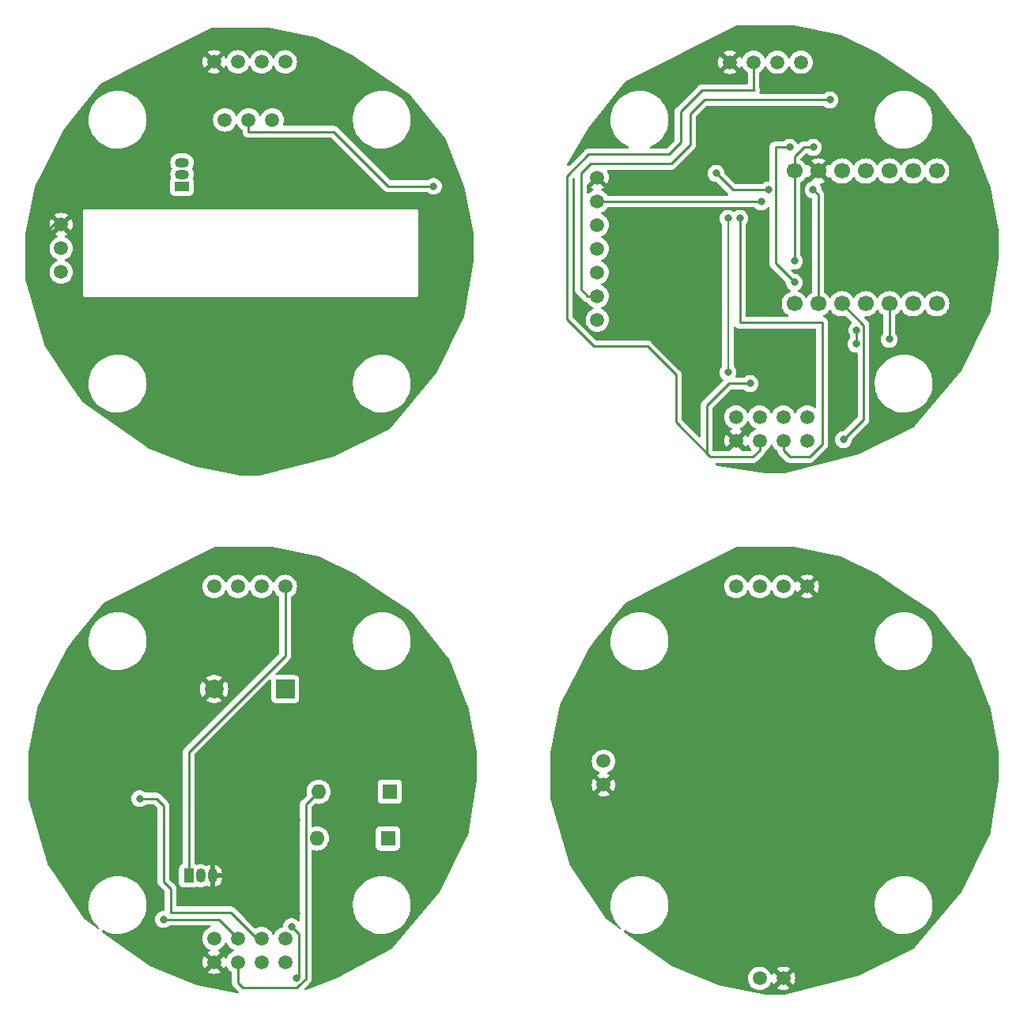
<source format=gbl>
G04 #@! TF.GenerationSoftware,KiCad,Pcbnew,7.0.8*
G04 #@! TF.CreationDate,2024-02-14T15:59:42+09:00*
G04 #@! TF.ProjectId,_______FMver2,2d098bb9-6bc5-46e4-964d-766572322e6b,rev?*
G04 #@! TF.SameCoordinates,Original*
G04 #@! TF.FileFunction,Copper,L2,Bot*
G04 #@! TF.FilePolarity,Positive*
%FSLAX46Y46*%
G04 Gerber Fmt 4.6, Leading zero omitted, Abs format (unit mm)*
G04 Created by KiCad (PCBNEW 7.0.8) date 2024-02-14 15:59:42*
%MOMM*%
%LPD*%
G01*
G04 APERTURE LIST*
G04 #@! TA.AperFunction,ComponentPad*
%ADD10R,2.000000X2.000000*%
G04 #@! TD*
G04 #@! TA.AperFunction,ComponentPad*
%ADD11C,2.000000*%
G04 #@! TD*
G04 #@! TA.AperFunction,ComponentPad*
%ADD12C,1.500000*%
G04 #@! TD*
G04 #@! TA.AperFunction,ComponentPad*
%ADD13R,1.600000X1.600000*%
G04 #@! TD*
G04 #@! TA.AperFunction,ComponentPad*
%ADD14O,1.600000X1.600000*%
G04 #@! TD*
G04 #@! TA.AperFunction,ComponentPad*
%ADD15O,1.500000X1.050000*%
G04 #@! TD*
G04 #@! TA.AperFunction,ComponentPad*
%ADD16R,1.500000X1.050000*%
G04 #@! TD*
G04 #@! TA.AperFunction,ComponentPad*
%ADD17R,1.050000X1.500000*%
G04 #@! TD*
G04 #@! TA.AperFunction,ComponentPad*
%ADD18O,1.050000X1.500000*%
G04 #@! TD*
G04 #@! TA.AperFunction,ComponentPad*
%ADD19C,1.700000*%
G04 #@! TD*
G04 #@! TA.AperFunction,ViaPad*
%ADD20C,0.800000*%
G04 #@! TD*
G04 #@! TA.AperFunction,Conductor*
%ADD21C,0.250000*%
G04 #@! TD*
G04 #@! TA.AperFunction,Conductor*
%ADD22C,0.200000*%
G04 #@! TD*
G04 APERTURE END LIST*
D10*
X54600000Y-97680000D03*
D11*
X47000000Y-97680000D03*
D12*
X53200554Y-36691429D03*
X50660554Y-36691429D03*
X48120554Y-36691429D03*
X102870000Y-71070000D03*
X105410000Y-71070000D03*
X107950000Y-71070000D03*
X110490000Y-71070000D03*
X110490000Y-68530000D03*
X107950000Y-68530000D03*
X105410000Y-68530000D03*
X102870000Y-68530000D03*
X102870000Y-86680000D03*
X105410000Y-86680000D03*
X107950000Y-86680000D03*
X110490000Y-86680000D03*
X46990000Y-86680000D03*
X49530000Y-86680000D03*
X52070000Y-86680000D03*
X54610000Y-86680000D03*
X88680000Y-105410000D03*
X88680000Y-107950000D03*
X30612554Y-50443429D03*
X30612554Y-47903429D03*
X30612554Y-52983429D03*
D13*
X65610000Y-113680000D03*
D14*
X57990000Y-113680000D03*
D12*
X54610000Y-30463429D03*
X52070000Y-30463429D03*
X49530000Y-30463429D03*
X46990000Y-30463429D03*
X105410000Y-128680000D03*
X107950000Y-128680000D03*
D13*
X65800000Y-108680000D03*
D14*
X58180000Y-108680000D03*
D15*
X43548554Y-41263429D03*
X43548554Y-42533429D03*
D16*
X43548554Y-43803429D03*
D12*
X109826000Y-30498000D03*
X107286000Y-30498000D03*
X104746000Y-30498000D03*
X102206000Y-30498000D03*
X46990000Y-124410000D03*
X49530000Y-124410000D03*
X52070000Y-124410000D03*
X54610000Y-124410000D03*
X54610000Y-126950000D03*
X52070000Y-126950000D03*
X49530000Y-126950000D03*
X46990000Y-126950000D03*
D17*
X44260000Y-117680000D03*
D18*
X45530000Y-117680000D03*
X46800000Y-117680000D03*
D19*
X109112000Y-56388000D03*
X111652000Y-56388000D03*
X114192000Y-56388000D03*
X116732000Y-56388000D03*
X119272000Y-56388000D03*
X121812000Y-56388000D03*
X124352000Y-56388000D03*
X124352000Y-42164000D03*
X121812000Y-42164000D03*
X119272000Y-42164000D03*
X116732000Y-42164000D03*
X114192000Y-42164000D03*
X111652000Y-42164000D03*
X109112000Y-42164000D03*
D12*
X88016000Y-58118000D03*
X88016000Y-55578000D03*
X88016000Y-53038000D03*
X88016000Y-50498000D03*
X88016000Y-47958000D03*
X88016000Y-45418000D03*
X88016000Y-42878000D03*
D20*
X43040554Y-59043429D03*
X50800000Y-45800000D03*
X60800000Y-70800000D03*
X60800000Y-60800000D03*
X60800000Y-35800000D03*
X40800000Y-30800000D03*
X65800000Y-40800000D03*
X65800000Y-45800000D03*
X45800000Y-65800000D03*
X60800000Y-30800000D03*
X45800000Y-70800000D03*
X30800000Y-40800000D03*
X35800000Y-40800000D03*
X65800000Y-60800000D03*
X60800000Y-45800000D03*
X40800000Y-45800000D03*
X55232554Y-44057429D03*
X55800000Y-70800000D03*
X55800000Y-45800000D03*
X35800000Y-45800000D03*
X30800000Y-60800000D03*
X45800000Y-45800000D03*
X40754554Y-38215429D03*
X70800000Y-60800000D03*
X61074554Y-66663429D03*
X70800000Y-40800000D03*
X70472554Y-43803429D03*
X115784675Y-59219500D03*
X111144000Y-39624000D03*
X109112000Y-51816000D03*
X115716000Y-60706000D03*
X112922000Y-34544000D03*
X119272000Y-60198000D03*
X105556000Y-45466000D03*
X39014000Y-109418000D03*
X41554000Y-122372000D03*
X96680000Y-30800000D03*
X126680000Y-45800000D03*
X121680000Y-60800000D03*
X96680000Y-60800000D03*
X116680000Y-30800000D03*
X126680000Y-60800000D03*
X116680000Y-35800000D03*
X126680000Y-40800000D03*
X96680000Y-55800000D03*
X126680000Y-50800000D03*
X91680000Y-55800000D03*
X106680000Y-65800000D03*
X116680000Y-70800000D03*
X121680000Y-50800000D03*
X126680000Y-55800000D03*
X106680000Y-60800000D03*
X104372000Y-64938000D03*
X108604000Y-39624000D03*
X109112000Y-54102000D03*
X111139701Y-44191701D03*
X106318000Y-44196000D03*
X100730000Y-42418000D03*
X40800000Y-126680000D03*
X50800000Y-111680000D03*
X40800000Y-91680000D03*
X60800000Y-91680000D03*
X70800000Y-116680000D03*
X60800000Y-106680000D03*
X35800000Y-106680000D03*
X70800000Y-111680000D03*
X45800000Y-106680000D03*
X55800000Y-121680000D03*
X45800000Y-91680000D03*
X50800000Y-106680000D03*
X55800000Y-91680000D03*
X60800000Y-126680000D03*
X65800000Y-106680000D03*
X30800000Y-116680000D03*
X40800000Y-101680000D03*
X55800000Y-106680000D03*
X60800000Y-86680000D03*
X60800000Y-111680000D03*
X60800000Y-121680000D03*
X40800000Y-86680000D03*
X30800000Y-111680000D03*
X35800000Y-101680000D03*
X35800000Y-96680000D03*
X50800000Y-121680000D03*
X65800000Y-116680000D03*
X40800000Y-96680000D03*
X50800000Y-91680000D03*
X30800000Y-96680000D03*
X30800000Y-101680000D03*
X55800000Y-111680000D03*
X102000000Y-63754000D03*
X102000000Y-47244000D03*
X114376000Y-70942000D03*
X103270000Y-47244000D03*
X55800000Y-128680000D03*
X55270000Y-123134000D03*
X126680000Y-111680000D03*
X111680000Y-116680000D03*
X111680000Y-91680000D03*
X106680000Y-121680000D03*
X101680000Y-101680000D03*
X106680000Y-111680000D03*
X116680000Y-96680000D03*
X116680000Y-86680000D03*
X96680000Y-86680000D03*
X96680000Y-126680000D03*
X126680000Y-101680000D03*
X116680000Y-101680000D03*
X116680000Y-91680000D03*
X86680000Y-116680000D03*
X121680000Y-106680000D03*
X106680000Y-101680000D03*
X106680000Y-106680000D03*
X96680000Y-106680000D03*
X111680000Y-121680000D03*
X126680000Y-96680000D03*
X86680000Y-96680000D03*
X121680000Y-111680000D03*
X96680000Y-121680000D03*
X121680000Y-116680000D03*
X96680000Y-111680000D03*
X126680000Y-116680000D03*
X111680000Y-106680000D03*
X111680000Y-101680000D03*
X86680000Y-111680000D03*
X116680000Y-121680000D03*
X101680000Y-126680000D03*
X121680000Y-96680000D03*
X106680000Y-116680000D03*
X126680000Y-106680000D03*
X101680000Y-116680000D03*
X86680000Y-101680000D03*
X91680000Y-116680000D03*
X106680000Y-96680000D03*
X116680000Y-106680000D03*
X101680000Y-111680000D03*
X111680000Y-126680000D03*
X121680000Y-101680000D03*
X116680000Y-126680000D03*
X101680000Y-106680000D03*
X116680000Y-116680000D03*
X91680000Y-96680000D03*
X111680000Y-96680000D03*
X111680000Y-111680000D03*
X116680000Y-111680000D03*
X96680000Y-91680000D03*
D21*
X28562554Y-55487429D02*
X33896554Y-60821429D01*
X33896554Y-60821429D02*
X40246554Y-60821429D01*
X30612554Y-47903429D02*
X29796554Y-47903429D01*
X29796554Y-47903429D02*
X28562554Y-49137429D01*
X42786554Y-72505429D02*
X57772554Y-72505429D01*
X55232554Y-40755429D02*
X53708554Y-39231429D01*
X42532554Y-72505429D02*
X42786554Y-72505429D01*
X61074554Y-69203429D02*
X61074554Y-66663429D01*
X41770554Y-39231429D02*
X40754554Y-38215429D01*
X43040554Y-59043429D02*
X42024554Y-59043429D01*
X53708554Y-39231429D02*
X41770554Y-39231429D01*
X41008554Y-70981429D02*
X42532554Y-72505429D01*
X42024554Y-59043429D02*
X40246554Y-60821429D01*
X41008554Y-61583429D02*
X41008554Y-70981429D01*
X28562554Y-49137429D02*
X28562554Y-55487429D01*
X40246554Y-60821429D02*
X41008554Y-61583429D01*
X57772554Y-72505429D02*
X61074554Y-69203429D01*
X55232554Y-44057429D02*
X55232554Y-40755429D01*
X50660554Y-37961429D02*
X50660554Y-36691429D01*
X70472554Y-43803429D02*
X65646554Y-43803429D01*
X59804554Y-37961429D02*
X50660554Y-37961429D01*
X65646554Y-43803429D02*
X59804554Y-37961429D01*
X110128000Y-39624000D02*
X109112000Y-40640000D01*
X115784675Y-59219500D02*
X115716000Y-59288175D01*
X109112000Y-51816000D02*
X109112000Y-42164000D01*
X109112000Y-40640000D02*
X109112000Y-42164000D01*
X111144000Y-39624000D02*
X110128000Y-39624000D01*
X115716000Y-59288175D02*
X115716000Y-60706000D01*
X44260000Y-104426000D02*
X54610000Y-94076000D01*
X44260000Y-117680000D02*
X44260000Y-104426000D01*
X54610000Y-94076000D02*
X54610000Y-86680000D01*
X95904000Y-41402000D02*
X97936000Y-39370000D01*
X99460000Y-34544000D02*
X112922000Y-34544000D01*
X86252000Y-54864000D02*
X86252000Y-43128390D01*
X86252000Y-42418000D02*
X87268000Y-41402000D01*
X97936000Y-39370000D02*
X97936000Y-36068000D01*
X88016000Y-55578000D02*
X86966000Y-55578000D01*
X87268000Y-41402000D02*
X95904000Y-41402000D01*
X97936000Y-36068000D02*
X99460000Y-34544000D01*
X86252000Y-43128390D02*
X86252000Y-42418000D01*
X86966000Y-55578000D02*
X86252000Y-54864000D01*
X119272000Y-60198000D02*
X119272000Y-56388000D01*
X105508000Y-45418000D02*
X105556000Y-45466000D01*
X88016000Y-45418000D02*
X105508000Y-45418000D01*
X39014000Y-109418000D02*
X40792000Y-109418000D01*
X48768000Y-121610000D02*
X51568000Y-124410000D01*
X40792000Y-109418000D02*
X41554000Y-110180000D01*
X42316000Y-121610000D02*
X48768000Y-121610000D01*
X51568000Y-124410000D02*
X52070000Y-124410000D01*
X41554000Y-110180000D02*
X41554000Y-118308000D01*
X41554000Y-118308000D02*
X42316000Y-119070000D01*
X42316000Y-119070000D02*
X42316000Y-121610000D01*
X47492000Y-122372000D02*
X49530000Y-124410000D01*
X41554000Y-122372000D02*
X47492000Y-122372000D01*
X96920000Y-39116000D02*
X95650000Y-40386000D01*
X87094000Y-40386000D02*
X84728000Y-42752000D01*
X105410000Y-72070000D02*
X104680000Y-72800000D01*
X105410000Y-71070000D02*
X105410000Y-72070000D01*
X87681000Y-60960000D02*
X93364000Y-60960000D01*
X104794000Y-33528000D02*
X99206000Y-33528000D01*
X84728000Y-58007000D02*
X87681000Y-60960000D01*
X96920000Y-35814000D02*
X96920000Y-39116000D01*
X100124000Y-72800000D02*
X104680000Y-72800000D01*
X84728000Y-42752000D02*
X84728000Y-58007000D01*
X102086000Y-64938000D02*
X99714000Y-67310000D01*
X96412000Y-64008000D02*
X96412000Y-69088000D01*
X104372000Y-64938000D02*
X102086000Y-64938000D01*
X93364000Y-60960000D02*
X96412000Y-64008000D01*
X99714000Y-72390000D02*
X99714000Y-71766000D01*
X104746000Y-30498000D02*
X104746000Y-33480000D01*
X99206000Y-33528000D02*
X96920000Y-35814000D01*
X104746000Y-33480000D02*
X104794000Y-33528000D01*
X96412000Y-69088000D02*
X100124000Y-72800000D01*
X100124000Y-72800000D02*
X99714000Y-72390000D01*
X95650000Y-40386000D02*
X87094000Y-40386000D01*
X99714000Y-67310000D02*
X99714000Y-71766000D01*
X107080000Y-52070000D02*
X107080000Y-39624000D01*
X109112000Y-54102000D02*
X107080000Y-52070000D01*
X107080000Y-39624000D02*
X108604000Y-39624000D01*
X111139701Y-44191701D02*
X111652000Y-44704000D01*
X102508000Y-44196000D02*
X100730000Y-42418000D01*
X111652000Y-44704000D02*
X111652000Y-56388000D01*
X106318000Y-44196000D02*
X102508000Y-44196000D01*
D22*
X102000000Y-63754000D02*
X102000000Y-47244000D01*
D21*
X56794000Y-128711305D02*
X56100305Y-129405000D01*
X50082000Y-129680000D02*
X49530000Y-129128000D01*
X56075000Y-129405000D02*
X55800000Y-129680000D01*
X56100305Y-129405000D02*
X56075000Y-129405000D01*
X49530000Y-129128000D02*
X49530000Y-126950000D01*
X55800000Y-129680000D02*
X50082000Y-129680000D01*
X56794000Y-110066000D02*
X56794000Y-128711305D01*
X58180000Y-108680000D02*
X56794000Y-110066000D01*
X116509675Y-58705675D02*
X114192000Y-56388000D01*
X116509675Y-68808325D02*
X116509675Y-58705675D01*
X114376000Y-70942000D02*
X116509675Y-68808325D01*
X108614000Y-72800000D02*
X107950000Y-72136000D01*
X112090000Y-58420000D02*
X112090000Y-71444000D01*
X112090000Y-71444000D02*
X110734000Y-72800000D01*
X103270000Y-47244000D02*
X103270000Y-58420000D01*
X103270000Y-58420000D02*
X112090000Y-58420000D01*
X107950000Y-72136000D02*
X107950000Y-71070000D01*
X110734000Y-72800000D02*
X108614000Y-72800000D01*
X55800000Y-128680000D02*
X56032000Y-128448000D01*
X56032000Y-123896000D02*
X55270000Y-123134000D01*
X56032000Y-128448000D02*
X56032000Y-123896000D01*
G04 #@! TA.AperFunction,Conductor*
G36*
X109038194Y-26533177D02*
G01*
X114009871Y-27527512D01*
X114041006Y-27538195D01*
X118022698Y-29529041D01*
X118029368Y-29532912D01*
X119803963Y-30715975D01*
X124010137Y-33520091D01*
X124038178Y-33545799D01*
X127559901Y-37947952D01*
X128014676Y-38516421D01*
X128032978Y-38547829D01*
X128279609Y-39164406D01*
X130021925Y-43520198D01*
X130028386Y-43541932D01*
X131023746Y-48518729D01*
X131026154Y-48543047D01*
X131026154Y-51520506D01*
X131024467Y-51540891D01*
X130029219Y-57512377D01*
X130017815Y-57547446D01*
X127032590Y-63517896D01*
X127016940Y-63541825D01*
X122042759Y-69510843D01*
X122002954Y-69542369D01*
X116038330Y-72524681D01*
X116012950Y-72534070D01*
X108040962Y-74527067D01*
X108010888Y-74530769D01*
X106035165Y-74530769D01*
X106017232Y-74529465D01*
X101043502Y-73802535D01*
X101010189Y-73792754D01*
X100723001Y-73662415D01*
X100670090Y-73616785D01*
X100650247Y-73549792D01*
X100669774Y-73482706D01*
X100722470Y-73436827D01*
X100774247Y-73425500D01*
X104597257Y-73425500D01*
X104612877Y-73427224D01*
X104612904Y-73426939D01*
X104620660Y-73427671D01*
X104620667Y-73427673D01*
X104689814Y-73425500D01*
X104719350Y-73425500D01*
X104726228Y-73424630D01*
X104732041Y-73424172D01*
X104778627Y-73422709D01*
X104797869Y-73417117D01*
X104816912Y-73413174D01*
X104836792Y-73410664D01*
X104880122Y-73393507D01*
X104885646Y-73391617D01*
X104889396Y-73390527D01*
X104930390Y-73378618D01*
X104947629Y-73368422D01*
X104965103Y-73359862D01*
X104983727Y-73352488D01*
X104983727Y-73352487D01*
X104983732Y-73352486D01*
X105021449Y-73325082D01*
X105026305Y-73321892D01*
X105066420Y-73298170D01*
X105080589Y-73283999D01*
X105095379Y-73271368D01*
X105111587Y-73259594D01*
X105141299Y-73223676D01*
X105145212Y-73219376D01*
X105793787Y-72570802D01*
X105806042Y-72560986D01*
X105805859Y-72560764D01*
X105811866Y-72555792D01*
X105811877Y-72555786D01*
X105843206Y-72522424D01*
X105859227Y-72505364D01*
X105869671Y-72494918D01*
X105880120Y-72484471D01*
X105884379Y-72478978D01*
X105888152Y-72474561D01*
X105920062Y-72440582D01*
X105929715Y-72423020D01*
X105940389Y-72406770D01*
X105952673Y-72390936D01*
X105971180Y-72348167D01*
X105973749Y-72342924D01*
X105996196Y-72302093D01*
X105996197Y-72302092D01*
X106001177Y-72282691D01*
X106007478Y-72264288D01*
X106015438Y-72245896D01*
X106020252Y-72215498D01*
X106050179Y-72152365D01*
X106071597Y-72133323D01*
X106216877Y-72031598D01*
X106371598Y-71876877D01*
X106497102Y-71697639D01*
X106567618Y-71546414D01*
X106613790Y-71493977D01*
X106680984Y-71474825D01*
X106747865Y-71495041D01*
X106792381Y-71546414D01*
X106862898Y-71697639D01*
X106988402Y-71876877D01*
X107143123Y-72031598D01*
X107274046Y-72123271D01*
X107317670Y-72177847D01*
X107326860Y-72220944D01*
X107327290Y-72234624D01*
X107327291Y-72234627D01*
X107332880Y-72253867D01*
X107336824Y-72272911D01*
X107339336Y-72292792D01*
X107356490Y-72336119D01*
X107358382Y-72341647D01*
X107360278Y-72348174D01*
X107371382Y-72386390D01*
X107374070Y-72390936D01*
X107381580Y-72403634D01*
X107390138Y-72421103D01*
X107397514Y-72439732D01*
X107424898Y-72477423D01*
X107428106Y-72482307D01*
X107451827Y-72522416D01*
X107451833Y-72522424D01*
X107465990Y-72536580D01*
X107478628Y-72551376D01*
X107490405Y-72567586D01*
X107490406Y-72567587D01*
X107526309Y-72597288D01*
X107530620Y-72601210D01*
X108103891Y-73174482D01*
X108113197Y-73183788D01*
X108123022Y-73196051D01*
X108123243Y-73195869D01*
X108128214Y-73201878D01*
X108149043Y-73221437D01*
X108178635Y-73249226D01*
X108199529Y-73270120D01*
X108205011Y-73274373D01*
X108209443Y-73278157D01*
X108243418Y-73310062D01*
X108260976Y-73319714D01*
X108277233Y-73330393D01*
X108293064Y-73342673D01*
X108312737Y-73351186D01*
X108335833Y-73361182D01*
X108341077Y-73363750D01*
X108381908Y-73386197D01*
X108394523Y-73389435D01*
X108401305Y-73391177D01*
X108419719Y-73397481D01*
X108438104Y-73405438D01*
X108484157Y-73412732D01*
X108489826Y-73413906D01*
X108534981Y-73425500D01*
X108555016Y-73425500D01*
X108574413Y-73427026D01*
X108594196Y-73430160D01*
X108640584Y-73425775D01*
X108646422Y-73425500D01*
X110651257Y-73425500D01*
X110666877Y-73427224D01*
X110666904Y-73426939D01*
X110674660Y-73427671D01*
X110674667Y-73427673D01*
X110743814Y-73425500D01*
X110773350Y-73425500D01*
X110780228Y-73424630D01*
X110786041Y-73424172D01*
X110832627Y-73422709D01*
X110851869Y-73417117D01*
X110870912Y-73413174D01*
X110890792Y-73410664D01*
X110934122Y-73393507D01*
X110939646Y-73391617D01*
X110943396Y-73390527D01*
X110984390Y-73378618D01*
X111001629Y-73368422D01*
X111019103Y-73359862D01*
X111037727Y-73352488D01*
X111037727Y-73352487D01*
X111037732Y-73352486D01*
X111075449Y-73325082D01*
X111080305Y-73321892D01*
X111120420Y-73298170D01*
X111134589Y-73283999D01*
X111149379Y-73271368D01*
X111165587Y-73259594D01*
X111195299Y-73223676D01*
X111199212Y-73219376D01*
X112473786Y-71944802D01*
X112486048Y-71934980D01*
X112485865Y-71934759D01*
X112491867Y-71929792D01*
X112491877Y-71929786D01*
X112539241Y-71879348D01*
X112560120Y-71858470D01*
X112564373Y-71852986D01*
X112568150Y-71848563D01*
X112600062Y-71814582D01*
X112609714Y-71797023D01*
X112620389Y-71780772D01*
X112632674Y-71764936D01*
X112651186Y-71722152D01*
X112653742Y-71716935D01*
X112676197Y-71676092D01*
X112681180Y-71656680D01*
X112687477Y-71638291D01*
X112695438Y-71619895D01*
X112702729Y-71573853D01*
X112703908Y-71568162D01*
X112715500Y-71523019D01*
X112715500Y-71502983D01*
X112717027Y-71483582D01*
X112718414Y-71474825D01*
X112720160Y-71463804D01*
X112715775Y-71417415D01*
X112715500Y-71411577D01*
X112715500Y-58490844D01*
X112717697Y-58467606D01*
X112719227Y-58459588D01*
X112715621Y-58402275D01*
X112715500Y-58398403D01*
X112715500Y-58380650D01*
X112713270Y-58363002D01*
X112712910Y-58359191D01*
X112709304Y-58301862D01*
X112706779Y-58294092D01*
X112701687Y-58271314D01*
X112700664Y-58263208D01*
X112679520Y-58209806D01*
X112678211Y-58206170D01*
X112660467Y-58151559D01*
X112656089Y-58144661D01*
X112645495Y-58123868D01*
X112642486Y-58116268D01*
X112608736Y-58069815D01*
X112606545Y-58066592D01*
X112575785Y-58018122D01*
X112569834Y-58012534D01*
X112554398Y-57995025D01*
X112549594Y-57988413D01*
X112549591Y-57988411D01*
X112549591Y-57988410D01*
X112505361Y-57951820D01*
X112502438Y-57949243D01*
X112460585Y-57909940D01*
X112460577Y-57909934D01*
X112453415Y-57905997D01*
X112434114Y-57892880D01*
X112427824Y-57887676D01*
X112375878Y-57863232D01*
X112372417Y-57861469D01*
X112322092Y-57833803D01*
X112322089Y-57833802D01*
X112322085Y-57833800D01*
X112314174Y-57831769D01*
X112292222Y-57823866D01*
X112284829Y-57820387D01*
X112284206Y-57820185D01*
X112283780Y-57819894D01*
X112277770Y-57817066D01*
X112278226Y-57816095D01*
X112226533Y-57780743D01*
X112199339Y-57716383D01*
X112211258Y-57647537D01*
X112258506Y-57596065D01*
X112270104Y-57589885D01*
X112329830Y-57562035D01*
X112523401Y-57426495D01*
X112690495Y-57259401D01*
X112820425Y-57073842D01*
X112875002Y-57030217D01*
X112944500Y-57023023D01*
X113006855Y-57054546D01*
X113023575Y-57073842D01*
X113153500Y-57259395D01*
X113153505Y-57259401D01*
X113320599Y-57426495D01*
X113411803Y-57490357D01*
X113514165Y-57562032D01*
X113514167Y-57562033D01*
X113514170Y-57562035D01*
X113728337Y-57661903D01*
X113728343Y-57661904D01*
X113728344Y-57661905D01*
X113760422Y-57670500D01*
X113956592Y-57723063D01*
X114144918Y-57739539D01*
X114191999Y-57743659D01*
X114192000Y-57743659D01*
X114192001Y-57743659D01*
X114231234Y-57740226D01*
X114427408Y-57723063D01*
X114527873Y-57696143D01*
X114597722Y-57697806D01*
X114647647Y-57728237D01*
X115242497Y-58323087D01*
X115275982Y-58384410D01*
X115270998Y-58454102D01*
X115229126Y-58510035D01*
X115227701Y-58511086D01*
X115178804Y-58546611D01*
X115052141Y-58687285D01*
X114957496Y-58851215D01*
X114957493Y-58851222D01*
X114899008Y-59031223D01*
X114899001Y-59031244D01*
X114879215Y-59219500D01*
X114899001Y-59407756D01*
X114899002Y-59407759D01*
X114957493Y-59587777D01*
X114957496Y-59587784D01*
X115052141Y-59751715D01*
X115052144Y-59751719D01*
X115058647Y-59758941D01*
X115088879Y-59821931D01*
X115090500Y-59841916D01*
X115090500Y-60007312D01*
X115070815Y-60074351D01*
X115058650Y-60090284D01*
X114983466Y-60173784D01*
X114888821Y-60337715D01*
X114888818Y-60337722D01*
X114830327Y-60517740D01*
X114830326Y-60517744D01*
X114810540Y-60706000D01*
X114830326Y-60894256D01*
X114830327Y-60894259D01*
X114888818Y-61074277D01*
X114888821Y-61074284D01*
X114983467Y-61238216D01*
X115078521Y-61343784D01*
X115110129Y-61378888D01*
X115263265Y-61490148D01*
X115263270Y-61490151D01*
X115436192Y-61567142D01*
X115436197Y-61567144D01*
X115621354Y-61606500D01*
X115621355Y-61606500D01*
X115760175Y-61606500D01*
X115827214Y-61626185D01*
X115872969Y-61678989D01*
X115884175Y-61730500D01*
X115884175Y-68497872D01*
X115864490Y-68564911D01*
X115847856Y-68585553D01*
X114428228Y-70005181D01*
X114366905Y-70038666D01*
X114340547Y-70041500D01*
X114281354Y-70041500D01*
X114248897Y-70048398D01*
X114096197Y-70080855D01*
X114096192Y-70080857D01*
X113923270Y-70157848D01*
X113923265Y-70157851D01*
X113770129Y-70269111D01*
X113643466Y-70409785D01*
X113548821Y-70573715D01*
X113548818Y-70573722D01*
X113495051Y-70739202D01*
X113490326Y-70753744D01*
X113470540Y-70942000D01*
X113490326Y-71130256D01*
X113490327Y-71130259D01*
X113548818Y-71310277D01*
X113548821Y-71310284D01*
X113643467Y-71474216D01*
X113728044Y-71568148D01*
X113770129Y-71614888D01*
X113923265Y-71726148D01*
X113923270Y-71726151D01*
X114096192Y-71803142D01*
X114096197Y-71803144D01*
X114281354Y-71842500D01*
X114281355Y-71842500D01*
X114470644Y-71842500D01*
X114470646Y-71842500D01*
X114655803Y-71803144D01*
X114828730Y-71726151D01*
X114981871Y-71614888D01*
X115108533Y-71474216D01*
X115203179Y-71310284D01*
X115261674Y-71130256D01*
X115279321Y-70962344D01*
X115305904Y-70897734D01*
X115314951Y-70887638D01*
X116893463Y-69309126D01*
X116905717Y-69299311D01*
X116905534Y-69299089D01*
X116911541Y-69294117D01*
X116911552Y-69294111D01*
X116942450Y-69261207D01*
X116958902Y-69243689D01*
X116969346Y-69233243D01*
X116979795Y-69222796D01*
X116984054Y-69217303D01*
X116987827Y-69212886D01*
X117019737Y-69178907D01*
X117029388Y-69161349D01*
X117040071Y-69145086D01*
X117052348Y-69129261D01*
X117070860Y-69086478D01*
X117073413Y-69081266D01*
X117095872Y-69040417D01*
X117100855Y-69021005D01*
X117107156Y-69002605D01*
X117115112Y-68984221D01*
X117122404Y-68938177D01*
X117123581Y-68932496D01*
X117135175Y-68887344D01*
X117135175Y-68867308D01*
X117136702Y-68847907D01*
X117139835Y-68828129D01*
X117135450Y-68781740D01*
X117135175Y-68775902D01*
X117135175Y-65030814D01*
X117717836Y-65030814D01*
X117748180Y-65384097D01*
X117748183Y-65384119D01*
X117818595Y-65731615D01*
X117818601Y-65731637D01*
X117928174Y-66068865D01*
X118075469Y-66391397D01*
X118075474Y-66391407D01*
X118258570Y-66695037D01*
X118258574Y-66695042D01*
X118258579Y-66695051D01*
X118258584Y-66695057D01*
X118475099Y-66975840D01*
X118475111Y-66975854D01*
X118679191Y-67185846D01*
X118722231Y-67230133D01*
X118996731Y-67454591D01*
X118996733Y-67454592D01*
X119295011Y-67646286D01*
X119295017Y-67646289D01*
X119295019Y-67646290D01*
X119295027Y-67646295D01*
X119613232Y-67802745D01*
X119947197Y-67921904D01*
X120292568Y-68002216D01*
X120579089Y-68035091D01*
X120644841Y-68042636D01*
X120644843Y-68042636D01*
X120910714Y-68042636D01*
X120999189Y-68037576D01*
X121176144Y-68027458D01*
X121525536Y-67966993D01*
X121865759Y-67867095D01*
X122192377Y-67729065D01*
X122501131Y-67554704D01*
X122787997Y-67346283D01*
X123049235Y-67106521D01*
X123281440Y-66838543D01*
X123481584Y-66545842D01*
X123647057Y-66232234D01*
X123775704Y-65901808D01*
X123819491Y-65735227D01*
X123842573Y-65647412D01*
X123865846Y-65558872D01*
X123916309Y-65207895D01*
X123926435Y-64853453D01*
X123896091Y-64500168D01*
X123891099Y-64475532D01*
X123825676Y-64152656D01*
X123825670Y-64152634D01*
X123765891Y-63968654D01*
X123716100Y-63815413D01*
X123689702Y-63757610D01*
X123568802Y-63492874D01*
X123568797Y-63492864D01*
X123385701Y-63189234D01*
X123385699Y-63189232D01*
X123385693Y-63189221D01*
X123294717Y-63071242D01*
X123169172Y-62908431D01*
X123169160Y-62908417D01*
X122922049Y-62654147D01*
X122922046Y-62654144D01*
X122922041Y-62654139D01*
X122647541Y-62429681D01*
X122647538Y-62429679D01*
X122349260Y-62237985D01*
X122349254Y-62237982D01*
X122349248Y-62237979D01*
X122349245Y-62237977D01*
X122031040Y-62081527D01*
X122031036Y-62081525D01*
X122031035Y-62081525D01*
X121697076Y-61962368D01*
X121503167Y-61917277D01*
X121351704Y-61882056D01*
X121190130Y-61863517D01*
X120999431Y-61841636D01*
X120999429Y-61841636D01*
X120733560Y-61841636D01*
X120733558Y-61841636D01*
X120468131Y-61856813D01*
X120118744Y-61917277D01*
X120118727Y-61917281D01*
X119778516Y-62017176D01*
X119778513Y-62017177D01*
X119626243Y-62081527D01*
X119451902Y-62155204D01*
X119451897Y-62155206D01*
X119143141Y-62329567D01*
X119143138Y-62329569D01*
X118856274Y-62537989D01*
X118595037Y-62777751D01*
X118595036Y-62777752D01*
X118362831Y-63045729D01*
X118162691Y-63338424D01*
X118162684Y-63338435D01*
X117997221Y-63652025D01*
X117997211Y-63652047D01*
X117868565Y-63982469D01*
X117778426Y-64325396D01*
X117727964Y-64676369D01*
X117727962Y-64676389D01*
X117717836Y-65030807D01*
X117717836Y-65030814D01*
X117135175Y-65030814D01*
X117135175Y-58788412D01*
X117136899Y-58772798D01*
X117136613Y-58772771D01*
X117137347Y-58765008D01*
X117135175Y-58695877D01*
X117135175Y-58666326D01*
X117135175Y-58666325D01*
X117134304Y-58659434D01*
X117133847Y-58653620D01*
X117132384Y-58607049D01*
X117132384Y-58607047D01*
X117126795Y-58587812D01*
X117122849Y-58568759D01*
X117120339Y-58548883D01*
X117103176Y-58505534D01*
X117101289Y-58500021D01*
X117088292Y-58455285D01*
X117088291Y-58455283D01*
X117078096Y-58438044D01*
X117069535Y-58420568D01*
X117062161Y-58401944D01*
X117062161Y-58401942D01*
X117052149Y-58388163D01*
X117034758Y-58364225D01*
X117031575Y-58359380D01*
X117007845Y-58319254D01*
X117007840Y-58319248D01*
X116993680Y-58305088D01*
X116981045Y-58290295D01*
X116969268Y-58274087D01*
X116933368Y-58244388D01*
X116929056Y-58240465D01*
X116643931Y-57955340D01*
X116610446Y-57894017D01*
X116615430Y-57824325D01*
X116657302Y-57768392D01*
X116722766Y-57743975D01*
X116731612Y-57743659D01*
X116732001Y-57743659D01*
X116771234Y-57740226D01*
X116967408Y-57723063D01*
X117195663Y-57661903D01*
X117409830Y-57562035D01*
X117603401Y-57426495D01*
X117770495Y-57259401D01*
X117900425Y-57073842D01*
X117955002Y-57030217D01*
X118024500Y-57023023D01*
X118086855Y-57054546D01*
X118103575Y-57073842D01*
X118233500Y-57259395D01*
X118233505Y-57259401D01*
X118400599Y-57426495D01*
X118593624Y-57561653D01*
X118637248Y-57616228D01*
X118646500Y-57663226D01*
X118646500Y-59499312D01*
X118626815Y-59566351D01*
X118614650Y-59582284D01*
X118539466Y-59665784D01*
X118444821Y-59829715D01*
X118444818Y-59829722D01*
X118387116Y-60007312D01*
X118386326Y-60009744D01*
X118366540Y-60198000D01*
X118386326Y-60386256D01*
X118386327Y-60386259D01*
X118444818Y-60566277D01*
X118444821Y-60566284D01*
X118539467Y-60730216D01*
X118666129Y-60870888D01*
X118819265Y-60982148D01*
X118819270Y-60982151D01*
X118992192Y-61059142D01*
X118992197Y-61059144D01*
X119177354Y-61098500D01*
X119177355Y-61098500D01*
X119366644Y-61098500D01*
X119366646Y-61098500D01*
X119551803Y-61059144D01*
X119724730Y-60982151D01*
X119877871Y-60870888D01*
X120004533Y-60730216D01*
X120099179Y-60566284D01*
X120157674Y-60386256D01*
X120177460Y-60198000D01*
X120157674Y-60009744D01*
X120099179Y-59829716D01*
X120004533Y-59665784D01*
X119929350Y-59582284D01*
X119899120Y-59519292D01*
X119897500Y-59499312D01*
X119897500Y-57663226D01*
X119917185Y-57596187D01*
X119950374Y-57561654D01*
X120143401Y-57426495D01*
X120310495Y-57259401D01*
X120440425Y-57073842D01*
X120495002Y-57030217D01*
X120564500Y-57023023D01*
X120626855Y-57054546D01*
X120643575Y-57073842D01*
X120773500Y-57259395D01*
X120773505Y-57259401D01*
X120940599Y-57426495D01*
X121031803Y-57490357D01*
X121134165Y-57562032D01*
X121134167Y-57562033D01*
X121134170Y-57562035D01*
X121348337Y-57661903D01*
X121348343Y-57661904D01*
X121348344Y-57661905D01*
X121380422Y-57670500D01*
X121576592Y-57723063D01*
X121764918Y-57739539D01*
X121811999Y-57743659D01*
X121812000Y-57743659D01*
X121812001Y-57743659D01*
X121851234Y-57740226D01*
X122047408Y-57723063D01*
X122275663Y-57661903D01*
X122489830Y-57562035D01*
X122683401Y-57426495D01*
X122850495Y-57259401D01*
X122980425Y-57073842D01*
X123035002Y-57030217D01*
X123104500Y-57023023D01*
X123166855Y-57054546D01*
X123183575Y-57073842D01*
X123313500Y-57259395D01*
X123313505Y-57259401D01*
X123480599Y-57426495D01*
X123571803Y-57490357D01*
X123674165Y-57562032D01*
X123674167Y-57562033D01*
X123674170Y-57562035D01*
X123888337Y-57661903D01*
X123888343Y-57661904D01*
X123888344Y-57661905D01*
X123920422Y-57670500D01*
X124116592Y-57723063D01*
X124304918Y-57739539D01*
X124351999Y-57743659D01*
X124352000Y-57743659D01*
X124352001Y-57743659D01*
X124391234Y-57740226D01*
X124587408Y-57723063D01*
X124815663Y-57661903D01*
X125029830Y-57562035D01*
X125223401Y-57426495D01*
X125390495Y-57259401D01*
X125526035Y-57065830D01*
X125625903Y-56851663D01*
X125687063Y-56623408D01*
X125707659Y-56388000D01*
X125687063Y-56152592D01*
X125625903Y-55924337D01*
X125526035Y-55710171D01*
X125520425Y-55702158D01*
X125390494Y-55516597D01*
X125223402Y-55349506D01*
X125223395Y-55349501D01*
X125029834Y-55213967D01*
X125029830Y-55213965D01*
X124977500Y-55189563D01*
X124815663Y-55114097D01*
X124815659Y-55114096D01*
X124815655Y-55114094D01*
X124587413Y-55052938D01*
X124587403Y-55052936D01*
X124352001Y-55032341D01*
X124351999Y-55032341D01*
X124116596Y-55052936D01*
X124116586Y-55052938D01*
X123888344Y-55114094D01*
X123888335Y-55114098D01*
X123674171Y-55213964D01*
X123674169Y-55213965D01*
X123480597Y-55349505D01*
X123313505Y-55516597D01*
X123183575Y-55702158D01*
X123128998Y-55745783D01*
X123059500Y-55752977D01*
X122997145Y-55721454D01*
X122980425Y-55702158D01*
X122850494Y-55516597D01*
X122683402Y-55349506D01*
X122683395Y-55349501D01*
X122489834Y-55213967D01*
X122489830Y-55213965D01*
X122437500Y-55189563D01*
X122275663Y-55114097D01*
X122275659Y-55114096D01*
X122275655Y-55114094D01*
X122047413Y-55052938D01*
X122047403Y-55052936D01*
X121812001Y-55032341D01*
X121811999Y-55032341D01*
X121576596Y-55052936D01*
X121576586Y-55052938D01*
X121348344Y-55114094D01*
X121348335Y-55114098D01*
X121134171Y-55213964D01*
X121134169Y-55213965D01*
X120940597Y-55349505D01*
X120773505Y-55516597D01*
X120643575Y-55702158D01*
X120588998Y-55745783D01*
X120519500Y-55752977D01*
X120457145Y-55721454D01*
X120440425Y-55702158D01*
X120310494Y-55516597D01*
X120143402Y-55349506D01*
X120143395Y-55349501D01*
X119949834Y-55213967D01*
X119949830Y-55213965D01*
X119897500Y-55189563D01*
X119735663Y-55114097D01*
X119735659Y-55114096D01*
X119735655Y-55114094D01*
X119507413Y-55052938D01*
X119507403Y-55052936D01*
X119272001Y-55032341D01*
X119271999Y-55032341D01*
X119036596Y-55052936D01*
X119036586Y-55052938D01*
X118808344Y-55114094D01*
X118808335Y-55114098D01*
X118594171Y-55213964D01*
X118594169Y-55213965D01*
X118400597Y-55349505D01*
X118233505Y-55516597D01*
X118103575Y-55702158D01*
X118048998Y-55745783D01*
X117979500Y-55752977D01*
X117917145Y-55721454D01*
X117900425Y-55702158D01*
X117770494Y-55516597D01*
X117603402Y-55349506D01*
X117603395Y-55349501D01*
X117409834Y-55213967D01*
X117409830Y-55213965D01*
X117357500Y-55189563D01*
X117195663Y-55114097D01*
X117195659Y-55114096D01*
X117195655Y-55114094D01*
X116967413Y-55052938D01*
X116967403Y-55052936D01*
X116732001Y-55032341D01*
X116731999Y-55032341D01*
X116496596Y-55052936D01*
X116496586Y-55052938D01*
X116268344Y-55114094D01*
X116268335Y-55114098D01*
X116054171Y-55213964D01*
X116054169Y-55213965D01*
X115860597Y-55349505D01*
X115693505Y-55516597D01*
X115563575Y-55702158D01*
X115508998Y-55745783D01*
X115439500Y-55752977D01*
X115377145Y-55721454D01*
X115360425Y-55702158D01*
X115230494Y-55516597D01*
X115063402Y-55349506D01*
X115063395Y-55349501D01*
X114869834Y-55213967D01*
X114869830Y-55213965D01*
X114817500Y-55189563D01*
X114655663Y-55114097D01*
X114655659Y-55114096D01*
X114655655Y-55114094D01*
X114427413Y-55052938D01*
X114427403Y-55052936D01*
X114192001Y-55032341D01*
X114191999Y-55032341D01*
X113956596Y-55052936D01*
X113956586Y-55052938D01*
X113728344Y-55114094D01*
X113728335Y-55114098D01*
X113514171Y-55213964D01*
X113514169Y-55213965D01*
X113320597Y-55349505D01*
X113153505Y-55516597D01*
X113023575Y-55702158D01*
X112968998Y-55745783D01*
X112899500Y-55752977D01*
X112837145Y-55721454D01*
X112820425Y-55702158D01*
X112690494Y-55516597D01*
X112523402Y-55349506D01*
X112523401Y-55349505D01*
X112330376Y-55214347D01*
X112286751Y-55159770D01*
X112277500Y-55112772D01*
X112277500Y-44786737D01*
X112279224Y-44771123D01*
X112278938Y-44771096D01*
X112279672Y-44763333D01*
X112278323Y-44720413D01*
X112277500Y-44694203D01*
X112277500Y-44664650D01*
X112276629Y-44657759D01*
X112276172Y-44651945D01*
X112275961Y-44645241D01*
X112274709Y-44605373D01*
X112274555Y-44604844D01*
X112269122Y-44586144D01*
X112265174Y-44567084D01*
X112264655Y-44562972D01*
X112262664Y-44547208D01*
X112245507Y-44503875D01*
X112243619Y-44498359D01*
X112230619Y-44453612D01*
X112220418Y-44436363D01*
X112211860Y-44418894D01*
X112204486Y-44400268D01*
X112204483Y-44400264D01*
X112204483Y-44400263D01*
X112177098Y-44362571D01*
X112173890Y-44357687D01*
X112150172Y-44317582D01*
X112150163Y-44317571D01*
X112136005Y-44303413D01*
X112123370Y-44288620D01*
X112111593Y-44272412D01*
X112087116Y-44252163D01*
X112048008Y-44194264D01*
X112042837Y-44169590D01*
X112025375Y-44003445D01*
X111966880Y-43823417D01*
X111874596Y-43663577D01*
X111858124Y-43595678D01*
X111880977Y-43529651D01*
X111935898Y-43486460D01*
X111949891Y-43481803D01*
X112115483Y-43437433D01*
X112115492Y-43437429D01*
X112329578Y-43337600D01*
X112329582Y-43337598D01*
X112413373Y-43278926D01*
X112413373Y-43278925D01*
X111861220Y-42726772D01*
X111954588Y-42688099D01*
X112079925Y-42591925D01*
X112176099Y-42466589D01*
X112214772Y-42373220D01*
X112766925Y-42925373D01*
X112820119Y-42849405D01*
X112874696Y-42805781D01*
X112944195Y-42798588D01*
X113006549Y-42830110D01*
X113023269Y-42849405D01*
X113153505Y-43035401D01*
X113320599Y-43202495D01*
X113329601Y-43208798D01*
X113514165Y-43338032D01*
X113514167Y-43338033D01*
X113514170Y-43338035D01*
X113728337Y-43437903D01*
X113728343Y-43437904D01*
X113728344Y-43437905D01*
X113783285Y-43452626D01*
X113956592Y-43499063D01*
X114144918Y-43515539D01*
X114191999Y-43519659D01*
X114192000Y-43519659D01*
X114192001Y-43519659D01*
X114231234Y-43516226D01*
X114427408Y-43499063D01*
X114655663Y-43437903D01*
X114869830Y-43338035D01*
X115063401Y-43202495D01*
X115230495Y-43035401D01*
X115360425Y-42849842D01*
X115415002Y-42806217D01*
X115484500Y-42799023D01*
X115546855Y-42830546D01*
X115563575Y-42849842D01*
X115693500Y-43035395D01*
X115693505Y-43035401D01*
X115860599Y-43202495D01*
X115869601Y-43208798D01*
X116054165Y-43338032D01*
X116054167Y-43338033D01*
X116054170Y-43338035D01*
X116268337Y-43437903D01*
X116268343Y-43437904D01*
X116268344Y-43437905D01*
X116323285Y-43452626D01*
X116496592Y-43499063D01*
X116684918Y-43515539D01*
X116731999Y-43519659D01*
X116732000Y-43519659D01*
X116732001Y-43519659D01*
X116771234Y-43516226D01*
X116967408Y-43499063D01*
X117195663Y-43437903D01*
X117409830Y-43338035D01*
X117603401Y-43202495D01*
X117770495Y-43035401D01*
X117900425Y-42849842D01*
X117955002Y-42806217D01*
X118024500Y-42799023D01*
X118086855Y-42830546D01*
X118103575Y-42849842D01*
X118233500Y-43035395D01*
X118233505Y-43035401D01*
X118400599Y-43202495D01*
X118409601Y-43208798D01*
X118594165Y-43338032D01*
X118594167Y-43338033D01*
X118594170Y-43338035D01*
X118808337Y-43437903D01*
X118808343Y-43437904D01*
X118808344Y-43437905D01*
X118863285Y-43452626D01*
X119036592Y-43499063D01*
X119224918Y-43515539D01*
X119271999Y-43519659D01*
X119272000Y-43519659D01*
X119272001Y-43519659D01*
X119311234Y-43516226D01*
X119507408Y-43499063D01*
X119735663Y-43437903D01*
X119949830Y-43338035D01*
X120143401Y-43202495D01*
X120310495Y-43035401D01*
X120440425Y-42849842D01*
X120495002Y-42806217D01*
X120564500Y-42799023D01*
X120626855Y-42830546D01*
X120643575Y-42849842D01*
X120773500Y-43035395D01*
X120773505Y-43035401D01*
X120940599Y-43202495D01*
X120949601Y-43208798D01*
X121134165Y-43338032D01*
X121134167Y-43338033D01*
X121134170Y-43338035D01*
X121348337Y-43437903D01*
X121348343Y-43437904D01*
X121348344Y-43437905D01*
X121403285Y-43452626D01*
X121576592Y-43499063D01*
X121764918Y-43515539D01*
X121811999Y-43519659D01*
X121812000Y-43519659D01*
X121812001Y-43519659D01*
X121851234Y-43516226D01*
X122047408Y-43499063D01*
X122275663Y-43437903D01*
X122489830Y-43338035D01*
X122683401Y-43202495D01*
X122850495Y-43035401D01*
X122980425Y-42849842D01*
X123035002Y-42806217D01*
X123104500Y-42799023D01*
X123166855Y-42830546D01*
X123183575Y-42849842D01*
X123313500Y-43035395D01*
X123313505Y-43035401D01*
X123480599Y-43202495D01*
X123489601Y-43208798D01*
X123674165Y-43338032D01*
X123674167Y-43338033D01*
X123674170Y-43338035D01*
X123888337Y-43437903D01*
X123888343Y-43437904D01*
X123888344Y-43437905D01*
X123943285Y-43452626D01*
X124116592Y-43499063D01*
X124304918Y-43515539D01*
X124351999Y-43519659D01*
X124352000Y-43519659D01*
X124352001Y-43519659D01*
X124391234Y-43516226D01*
X124587408Y-43499063D01*
X124815663Y-43437903D01*
X125029830Y-43338035D01*
X125223401Y-43202495D01*
X125390495Y-43035401D01*
X125526035Y-42841830D01*
X125625903Y-42627663D01*
X125687063Y-42399408D01*
X125707659Y-42164000D01*
X125706995Y-42156416D01*
X125696883Y-42040836D01*
X125687063Y-41928592D01*
X125625903Y-41700337D01*
X125526035Y-41486171D01*
X125520731Y-41478595D01*
X125390494Y-41292597D01*
X125223402Y-41125506D01*
X125223395Y-41125501D01*
X125029834Y-40989967D01*
X125029830Y-40989965D01*
X124968083Y-40961172D01*
X124815663Y-40890097D01*
X124815659Y-40890096D01*
X124815655Y-40890094D01*
X124587413Y-40828938D01*
X124587403Y-40828936D01*
X124352001Y-40808341D01*
X124351999Y-40808341D01*
X124116596Y-40828936D01*
X124116586Y-40828938D01*
X123888344Y-40890094D01*
X123888335Y-40890098D01*
X123674171Y-40989964D01*
X123674169Y-40989965D01*
X123480597Y-41125505D01*
X123313505Y-41292597D01*
X123183575Y-41478158D01*
X123128998Y-41521783D01*
X123059500Y-41528977D01*
X122997145Y-41497454D01*
X122980425Y-41478158D01*
X122850494Y-41292597D01*
X122683402Y-41125506D01*
X122683395Y-41125501D01*
X122489834Y-40989967D01*
X122489830Y-40989965D01*
X122428083Y-40961172D01*
X122275663Y-40890097D01*
X122275659Y-40890096D01*
X122275655Y-40890094D01*
X122047413Y-40828938D01*
X122047403Y-40828936D01*
X121812001Y-40808341D01*
X121811999Y-40808341D01*
X121576596Y-40828936D01*
X121576586Y-40828938D01*
X121348344Y-40890094D01*
X121348335Y-40890098D01*
X121134171Y-40989964D01*
X121134169Y-40989965D01*
X120940597Y-41125505D01*
X120773505Y-41292597D01*
X120643575Y-41478158D01*
X120588998Y-41521783D01*
X120519500Y-41528977D01*
X120457145Y-41497454D01*
X120440425Y-41478158D01*
X120310494Y-41292597D01*
X120143402Y-41125506D01*
X120143395Y-41125501D01*
X119949834Y-40989967D01*
X119949830Y-40989965D01*
X119888083Y-40961172D01*
X119735663Y-40890097D01*
X119735659Y-40890096D01*
X119735655Y-40890094D01*
X119507413Y-40828938D01*
X119507403Y-40828936D01*
X119272001Y-40808341D01*
X119271999Y-40808341D01*
X119036596Y-40828936D01*
X119036586Y-40828938D01*
X118808344Y-40890094D01*
X118808335Y-40890098D01*
X118594171Y-40989964D01*
X118594169Y-40989965D01*
X118400597Y-41125505D01*
X118233505Y-41292597D01*
X118103575Y-41478158D01*
X118048998Y-41521783D01*
X117979500Y-41528977D01*
X117917145Y-41497454D01*
X117900425Y-41478158D01*
X117770494Y-41292597D01*
X117603402Y-41125506D01*
X117603395Y-41125501D01*
X117409834Y-40989967D01*
X117409830Y-40989965D01*
X117348083Y-40961172D01*
X117195663Y-40890097D01*
X117195659Y-40890096D01*
X117195655Y-40890094D01*
X116967413Y-40828938D01*
X116967403Y-40828936D01*
X116732001Y-40808341D01*
X116731999Y-40808341D01*
X116496596Y-40828936D01*
X116496586Y-40828938D01*
X116268344Y-40890094D01*
X116268335Y-40890098D01*
X116054171Y-40989964D01*
X116054169Y-40989965D01*
X115860597Y-41125505D01*
X115693505Y-41292597D01*
X115563575Y-41478158D01*
X115508998Y-41521783D01*
X115439500Y-41528977D01*
X115377145Y-41497454D01*
X115360425Y-41478158D01*
X115230494Y-41292597D01*
X115063402Y-41125506D01*
X115063395Y-41125501D01*
X114869834Y-40989967D01*
X114869830Y-40989965D01*
X114808083Y-40961172D01*
X114655663Y-40890097D01*
X114655659Y-40890096D01*
X114655655Y-40890094D01*
X114427413Y-40828938D01*
X114427403Y-40828936D01*
X114192001Y-40808341D01*
X114191999Y-40808341D01*
X113956596Y-40828936D01*
X113956586Y-40828938D01*
X113728344Y-40890094D01*
X113728335Y-40890098D01*
X113514171Y-40989964D01*
X113514169Y-40989965D01*
X113320597Y-41125505D01*
X113153505Y-41292597D01*
X113023269Y-41478595D01*
X112968692Y-41522220D01*
X112899194Y-41529414D01*
X112836839Y-41497891D01*
X112820119Y-41478595D01*
X112766925Y-41402626D01*
X112766925Y-41402625D01*
X112214772Y-41954778D01*
X112176099Y-41861412D01*
X112079925Y-41736075D01*
X111954588Y-41639901D01*
X111861220Y-41601227D01*
X112413373Y-41049073D01*
X112413373Y-41049072D01*
X112329583Y-40990402D01*
X112329579Y-40990400D01*
X112115492Y-40890570D01*
X112115483Y-40890566D01*
X111887326Y-40829432D01*
X111887315Y-40829430D01*
X111652002Y-40808843D01*
X111651998Y-40808843D01*
X111416684Y-40829430D01*
X111416673Y-40829432D01*
X111188516Y-40890566D01*
X111188507Y-40890570D01*
X110974419Y-40990401D01*
X110890625Y-41049072D01*
X111442779Y-41601226D01*
X111349412Y-41639901D01*
X111224075Y-41736075D01*
X111127901Y-41861411D01*
X111089226Y-41954779D01*
X110537073Y-41402626D01*
X110483881Y-41478594D01*
X110429304Y-41522219D01*
X110359806Y-41529413D01*
X110297451Y-41497891D01*
X110280730Y-41478594D01*
X110150494Y-41292597D01*
X109983402Y-41125506D01*
X109983401Y-41125505D01*
X109826652Y-41015748D01*
X109783029Y-40961172D01*
X109775836Y-40891673D01*
X109807358Y-40829319D01*
X109810061Y-40826528D01*
X110350772Y-40285819D01*
X110412095Y-40252334D01*
X110438453Y-40249500D01*
X110440252Y-40249500D01*
X110507291Y-40269185D01*
X110532400Y-40290526D01*
X110538126Y-40296885D01*
X110538130Y-40296889D01*
X110691265Y-40408148D01*
X110691270Y-40408151D01*
X110864192Y-40485142D01*
X110864197Y-40485144D01*
X111049354Y-40524500D01*
X111049355Y-40524500D01*
X111238644Y-40524500D01*
X111238646Y-40524500D01*
X111423803Y-40485144D01*
X111596730Y-40408151D01*
X111749871Y-40296888D01*
X111876533Y-40156216D01*
X111971179Y-39992284D01*
X112029674Y-39812256D01*
X112049460Y-39624000D01*
X112029674Y-39435744D01*
X111971179Y-39255716D01*
X111876533Y-39091784D01*
X111749871Y-38951112D01*
X111749870Y-38951111D01*
X111596734Y-38839851D01*
X111596729Y-38839848D01*
X111423807Y-38762857D01*
X111423802Y-38762855D01*
X111278001Y-38731865D01*
X111238646Y-38723500D01*
X111049354Y-38723500D01*
X111016897Y-38730398D01*
X110864197Y-38762855D01*
X110864192Y-38762857D01*
X110691270Y-38839848D01*
X110691265Y-38839851D01*
X110538130Y-38951110D01*
X110538126Y-38951114D01*
X110532400Y-38957474D01*
X110472913Y-38994121D01*
X110440252Y-38998500D01*
X110210743Y-38998500D01*
X110195122Y-38996775D01*
X110195096Y-38997061D01*
X110187334Y-38996327D01*
X110187333Y-38996327D01*
X110118186Y-38998500D01*
X110088649Y-38998500D01*
X110081766Y-38999369D01*
X110075949Y-38999826D01*
X110029373Y-39001290D01*
X110010129Y-39006881D01*
X109991079Y-39010825D01*
X109971211Y-39013334D01*
X109927884Y-39030488D01*
X109922358Y-39032379D01*
X109877614Y-39045379D01*
X109877610Y-39045381D01*
X109860366Y-39055579D01*
X109842905Y-39064133D01*
X109824274Y-39071510D01*
X109824262Y-39071517D01*
X109786570Y-39098902D01*
X109781687Y-39102109D01*
X109741580Y-39125829D01*
X109727414Y-39139995D01*
X109712624Y-39152627D01*
X109696414Y-39164404D01*
X109696411Y-39164407D01*
X109666710Y-39200309D01*
X109662777Y-39204631D01*
X109611519Y-39255889D01*
X109550196Y-39289374D01*
X109480504Y-39284390D01*
X109424571Y-39242518D01*
X109416461Y-39230224D01*
X109336533Y-39091784D01*
X109209871Y-38951112D01*
X109209870Y-38951111D01*
X109056734Y-38839851D01*
X109056729Y-38839848D01*
X108883807Y-38762857D01*
X108883802Y-38762855D01*
X108738001Y-38731865D01*
X108698646Y-38723500D01*
X108509354Y-38723500D01*
X108476897Y-38730398D01*
X108324197Y-38762855D01*
X108324192Y-38762857D01*
X108151270Y-38839848D01*
X108151265Y-38839851D01*
X107998130Y-38951110D01*
X107998126Y-38951114D01*
X107992400Y-38957474D01*
X107932913Y-38994121D01*
X107900252Y-38998500D01*
X107150847Y-38998500D01*
X107127615Y-38996304D01*
X107119588Y-38994773D01*
X107119586Y-38994773D01*
X107110633Y-38995336D01*
X107062275Y-38998378D01*
X107058403Y-38998500D01*
X107040643Y-38998500D01*
X107023032Y-39000725D01*
X107019164Y-39001090D01*
X106987375Y-39003090D01*
X106961859Y-39004696D01*
X106954085Y-39007222D01*
X106931320Y-39012310D01*
X106923218Y-39013333D01*
X106923205Y-39013337D01*
X106869810Y-39034477D01*
X106866154Y-39035792D01*
X106836647Y-39045381D01*
X106811556Y-39053534D01*
X106804652Y-39057915D01*
X106783880Y-39068499D01*
X106776273Y-39071511D01*
X106776262Y-39071517D01*
X106729814Y-39105263D01*
X106726595Y-39107451D01*
X106678123Y-39138213D01*
X106678120Y-39138216D01*
X106672529Y-39144170D01*
X106655029Y-39159599D01*
X106648413Y-39164405D01*
X106648412Y-39164406D01*
X106611812Y-39208646D01*
X106609238Y-39211565D01*
X106569937Y-39253417D01*
X106569935Y-39253420D01*
X106565994Y-39260589D01*
X106552889Y-39279873D01*
X106547677Y-39286173D01*
X106547674Y-39286178D01*
X106523231Y-39338121D01*
X106521464Y-39341589D01*
X106493804Y-39391903D01*
X106493803Y-39391908D01*
X106491769Y-39399828D01*
X106483870Y-39421768D01*
X106480386Y-39429172D01*
X106480384Y-39429178D01*
X106469629Y-39485561D01*
X106468779Y-39489361D01*
X106454500Y-39544976D01*
X106454500Y-39553152D01*
X106452305Y-39576379D01*
X106450773Y-39584412D01*
X106454378Y-39641724D01*
X106454500Y-39645595D01*
X106454500Y-43171500D01*
X106434815Y-43238539D01*
X106382011Y-43284294D01*
X106330500Y-43295500D01*
X106223354Y-43295500D01*
X106190897Y-43302398D01*
X106038197Y-43334855D01*
X106038192Y-43334857D01*
X105865270Y-43411848D01*
X105865265Y-43411851D01*
X105712130Y-43523110D01*
X105712126Y-43523114D01*
X105706400Y-43529474D01*
X105646913Y-43566121D01*
X105614252Y-43570500D01*
X102818452Y-43570500D01*
X102751413Y-43550815D01*
X102730771Y-43534181D01*
X101668960Y-42472369D01*
X101635475Y-42411046D01*
X101633323Y-42397668D01*
X101615674Y-42229744D01*
X101557179Y-42049716D01*
X101462533Y-41885784D01*
X101335871Y-41745112D01*
X101323433Y-41736075D01*
X101182734Y-41633851D01*
X101182729Y-41633848D01*
X101009807Y-41556857D01*
X101009802Y-41556855D01*
X100844796Y-41521783D01*
X100824646Y-41517500D01*
X100635354Y-41517500D01*
X100615204Y-41521783D01*
X100450197Y-41556855D01*
X100450192Y-41556857D01*
X100277270Y-41633848D01*
X100277265Y-41633851D01*
X100124129Y-41745111D01*
X99997466Y-41885785D01*
X99902821Y-42049715D01*
X99902818Y-42049722D01*
X99865687Y-42164001D01*
X99844326Y-42229744D01*
X99824540Y-42418000D01*
X99844326Y-42606256D01*
X99844327Y-42606259D01*
X99902818Y-42786277D01*
X99902821Y-42786284D01*
X99997467Y-42950216D01*
X100074168Y-43035401D01*
X100124129Y-43090888D01*
X100277265Y-43202148D01*
X100277270Y-43202151D01*
X100450192Y-43279142D01*
X100450197Y-43279144D01*
X100635354Y-43318500D01*
X100694548Y-43318500D01*
X100761587Y-43338185D01*
X100782229Y-43354819D01*
X102007194Y-44579784D01*
X102024202Y-44601010D01*
X102024859Y-44602045D01*
X102044168Y-44669194D01*
X102024109Y-44736122D01*
X101971050Y-44781581D01*
X101920170Y-44792500D01*
X89169150Y-44792500D01*
X89102111Y-44772815D01*
X89067575Y-44739623D01*
X88977599Y-44611124D01*
X88913681Y-44547206D01*
X88822877Y-44456402D01*
X88643639Y-44330898D01*
X88643640Y-44330898D01*
X88643638Y-44330897D01*
X88491824Y-44260105D01*
X88439385Y-44213932D01*
X88420233Y-44146739D01*
X88440449Y-44079858D01*
X88491825Y-44035341D01*
X88643384Y-43964668D01*
X88643386Y-43964667D01*
X88705572Y-43921124D01*
X88148534Y-43364086D01*
X88158315Y-43362680D01*
X88289100Y-43302952D01*
X88397761Y-43208798D01*
X88475493Y-43087844D01*
X88499076Y-43007524D01*
X89059124Y-43567572D01*
X89102666Y-43505387D01*
X89195101Y-43307159D01*
X89195105Y-43307150D01*
X89251710Y-43095894D01*
X89251712Y-43095884D01*
X89270775Y-42878000D01*
X89270775Y-42877999D01*
X89251712Y-42660115D01*
X89251710Y-42660105D01*
X89195105Y-42448849D01*
X89195101Y-42448840D01*
X89102666Y-42250612D01*
X89102665Y-42250610D01*
X89083068Y-42222622D01*
X89060741Y-42156416D01*
X89077753Y-42088649D01*
X89128701Y-42040836D01*
X89184644Y-42027500D01*
X95821257Y-42027500D01*
X95836877Y-42029224D01*
X95836904Y-42028939D01*
X95844660Y-42029671D01*
X95844667Y-42029673D01*
X95913814Y-42027500D01*
X95943350Y-42027500D01*
X95950228Y-42026630D01*
X95956041Y-42026172D01*
X96002627Y-42024709D01*
X96021869Y-42019117D01*
X96040912Y-42015174D01*
X96060792Y-42012664D01*
X96104122Y-41995507D01*
X96109646Y-41993617D01*
X96113396Y-41992527D01*
X96154390Y-41980618D01*
X96171629Y-41970422D01*
X96189103Y-41961862D01*
X96207727Y-41954488D01*
X96207727Y-41954487D01*
X96207732Y-41954486D01*
X96245449Y-41927082D01*
X96250305Y-41923892D01*
X96290420Y-41900170D01*
X96304589Y-41885999D01*
X96319379Y-41873368D01*
X96335587Y-41861594D01*
X96365299Y-41825676D01*
X96369212Y-41821376D01*
X98319788Y-39870801D01*
X98332042Y-39860986D01*
X98331859Y-39860764D01*
X98337866Y-39855792D01*
X98337877Y-39855786D01*
X98373754Y-39817581D01*
X98385227Y-39805364D01*
X98395671Y-39794918D01*
X98406120Y-39784471D01*
X98410379Y-39778978D01*
X98414152Y-39774561D01*
X98446062Y-39740582D01*
X98455715Y-39723020D01*
X98466389Y-39706770D01*
X98478673Y-39690936D01*
X98497180Y-39648167D01*
X98499749Y-39642924D01*
X98522196Y-39602093D01*
X98522197Y-39602092D01*
X98527177Y-39582691D01*
X98533478Y-39564288D01*
X98541438Y-39545896D01*
X98548730Y-39499849D01*
X98549911Y-39494152D01*
X98561500Y-39449019D01*
X98561500Y-39428983D01*
X98563027Y-39409582D01*
X98564572Y-39399828D01*
X98566160Y-39389804D01*
X98561775Y-39343415D01*
X98561500Y-39337577D01*
X98561500Y-36746542D01*
X117717836Y-36746542D01*
X117748180Y-37099825D01*
X117748183Y-37099847D01*
X117818595Y-37447343D01*
X117818601Y-37447365D01*
X117928174Y-37784593D01*
X118075469Y-38107125D01*
X118075474Y-38107135D01*
X118258570Y-38410765D01*
X118258574Y-38410770D01*
X118258579Y-38410779D01*
X118258584Y-38410785D01*
X118475099Y-38691568D01*
X118475111Y-38691582D01*
X118651019Y-38872586D01*
X118722231Y-38945861D01*
X118996731Y-39170319D01*
X118996733Y-39170320D01*
X119295011Y-39362014D01*
X119295017Y-39362017D01*
X119295019Y-39362018D01*
X119295027Y-39362023D01*
X119613232Y-39518473D01*
X119947197Y-39637632D01*
X120292568Y-39717944D01*
X120579089Y-39750819D01*
X120644841Y-39758364D01*
X120644843Y-39758364D01*
X120910714Y-39758364D01*
X120999189Y-39753304D01*
X121176144Y-39743186D01*
X121525536Y-39682721D01*
X121865759Y-39582823D01*
X122192377Y-39444793D01*
X122501131Y-39270432D01*
X122787997Y-39062011D01*
X123049235Y-38822249D01*
X123281440Y-38554271D01*
X123481584Y-38261570D01*
X123647057Y-37947962D01*
X123775704Y-37617536D01*
X123811612Y-37480930D01*
X123865845Y-37274603D01*
X123865846Y-37274600D01*
X123916309Y-36923623D01*
X123926435Y-36569181D01*
X123896091Y-36215896D01*
X123896088Y-36215880D01*
X123825676Y-35868384D01*
X123825670Y-35868362D01*
X123797657Y-35782149D01*
X123716100Y-35531141D01*
X123676038Y-35443418D01*
X123568802Y-35208602D01*
X123568797Y-35208592D01*
X123385701Y-34904962D01*
X123385699Y-34904960D01*
X123385693Y-34904949D01*
X123252527Y-34732256D01*
X123169172Y-34624159D01*
X123169160Y-34624145D01*
X122922049Y-34369875D01*
X122922046Y-34369872D01*
X122922041Y-34369867D01*
X122904764Y-34355740D01*
X122684605Y-34175716D01*
X122647541Y-34145409D01*
X122647538Y-34145407D01*
X122349260Y-33953713D01*
X122349254Y-33953710D01*
X122349248Y-33953707D01*
X122349245Y-33953705D01*
X122031040Y-33797255D01*
X122031036Y-33797253D01*
X122031035Y-33797253D01*
X121697076Y-33678096D01*
X121503167Y-33633005D01*
X121351704Y-33597784D01*
X121193172Y-33579594D01*
X120999431Y-33557364D01*
X120999429Y-33557364D01*
X120733560Y-33557364D01*
X120733558Y-33557364D01*
X120468131Y-33572541D01*
X120118744Y-33633005D01*
X120118727Y-33633009D01*
X119778516Y-33732904D01*
X119778513Y-33732905D01*
X119451895Y-33870935D01*
X119451582Y-33871112D01*
X119143141Y-34045295D01*
X119143138Y-34045297D01*
X118856274Y-34253717D01*
X118595037Y-34493479D01*
X118595036Y-34493480D01*
X118362831Y-34761457D01*
X118162691Y-35054152D01*
X118162684Y-35054163D01*
X117997221Y-35367753D01*
X117997211Y-35367775D01*
X117868565Y-35698197D01*
X117778426Y-36041124D01*
X117727964Y-36392097D01*
X117727962Y-36392117D01*
X117717836Y-36746535D01*
X117717836Y-36746542D01*
X98561500Y-36746542D01*
X98561500Y-36378452D01*
X98581185Y-36311413D01*
X98597819Y-36290771D01*
X99682772Y-35205819D01*
X99744095Y-35172334D01*
X99770453Y-35169500D01*
X112218252Y-35169500D01*
X112285291Y-35189185D01*
X112310400Y-35210526D01*
X112316126Y-35216885D01*
X112316130Y-35216889D01*
X112469265Y-35328148D01*
X112469270Y-35328151D01*
X112642192Y-35405142D01*
X112642197Y-35405144D01*
X112827354Y-35444500D01*
X112827355Y-35444500D01*
X113016644Y-35444500D01*
X113016646Y-35444500D01*
X113201803Y-35405144D01*
X113374730Y-35328151D01*
X113527871Y-35216888D01*
X113654533Y-35076216D01*
X113749179Y-34912284D01*
X113807674Y-34732256D01*
X113827460Y-34544000D01*
X113807674Y-34355744D01*
X113749179Y-34175716D01*
X113654533Y-34011784D01*
X113527871Y-33871112D01*
X113527870Y-33871111D01*
X113374734Y-33759851D01*
X113374729Y-33759848D01*
X113201807Y-33682857D01*
X113201802Y-33682855D01*
X113056001Y-33651865D01*
X113016646Y-33643500D01*
X112827354Y-33643500D01*
X112794897Y-33650398D01*
X112642197Y-33682855D01*
X112642192Y-33682857D01*
X112469270Y-33759848D01*
X112469265Y-33759851D01*
X112316130Y-33871110D01*
X112316126Y-33871114D01*
X112310400Y-33877474D01*
X112250913Y-33914121D01*
X112218252Y-33918500D01*
X105499393Y-33918500D01*
X105432354Y-33898815D01*
X105386599Y-33846011D01*
X105376655Y-33776853D01*
X105385417Y-33749220D01*
X105384553Y-33748909D01*
X105389838Y-33734227D01*
X105390109Y-33734324D01*
X105391474Y-33730336D01*
X105391202Y-33730248D01*
X105393611Y-33722830D01*
X105393614Y-33722826D01*
X105406587Y-33654816D01*
X105421672Y-33587332D01*
X105421671Y-33587326D01*
X105422406Y-33579567D01*
X105422692Y-33579594D01*
X105423023Y-33575392D01*
X105422737Y-33575374D01*
X105423227Y-33567587D01*
X105418881Y-33498514D01*
X105416709Y-33429374D01*
X105415488Y-33421667D01*
X105415772Y-33421621D01*
X105415048Y-33417472D01*
X105414766Y-33417526D01*
X105413305Y-33409866D01*
X105391923Y-33344061D01*
X105376423Y-33290709D01*
X105371500Y-33256115D01*
X105371500Y-31651149D01*
X105391185Y-31584110D01*
X105424374Y-31549576D01*
X105552877Y-31459598D01*
X105707598Y-31304877D01*
X105833102Y-31125639D01*
X105903618Y-30974414D01*
X105949790Y-30921977D01*
X106016984Y-30902825D01*
X106083865Y-30923041D01*
X106128381Y-30974414D01*
X106198898Y-31125639D01*
X106324402Y-31304877D01*
X106479123Y-31459598D01*
X106658361Y-31585102D01*
X106856670Y-31677575D01*
X107068023Y-31734207D01*
X107250926Y-31750208D01*
X107285998Y-31753277D01*
X107286000Y-31753277D01*
X107286002Y-31753277D01*
X107314254Y-31750805D01*
X107503977Y-31734207D01*
X107715330Y-31677575D01*
X107913639Y-31585102D01*
X108092877Y-31459598D01*
X108247598Y-31304877D01*
X108373102Y-31125639D01*
X108443618Y-30974414D01*
X108489790Y-30921977D01*
X108556984Y-30902825D01*
X108623865Y-30923041D01*
X108668381Y-30974414D01*
X108738898Y-31125639D01*
X108864402Y-31304877D01*
X109019123Y-31459598D01*
X109198361Y-31585102D01*
X109396670Y-31677575D01*
X109608023Y-31734207D01*
X109790926Y-31750208D01*
X109825998Y-31753277D01*
X109826000Y-31753277D01*
X109826002Y-31753277D01*
X109854254Y-31750805D01*
X110043977Y-31734207D01*
X110255330Y-31677575D01*
X110453639Y-31585102D01*
X110632877Y-31459598D01*
X110787598Y-31304877D01*
X110913102Y-31125639D01*
X111005575Y-30927330D01*
X111062207Y-30715977D01*
X111081277Y-30498000D01*
X111062207Y-30280023D01*
X111025879Y-30144447D01*
X111005577Y-30068677D01*
X111005576Y-30068676D01*
X111005575Y-30068670D01*
X110913102Y-29870362D01*
X110913099Y-29870358D01*
X110913099Y-29870357D01*
X110787599Y-29691124D01*
X110766482Y-29670007D01*
X110632877Y-29536402D01*
X110494978Y-29439844D01*
X110453638Y-29410897D01*
X110354484Y-29364661D01*
X110255330Y-29318425D01*
X110255326Y-29318424D01*
X110255322Y-29318422D01*
X110043977Y-29261793D01*
X109826002Y-29242723D01*
X109825998Y-29242723D01*
X109680682Y-29255436D01*
X109608023Y-29261793D01*
X109608020Y-29261793D01*
X109396677Y-29318422D01*
X109396670Y-29318424D01*
X109396670Y-29318425D01*
X109371631Y-29330100D01*
X109198361Y-29410898D01*
X109198357Y-29410900D01*
X109019121Y-29536402D01*
X108864402Y-29691121D01*
X108738900Y-29870357D01*
X108738898Y-29870361D01*
X108668382Y-30021583D01*
X108622209Y-30074022D01*
X108555016Y-30093174D01*
X108488135Y-30072958D01*
X108443618Y-30021583D01*
X108429118Y-29990488D01*
X108373102Y-29870362D01*
X108373099Y-29870358D01*
X108373099Y-29870357D01*
X108247599Y-29691124D01*
X108226482Y-29670007D01*
X108092877Y-29536402D01*
X107954978Y-29439844D01*
X107913638Y-29410897D01*
X107814484Y-29364661D01*
X107715330Y-29318425D01*
X107715326Y-29318424D01*
X107715322Y-29318422D01*
X107503977Y-29261793D01*
X107286002Y-29242723D01*
X107285998Y-29242723D01*
X107140682Y-29255436D01*
X107068023Y-29261793D01*
X107068020Y-29261793D01*
X106856677Y-29318422D01*
X106856670Y-29318424D01*
X106856670Y-29318425D01*
X106831631Y-29330100D01*
X106658361Y-29410898D01*
X106658357Y-29410900D01*
X106479121Y-29536402D01*
X106324402Y-29691121D01*
X106198900Y-29870357D01*
X106198898Y-29870361D01*
X106128382Y-30021583D01*
X106082209Y-30074022D01*
X106015016Y-30093174D01*
X105948135Y-30072958D01*
X105903618Y-30021583D01*
X105889118Y-29990488D01*
X105833102Y-29870362D01*
X105833099Y-29870358D01*
X105833099Y-29870357D01*
X105707599Y-29691124D01*
X105686482Y-29670007D01*
X105552877Y-29536402D01*
X105414978Y-29439844D01*
X105373638Y-29410897D01*
X105274484Y-29364661D01*
X105175330Y-29318425D01*
X105175326Y-29318424D01*
X105175322Y-29318422D01*
X104963977Y-29261793D01*
X104746002Y-29242723D01*
X104745998Y-29242723D01*
X104600682Y-29255436D01*
X104528023Y-29261793D01*
X104528020Y-29261793D01*
X104316677Y-29318422D01*
X104316670Y-29318424D01*
X104316670Y-29318425D01*
X104291631Y-29330100D01*
X104118361Y-29410898D01*
X104118357Y-29410900D01*
X103939121Y-29536402D01*
X103784402Y-29691121D01*
X103658900Y-29870357D01*
X103658900Y-29870358D01*
X103658898Y-29870361D01*
X103658898Y-29870362D01*
X103658779Y-29870617D01*
X103588105Y-30022176D01*
X103541932Y-30074615D01*
X103474738Y-30093766D01*
X103407857Y-30073550D01*
X103363341Y-30022174D01*
X103292669Y-29870617D01*
X103249123Y-29808428D01*
X102689076Y-30368475D01*
X102665493Y-30288156D01*
X102587761Y-30167202D01*
X102479100Y-30073048D01*
X102348315Y-30013320D01*
X102338534Y-30011913D01*
X102895572Y-29454875D01*
X102895571Y-29454873D01*
X102833391Y-29411335D01*
X102635159Y-29318898D01*
X102635150Y-29318894D01*
X102423894Y-29262289D01*
X102423884Y-29262287D01*
X102206001Y-29243225D01*
X102205999Y-29243225D01*
X101988115Y-29262287D01*
X101988105Y-29262289D01*
X101776849Y-29318894D01*
X101776840Y-29318898D01*
X101578614Y-29411332D01*
X101578612Y-29411333D01*
X101516428Y-29454875D01*
X101516427Y-29454875D01*
X102073466Y-30011913D01*
X102063685Y-30013320D01*
X101932900Y-30073048D01*
X101824239Y-30167202D01*
X101746507Y-30288156D01*
X101722923Y-30368475D01*
X101162875Y-29808427D01*
X101162875Y-29808428D01*
X101119333Y-29870612D01*
X101119332Y-29870614D01*
X101026898Y-30068840D01*
X101026894Y-30068849D01*
X100970289Y-30280105D01*
X100970287Y-30280115D01*
X100951225Y-30497999D01*
X100951225Y-30498000D01*
X100970287Y-30715884D01*
X100970289Y-30715894D01*
X101026894Y-30927150D01*
X101026898Y-30927159D01*
X101119335Y-31125391D01*
X101162873Y-31187571D01*
X101162875Y-31187572D01*
X101722923Y-30627523D01*
X101746507Y-30707844D01*
X101824239Y-30828798D01*
X101932900Y-30922952D01*
X102063685Y-30982680D01*
X102073466Y-30984086D01*
X101516426Y-31541124D01*
X101578611Y-31584666D01*
X101578613Y-31584667D01*
X101776840Y-31677101D01*
X101776849Y-31677105D01*
X101988105Y-31733710D01*
X101988115Y-31733712D01*
X102205999Y-31752775D01*
X102206001Y-31752775D01*
X102423884Y-31733712D01*
X102423894Y-31733710D01*
X102635150Y-31677105D01*
X102635159Y-31677101D01*
X102833387Y-31584666D01*
X102895572Y-31541124D01*
X102338534Y-30984086D01*
X102348315Y-30982680D01*
X102479100Y-30922952D01*
X102587761Y-30828798D01*
X102665493Y-30707844D01*
X102689076Y-30627524D01*
X103249124Y-31187572D01*
X103292667Y-31125386D01*
X103292668Y-31125384D01*
X103363341Y-30973825D01*
X103409513Y-30921385D01*
X103476706Y-30902233D01*
X103543587Y-30922448D01*
X103588105Y-30973824D01*
X103658897Y-31125638D01*
X103658898Y-31125639D01*
X103784402Y-31304877D01*
X103939123Y-31459598D01*
X104067624Y-31549575D01*
X104111248Y-31604151D01*
X104120500Y-31651149D01*
X104120500Y-32778500D01*
X104100815Y-32845539D01*
X104048011Y-32891294D01*
X103996500Y-32902500D01*
X99288737Y-32902500D01*
X99273120Y-32900776D01*
X99273093Y-32901062D01*
X99265331Y-32900327D01*
X99196203Y-32902500D01*
X99166650Y-32902500D01*
X99165929Y-32902590D01*
X99159757Y-32903369D01*
X99153945Y-32903826D01*
X99107373Y-32905290D01*
X99107372Y-32905290D01*
X99088129Y-32910881D01*
X99069079Y-32914825D01*
X99049211Y-32917334D01*
X99049209Y-32917335D01*
X99005884Y-32934488D01*
X99000357Y-32936380D01*
X98955610Y-32949381D01*
X98955609Y-32949382D01*
X98938367Y-32959579D01*
X98920899Y-32968137D01*
X98902269Y-32975513D01*
X98902267Y-32975514D01*
X98864576Y-33002898D01*
X98859694Y-33006105D01*
X98819579Y-33029830D01*
X98805408Y-33044000D01*
X98790623Y-33056628D01*
X98774412Y-33068407D01*
X98744709Y-33104310D01*
X98740777Y-33108631D01*
X96536208Y-35313199D01*
X96523951Y-35323020D01*
X96524134Y-35323241D01*
X96518123Y-35328213D01*
X96470772Y-35378636D01*
X96449889Y-35399519D01*
X96449877Y-35399532D01*
X96445621Y-35405017D01*
X96441837Y-35409447D01*
X96409937Y-35443418D01*
X96409936Y-35443420D01*
X96400284Y-35460976D01*
X96389610Y-35477226D01*
X96377329Y-35493061D01*
X96377324Y-35493068D01*
X96358815Y-35535838D01*
X96356245Y-35541084D01*
X96333803Y-35581906D01*
X96328822Y-35601307D01*
X96322521Y-35619710D01*
X96314562Y-35638102D01*
X96314561Y-35638105D01*
X96307271Y-35684127D01*
X96306087Y-35689846D01*
X96294501Y-35734972D01*
X96294500Y-35734982D01*
X96294500Y-35755016D01*
X96292973Y-35774415D01*
X96289840Y-35794194D01*
X96289840Y-35794195D01*
X96294225Y-35840583D01*
X96294500Y-35846421D01*
X96294500Y-38805547D01*
X96274815Y-38872586D01*
X96258181Y-38893228D01*
X95427228Y-39724181D01*
X95365905Y-39757666D01*
X95339547Y-39760500D01*
X93773015Y-39760500D01*
X93705976Y-39740815D01*
X93660221Y-39688011D01*
X93650277Y-39618853D01*
X93679302Y-39555297D01*
X93724746Y-39522281D01*
X93908105Y-39444793D01*
X94216859Y-39270432D01*
X94503725Y-39062011D01*
X94764963Y-38822249D01*
X94997168Y-38554271D01*
X95197312Y-38261570D01*
X95362785Y-37947962D01*
X95491432Y-37617536D01*
X95527340Y-37480930D01*
X95581573Y-37274603D01*
X95581574Y-37274600D01*
X95632037Y-36923623D01*
X95642163Y-36569181D01*
X95611819Y-36215896D01*
X95611816Y-36215880D01*
X95541404Y-35868384D01*
X95541398Y-35868362D01*
X95513385Y-35782149D01*
X95431828Y-35531141D01*
X95391766Y-35443418D01*
X95284530Y-35208602D01*
X95284525Y-35208592D01*
X95101429Y-34904962D01*
X95101427Y-34904960D01*
X95101421Y-34904949D01*
X94968255Y-34732256D01*
X94884900Y-34624159D01*
X94884888Y-34624145D01*
X94637777Y-34369875D01*
X94637774Y-34369872D01*
X94637769Y-34369867D01*
X94620492Y-34355740D01*
X94400333Y-34175716D01*
X94363269Y-34145409D01*
X94363266Y-34145407D01*
X94064988Y-33953713D01*
X94064982Y-33953710D01*
X94064976Y-33953707D01*
X94064973Y-33953705D01*
X93746768Y-33797255D01*
X93746764Y-33797253D01*
X93746763Y-33797253D01*
X93412804Y-33678096D01*
X93218895Y-33633005D01*
X93067432Y-33597784D01*
X92908900Y-33579594D01*
X92715159Y-33557364D01*
X92715157Y-33557364D01*
X92449288Y-33557364D01*
X92449286Y-33557364D01*
X92183859Y-33572541D01*
X91834472Y-33633005D01*
X91834455Y-33633009D01*
X91494244Y-33732904D01*
X91494241Y-33732905D01*
X91167623Y-33870935D01*
X91167310Y-33871112D01*
X90858869Y-34045295D01*
X90858866Y-34045297D01*
X90572002Y-34253717D01*
X90310765Y-34493479D01*
X90310764Y-34493480D01*
X90078559Y-34761457D01*
X89878419Y-35054152D01*
X89878412Y-35054163D01*
X89712949Y-35367753D01*
X89712939Y-35367775D01*
X89584293Y-35698197D01*
X89494154Y-36041124D01*
X89443692Y-36392097D01*
X89443690Y-36392117D01*
X89433564Y-36746535D01*
X89433564Y-36746542D01*
X89463908Y-37099825D01*
X89463911Y-37099847D01*
X89534323Y-37447343D01*
X89534329Y-37447365D01*
X89643902Y-37784593D01*
X89791197Y-38107125D01*
X89791202Y-38107135D01*
X89974298Y-38410765D01*
X89974302Y-38410770D01*
X89974307Y-38410779D01*
X89974312Y-38410785D01*
X90190827Y-38691568D01*
X90190839Y-38691582D01*
X90366747Y-38872586D01*
X90437959Y-38945861D01*
X90712459Y-39170319D01*
X90712461Y-39170320D01*
X91010739Y-39362014D01*
X91010745Y-39362017D01*
X91010747Y-39362018D01*
X91010755Y-39362023D01*
X91328960Y-39518473D01*
X91332430Y-39519711D01*
X91388956Y-39560779D01*
X91414306Y-39625887D01*
X91400431Y-39694365D01*
X91351737Y-39744472D01*
X91290761Y-39760500D01*
X87176737Y-39760500D01*
X87161120Y-39758776D01*
X87161093Y-39759062D01*
X87153331Y-39758327D01*
X87084203Y-39760500D01*
X87054650Y-39760500D01*
X87053929Y-39760590D01*
X87047757Y-39761369D01*
X87041945Y-39761826D01*
X86995378Y-39763290D01*
X86995367Y-39763292D01*
X86976134Y-39768879D01*
X86957094Y-39772822D01*
X86937217Y-39775334D01*
X86937210Y-39775335D01*
X86937208Y-39775336D01*
X86937206Y-39775336D01*
X86937205Y-39775337D01*
X86893868Y-39792494D01*
X86888342Y-39794386D01*
X86843611Y-39807382D01*
X86843608Y-39807383D01*
X86826363Y-39817581D01*
X86808901Y-39826135D01*
X86790272Y-39833511D01*
X86790267Y-39833513D01*
X86752564Y-39860906D01*
X86747682Y-39864112D01*
X86707580Y-39887828D01*
X86693408Y-39902000D01*
X86678623Y-39914628D01*
X86662412Y-39926407D01*
X86632709Y-39962310D01*
X86628777Y-39966631D01*
X84982050Y-41613357D01*
X84920727Y-41646842D01*
X84851035Y-41641858D01*
X84795102Y-41599986D01*
X84770685Y-41534522D01*
X84785537Y-41466249D01*
X84786524Y-41464477D01*
X87021327Y-37539246D01*
X87032249Y-37523149D01*
X91009143Y-32552032D01*
X91050510Y-32518590D01*
X102999972Y-26543860D01*
X103055426Y-26530769D01*
X109013876Y-26530769D01*
X109038194Y-26533177D01*
G37*
G04 #@! TD.AperFunction*
G04 #@! TA.AperFunction,Conductor*
G36*
X102804201Y-58846848D02*
G01*
X102804395Y-58846614D01*
X102805265Y-58847334D01*
X102805703Y-58847534D01*
X102806913Y-58848697D01*
X102854647Y-58888187D01*
X102857567Y-58890761D01*
X102899418Y-58930062D01*
X102906578Y-58933998D01*
X102925879Y-58947114D01*
X102932177Y-58952324D01*
X102932178Y-58952324D01*
X102932179Y-58952325D01*
X102984125Y-58976769D01*
X102987597Y-58978538D01*
X103037903Y-59006195D01*
X103037905Y-59006195D01*
X103037908Y-59006197D01*
X103043205Y-59007556D01*
X103045814Y-59008227D01*
X103067777Y-59016133D01*
X103075174Y-59019614D01*
X103131576Y-59030373D01*
X103135362Y-59031219D01*
X103190981Y-59045500D01*
X103199153Y-59045500D01*
X103222385Y-59047696D01*
X103223989Y-59048001D01*
X103230412Y-59049227D01*
X103287724Y-59045621D01*
X103291597Y-59045500D01*
X111340500Y-59045500D01*
X111407539Y-59065185D01*
X111453294Y-59117989D01*
X111464500Y-59169500D01*
X111464500Y-67447571D01*
X111444815Y-67514610D01*
X111392011Y-67560365D01*
X111322853Y-67570309D01*
X111269377Y-67549146D01*
X111117639Y-67442898D01*
X110919330Y-67350425D01*
X110919326Y-67350424D01*
X110919322Y-67350422D01*
X110707977Y-67293793D01*
X110490002Y-67274723D01*
X110489998Y-67274723D01*
X110344682Y-67287436D01*
X110272023Y-67293793D01*
X110272020Y-67293793D01*
X110060677Y-67350422D01*
X110060668Y-67350426D01*
X109862361Y-67442898D01*
X109862357Y-67442900D01*
X109683121Y-67568402D01*
X109528402Y-67723121D01*
X109402900Y-67902357D01*
X109402898Y-67902361D01*
X109332382Y-68053583D01*
X109286209Y-68106022D01*
X109219016Y-68125174D01*
X109152135Y-68104958D01*
X109107618Y-68053583D01*
X109072941Y-67979218D01*
X109037102Y-67902362D01*
X109037100Y-67902359D01*
X109037099Y-67902357D01*
X108911599Y-67723124D01*
X108834761Y-67646286D01*
X108756877Y-67568402D01*
X108594340Y-67454592D01*
X108577638Y-67442897D01*
X108473219Y-67394206D01*
X108379330Y-67350425D01*
X108379326Y-67350424D01*
X108379322Y-67350422D01*
X108167977Y-67293793D01*
X107950002Y-67274723D01*
X107949998Y-67274723D01*
X107804682Y-67287436D01*
X107732023Y-67293793D01*
X107732020Y-67293793D01*
X107520677Y-67350422D01*
X107520668Y-67350426D01*
X107322361Y-67442898D01*
X107322357Y-67442900D01*
X107143121Y-67568402D01*
X106988402Y-67723121D01*
X106862900Y-67902357D01*
X106862898Y-67902361D01*
X106792382Y-68053583D01*
X106746209Y-68106022D01*
X106679016Y-68125174D01*
X106612135Y-68104958D01*
X106567618Y-68053583D01*
X106532941Y-67979218D01*
X106497102Y-67902362D01*
X106497100Y-67902359D01*
X106497099Y-67902357D01*
X106371599Y-67723124D01*
X106294761Y-67646286D01*
X106216877Y-67568402D01*
X106054340Y-67454592D01*
X106037638Y-67442897D01*
X105933219Y-67394206D01*
X105839330Y-67350425D01*
X105839326Y-67350424D01*
X105839322Y-67350422D01*
X105627977Y-67293793D01*
X105410002Y-67274723D01*
X105409998Y-67274723D01*
X105264682Y-67287436D01*
X105192023Y-67293793D01*
X105192020Y-67293793D01*
X104980677Y-67350422D01*
X104980668Y-67350426D01*
X104782361Y-67442898D01*
X104782357Y-67442900D01*
X104603121Y-67568402D01*
X104448402Y-67723121D01*
X104322900Y-67902357D01*
X104322898Y-67902361D01*
X104252382Y-68053583D01*
X104206209Y-68106022D01*
X104139016Y-68125174D01*
X104072135Y-68104958D01*
X104027618Y-68053583D01*
X103992941Y-67979218D01*
X103957102Y-67902362D01*
X103957100Y-67902359D01*
X103957099Y-67902357D01*
X103831599Y-67723124D01*
X103754761Y-67646286D01*
X103676877Y-67568402D01*
X103514340Y-67454592D01*
X103497638Y-67442897D01*
X103393219Y-67394206D01*
X103299330Y-67350425D01*
X103299326Y-67350424D01*
X103299322Y-67350422D01*
X103087977Y-67293793D01*
X102870002Y-67274723D01*
X102869998Y-67274723D01*
X102724682Y-67287436D01*
X102652023Y-67293793D01*
X102652020Y-67293793D01*
X102440677Y-67350422D01*
X102440668Y-67350426D01*
X102242361Y-67442898D01*
X102242357Y-67442900D01*
X102063121Y-67568402D01*
X101908402Y-67723121D01*
X101782900Y-67902357D01*
X101782898Y-67902361D01*
X101690426Y-68100668D01*
X101690422Y-68100677D01*
X101633793Y-68312020D01*
X101633793Y-68312024D01*
X101614723Y-68529997D01*
X101614723Y-68530002D01*
X101633793Y-68747975D01*
X101633793Y-68747979D01*
X101690422Y-68959322D01*
X101690424Y-68959326D01*
X101690425Y-68959330D01*
X101728238Y-69040420D01*
X101782897Y-69157638D01*
X101803196Y-69186627D01*
X101908402Y-69336877D01*
X102063123Y-69491598D01*
X102235686Y-69612428D01*
X102242361Y-69617102D01*
X102394175Y-69687894D01*
X102446614Y-69734066D01*
X102465766Y-69801260D01*
X102445550Y-69868141D01*
X102394175Y-69912658D01*
X102242614Y-69983332D01*
X102242612Y-69983333D01*
X102180428Y-70026875D01*
X102180427Y-70026875D01*
X102737466Y-70583913D01*
X102727685Y-70585320D01*
X102596900Y-70645048D01*
X102488239Y-70739202D01*
X102410507Y-70860156D01*
X102386923Y-70940475D01*
X101826875Y-70380427D01*
X101826875Y-70380428D01*
X101783333Y-70442612D01*
X101783332Y-70442614D01*
X101690898Y-70640840D01*
X101690894Y-70640849D01*
X101634289Y-70852105D01*
X101634287Y-70852115D01*
X101615225Y-71069999D01*
X101615225Y-71070000D01*
X101634287Y-71287884D01*
X101634289Y-71287894D01*
X101690894Y-71499150D01*
X101690898Y-71499159D01*
X101783335Y-71697391D01*
X101826873Y-71759571D01*
X101826875Y-71759572D01*
X102386923Y-71199523D01*
X102410507Y-71279844D01*
X102488239Y-71400798D01*
X102596900Y-71494952D01*
X102727685Y-71554680D01*
X102737466Y-71556086D01*
X102155370Y-72138181D01*
X102094047Y-72171666D01*
X102067689Y-72174500D01*
X100463500Y-72174500D01*
X100396461Y-72154815D01*
X100350706Y-72102011D01*
X100339500Y-72050500D01*
X100339500Y-67620452D01*
X100359185Y-67553413D01*
X100375819Y-67532771D01*
X102308771Y-65599819D01*
X102370094Y-65566334D01*
X102396452Y-65563500D01*
X103668252Y-65563500D01*
X103735291Y-65583185D01*
X103760400Y-65604526D01*
X103766126Y-65610885D01*
X103766130Y-65610889D01*
X103919265Y-65722148D01*
X103919270Y-65722151D01*
X104092192Y-65799142D01*
X104092197Y-65799144D01*
X104277354Y-65838500D01*
X104277355Y-65838500D01*
X104466644Y-65838500D01*
X104466646Y-65838500D01*
X104651803Y-65799144D01*
X104824730Y-65722151D01*
X104977871Y-65610888D01*
X105104533Y-65470216D01*
X105199179Y-65306284D01*
X105257674Y-65126256D01*
X105277460Y-64938000D01*
X105257674Y-64749744D01*
X105199179Y-64569716D01*
X105104533Y-64405784D01*
X104977871Y-64265112D01*
X104977870Y-64265111D01*
X104824734Y-64153851D01*
X104824729Y-64153848D01*
X104651807Y-64076857D01*
X104651802Y-64076855D01*
X104506001Y-64045865D01*
X104466646Y-64037500D01*
X104277354Y-64037500D01*
X104244897Y-64044398D01*
X104092197Y-64076855D01*
X104092192Y-64076857D01*
X103919270Y-64153848D01*
X103919265Y-64153851D01*
X103766130Y-64265110D01*
X103766126Y-64265114D01*
X103760400Y-64271474D01*
X103700913Y-64308121D01*
X103668252Y-64312500D01*
X102932132Y-64312500D01*
X102865093Y-64292815D01*
X102819338Y-64240011D01*
X102809394Y-64170853D01*
X102824743Y-64126504D01*
X102825654Y-64124925D01*
X102827179Y-64122284D01*
X102885674Y-63942256D01*
X102905460Y-63754000D01*
X102885674Y-63565744D01*
X102827179Y-63385716D01*
X102732533Y-63221784D01*
X102677628Y-63160806D01*
X102632350Y-63110519D01*
X102602120Y-63047527D01*
X102600500Y-63027547D01*
X102600500Y-58941247D01*
X102620185Y-58874208D01*
X102672989Y-58828453D01*
X102742147Y-58818509D01*
X102804201Y-58846848D01*
G37*
G04 #@! TD.AperFunction*
G04 #@! TA.AperFunction,Conductor*
G36*
X103913124Y-71759572D02*
G01*
X103956667Y-71697386D01*
X103956668Y-71697384D01*
X104027341Y-71545825D01*
X104073513Y-71493385D01*
X104140706Y-71474233D01*
X104207587Y-71494448D01*
X104252105Y-71545824D01*
X104322897Y-71697638D01*
X104338191Y-71719480D01*
X104448402Y-71876877D01*
X104448406Y-71876881D01*
X104495786Y-71924261D01*
X104529271Y-71985584D01*
X104524287Y-72055276D01*
X104495786Y-72099623D01*
X104457228Y-72138181D01*
X104395905Y-72171666D01*
X104369547Y-72174500D01*
X103672310Y-72174500D01*
X103605271Y-72154815D01*
X103584629Y-72138181D01*
X103002534Y-71556086D01*
X103012315Y-71554680D01*
X103143100Y-71494952D01*
X103251761Y-71400798D01*
X103329493Y-71279844D01*
X103353076Y-71199524D01*
X103913124Y-71759572D01*
G37*
G04 #@! TD.AperFunction*
G04 #@! TA.AperFunction,Conductor*
G36*
X104207865Y-68955041D02*
G01*
X104252381Y-69006414D01*
X104322898Y-69157639D01*
X104448402Y-69336877D01*
X104603123Y-69491598D01*
X104775686Y-69612428D01*
X104782361Y-69617102D01*
X104933583Y-69687618D01*
X104986022Y-69733790D01*
X105005174Y-69800984D01*
X104984958Y-69867865D01*
X104933583Y-69912382D01*
X104782361Y-69982898D01*
X104782357Y-69982900D01*
X104603121Y-70108402D01*
X104448402Y-70263121D01*
X104322900Y-70442357D01*
X104322900Y-70442358D01*
X104322898Y-70442361D01*
X104322898Y-70442362D01*
X104322779Y-70442617D01*
X104252105Y-70594176D01*
X104205932Y-70646615D01*
X104138738Y-70665766D01*
X104071857Y-70645550D01*
X104027341Y-70594174D01*
X103956669Y-70442617D01*
X103913123Y-70380428D01*
X103353076Y-70940475D01*
X103329493Y-70860156D01*
X103251761Y-70739202D01*
X103143100Y-70645048D01*
X103012315Y-70585320D01*
X103002534Y-70583913D01*
X103559572Y-70026875D01*
X103559571Y-70026873D01*
X103497391Y-69983335D01*
X103345824Y-69912658D01*
X103293385Y-69866486D01*
X103274233Y-69799292D01*
X103294449Y-69732411D01*
X103345822Y-69687895D01*
X103497639Y-69617102D01*
X103676877Y-69491598D01*
X103831598Y-69336877D01*
X103957102Y-69157639D01*
X104027618Y-69006414D01*
X104073790Y-68953977D01*
X104140984Y-68934825D01*
X104207865Y-68955041D01*
G37*
G04 #@! TD.AperFunction*
G04 #@! TA.AperFunction,Conductor*
G36*
X85545834Y-42921270D02*
G01*
X85601767Y-42963142D01*
X85626184Y-43028606D01*
X85626500Y-43037452D01*
X85626500Y-54781255D01*
X85624775Y-54796872D01*
X85625061Y-54796899D01*
X85624326Y-54804665D01*
X85626500Y-54873814D01*
X85626500Y-54903343D01*
X85626501Y-54903360D01*
X85627368Y-54910231D01*
X85627826Y-54916050D01*
X85629290Y-54962624D01*
X85629291Y-54962627D01*
X85634880Y-54981867D01*
X85638824Y-55000911D01*
X85641336Y-55020792D01*
X85654063Y-55052937D01*
X85658490Y-55064119D01*
X85660382Y-55069647D01*
X85673381Y-55114388D01*
X85683580Y-55131634D01*
X85692136Y-55149100D01*
X85699514Y-55167732D01*
X85726898Y-55205423D01*
X85730106Y-55210307D01*
X85753827Y-55250416D01*
X85753833Y-55250424D01*
X85767990Y-55264580D01*
X85780628Y-55279376D01*
X85792405Y-55295586D01*
X85792406Y-55295587D01*
X85828309Y-55325288D01*
X85832620Y-55329210D01*
X86419376Y-55915967D01*
X86465197Y-55961788D01*
X86475022Y-55974051D01*
X86475243Y-55973869D01*
X86480214Y-55979878D01*
X86506217Y-56004295D01*
X86530635Y-56027226D01*
X86551529Y-56048120D01*
X86557011Y-56052373D01*
X86561443Y-56056157D01*
X86595418Y-56088062D01*
X86612976Y-56097714D01*
X86629235Y-56108395D01*
X86645064Y-56120673D01*
X86687838Y-56139182D01*
X86693056Y-56141738D01*
X86733908Y-56164197D01*
X86753316Y-56169180D01*
X86771717Y-56175480D01*
X86790104Y-56183437D01*
X86833488Y-56190308D01*
X86836119Y-56190725D01*
X86841839Y-56191909D01*
X86886981Y-56203500D01*
X86886982Y-56203500D01*
X86891831Y-56204745D01*
X86951869Y-56240483D01*
X86962563Y-56253717D01*
X87054402Y-56384877D01*
X87209123Y-56539598D01*
X87388360Y-56665101D01*
X87388361Y-56665102D01*
X87539583Y-56735618D01*
X87592022Y-56781790D01*
X87611174Y-56848984D01*
X87590958Y-56915865D01*
X87539583Y-56960382D01*
X87388361Y-57030898D01*
X87388357Y-57030900D01*
X87209121Y-57156402D01*
X87054402Y-57311121D01*
X86928900Y-57490357D01*
X86928898Y-57490361D01*
X86836426Y-57688668D01*
X86836422Y-57688677D01*
X86779793Y-57900020D01*
X86779793Y-57900024D01*
X86760723Y-58117997D01*
X86760723Y-58118002D01*
X86763659Y-58151559D01*
X86778329Y-58319248D01*
X86779793Y-58335975D01*
X86779793Y-58335979D01*
X86836422Y-58547322D01*
X86836424Y-58547326D01*
X86836425Y-58547330D01*
X86875904Y-58631992D01*
X86928897Y-58745638D01*
X86928898Y-58745639D01*
X87054402Y-58924877D01*
X87209123Y-59079598D01*
X87388361Y-59205102D01*
X87586670Y-59297575D01*
X87798023Y-59354207D01*
X87980926Y-59370208D01*
X88015998Y-59373277D01*
X88016000Y-59373277D01*
X88016002Y-59373277D01*
X88044254Y-59370805D01*
X88233977Y-59354207D01*
X88445330Y-59297575D01*
X88643639Y-59205102D01*
X88822877Y-59079598D01*
X88977598Y-58924877D01*
X89103102Y-58745639D01*
X89195575Y-58547330D01*
X89252207Y-58335977D01*
X89271277Y-58118000D01*
X89271125Y-58116268D01*
X89266923Y-58068235D01*
X89252207Y-57900023D01*
X89197686Y-57696547D01*
X89195577Y-57688677D01*
X89195576Y-57688676D01*
X89195575Y-57688670D01*
X89103102Y-57490362D01*
X89103100Y-57490359D01*
X89103099Y-57490357D01*
X88977599Y-57311124D01*
X88925870Y-57259395D01*
X88822877Y-57156402D01*
X88643639Y-57030898D01*
X88492414Y-56960381D01*
X88439977Y-56914210D01*
X88420825Y-56847016D01*
X88441041Y-56780135D01*
X88492414Y-56735618D01*
X88643639Y-56665102D01*
X88822877Y-56539598D01*
X88977598Y-56384877D01*
X89103102Y-56205639D01*
X89195575Y-56007330D01*
X89252207Y-55795977D01*
X89271277Y-55578000D01*
X89252207Y-55360023D01*
X89206532Y-55189563D01*
X89195577Y-55148677D01*
X89195576Y-55148676D01*
X89195575Y-55148670D01*
X89103102Y-54950362D01*
X89103100Y-54950359D01*
X89103099Y-54950357D01*
X88977599Y-54771124D01*
X88923760Y-54717285D01*
X88822877Y-54616402D01*
X88643639Y-54490898D01*
X88492414Y-54420381D01*
X88439977Y-54374210D01*
X88420825Y-54307016D01*
X88441041Y-54240135D01*
X88492414Y-54195618D01*
X88643639Y-54125102D01*
X88822877Y-53999598D01*
X88977598Y-53844877D01*
X89103102Y-53665639D01*
X89195575Y-53467330D01*
X89252207Y-53255977D01*
X89271277Y-53038000D01*
X89252207Y-52820023D01*
X89195575Y-52608670D01*
X89103102Y-52410362D01*
X89103100Y-52410359D01*
X89103099Y-52410357D01*
X88977599Y-52231124D01*
X88905167Y-52158692D01*
X88822877Y-52076402D01*
X88643639Y-51950898D01*
X88492414Y-51880381D01*
X88439977Y-51834210D01*
X88420825Y-51767016D01*
X88441041Y-51700135D01*
X88492414Y-51655618D01*
X88643639Y-51585102D01*
X88822877Y-51459598D01*
X88977598Y-51304877D01*
X89103102Y-51125639D01*
X89195575Y-50927330D01*
X89252207Y-50715977D01*
X89271277Y-50498000D01*
X89252207Y-50280023D01*
X89195575Y-50068670D01*
X89103102Y-49870362D01*
X89103100Y-49870359D01*
X89103099Y-49870357D01*
X88977599Y-49691124D01*
X88929447Y-49642972D01*
X88822877Y-49536402D01*
X88643639Y-49410898D01*
X88492414Y-49340381D01*
X88439977Y-49294210D01*
X88420825Y-49227016D01*
X88441041Y-49160135D01*
X88492414Y-49115618D01*
X88643639Y-49045102D01*
X88822877Y-48919598D01*
X88977598Y-48764877D01*
X89103102Y-48585639D01*
X89195575Y-48387330D01*
X89252207Y-48175977D01*
X89271277Y-47958000D01*
X89270618Y-47950471D01*
X89262678Y-47859715D01*
X89252207Y-47740023D01*
X89195575Y-47528670D01*
X89103102Y-47330362D01*
X89103100Y-47330359D01*
X89103099Y-47330357D01*
X88977599Y-47151124D01*
X88929447Y-47102972D01*
X88822877Y-46996402D01*
X88643639Y-46870898D01*
X88492414Y-46800381D01*
X88439977Y-46754210D01*
X88420825Y-46687016D01*
X88441041Y-46620135D01*
X88492414Y-46575618D01*
X88643639Y-46505102D01*
X88822877Y-46379598D01*
X88977598Y-46224877D01*
X89067575Y-46096375D01*
X89122151Y-46052752D01*
X89169149Y-46043500D01*
X104809033Y-46043500D01*
X104876072Y-46063185D01*
X104901183Y-46084528D01*
X104950129Y-46138888D01*
X105103265Y-46250148D01*
X105103270Y-46250151D01*
X105276192Y-46327142D01*
X105276197Y-46327144D01*
X105461354Y-46366500D01*
X105461355Y-46366500D01*
X105650644Y-46366500D01*
X105650646Y-46366500D01*
X105835803Y-46327144D01*
X106008730Y-46250151D01*
X106161871Y-46138888D01*
X106238351Y-46053948D01*
X106297836Y-46017300D01*
X106367693Y-46018630D01*
X106425742Y-46057517D01*
X106453552Y-46121614D01*
X106454500Y-46136921D01*
X106454500Y-51987255D01*
X106452775Y-52002872D01*
X106453061Y-52002899D01*
X106452326Y-52010665D01*
X106454500Y-52079814D01*
X106454500Y-52109343D01*
X106454501Y-52109360D01*
X106455368Y-52116231D01*
X106455826Y-52122050D01*
X106457290Y-52168624D01*
X106457291Y-52168627D01*
X106462880Y-52187867D01*
X106466824Y-52206911D01*
X106469090Y-52224844D01*
X106469336Y-52226791D01*
X106486490Y-52270119D01*
X106488382Y-52275647D01*
X106501381Y-52320388D01*
X106511580Y-52337634D01*
X106520136Y-52355100D01*
X106527514Y-52373732D01*
X106554123Y-52410357D01*
X106554898Y-52411423D01*
X106558106Y-52416307D01*
X106581827Y-52456416D01*
X106581833Y-52456424D01*
X106595990Y-52470580D01*
X106608628Y-52485376D01*
X106620405Y-52501586D01*
X106620406Y-52501587D01*
X106656309Y-52531288D01*
X106660620Y-52535210D01*
X107859124Y-53733715D01*
X108173038Y-54047629D01*
X108206523Y-54108952D01*
X108208678Y-54122348D01*
X108216379Y-54195618D01*
X108226326Y-54290256D01*
X108226327Y-54290259D01*
X108284818Y-54470277D01*
X108284821Y-54470284D01*
X108379467Y-54634216D01*
X108502739Y-54771123D01*
X108506129Y-54774888D01*
X108659265Y-54886148D01*
X108664893Y-54889397D01*
X108663734Y-54891403D01*
X108708905Y-54929796D01*
X108729228Y-54996644D01*
X108710184Y-55063868D01*
X108657819Y-55110125D01*
X108649025Y-55113776D01*
X108434171Y-55213964D01*
X108434169Y-55213965D01*
X108240597Y-55349505D01*
X108073505Y-55516597D01*
X107937965Y-55710169D01*
X107937964Y-55710171D01*
X107838098Y-55924335D01*
X107838094Y-55924344D01*
X107776938Y-56152586D01*
X107776936Y-56152596D01*
X107756341Y-56387999D01*
X107756341Y-56388000D01*
X107776936Y-56623403D01*
X107776938Y-56623413D01*
X107838094Y-56851655D01*
X107838096Y-56851659D01*
X107838097Y-56851663D01*
X107868035Y-56915865D01*
X107937965Y-57065830D01*
X107937967Y-57065834D01*
X108001384Y-57156402D01*
X108073505Y-57259401D01*
X108240599Y-57426495D01*
X108434170Y-57562035D01*
X108434179Y-57562039D01*
X108436036Y-57563112D01*
X108436695Y-57563803D01*
X108438604Y-57565140D01*
X108438335Y-57565523D01*
X108484252Y-57613679D01*
X108497476Y-57682285D01*
X108471509Y-57747151D01*
X108414595Y-57787680D01*
X108374037Y-57794500D01*
X104019500Y-57794500D01*
X103952461Y-57774815D01*
X103906706Y-57722011D01*
X103895500Y-57670500D01*
X103895500Y-47942687D01*
X103915185Y-47875648D01*
X103927350Y-47859715D01*
X103945891Y-47839122D01*
X104002533Y-47776216D01*
X104097179Y-47612284D01*
X104155674Y-47432256D01*
X104175460Y-47244000D01*
X104155674Y-47055744D01*
X104097179Y-46875716D01*
X104002533Y-46711784D01*
X103875871Y-46571112D01*
X103864432Y-46562801D01*
X103722734Y-46459851D01*
X103722729Y-46459848D01*
X103549807Y-46382857D01*
X103549802Y-46382855D01*
X103404001Y-46351865D01*
X103364646Y-46343500D01*
X103175354Y-46343500D01*
X103142897Y-46350398D01*
X102990197Y-46382855D01*
X102990192Y-46382857D01*
X102817270Y-46459848D01*
X102817265Y-46459851D01*
X102707885Y-46539321D01*
X102642079Y-46562801D01*
X102574025Y-46546975D01*
X102562115Y-46539321D01*
X102452734Y-46459851D01*
X102452729Y-46459848D01*
X102279807Y-46382857D01*
X102279802Y-46382855D01*
X102134001Y-46351865D01*
X102094646Y-46343500D01*
X101905354Y-46343500D01*
X101872897Y-46350398D01*
X101720197Y-46382855D01*
X101720192Y-46382857D01*
X101547270Y-46459848D01*
X101547265Y-46459851D01*
X101394129Y-46571111D01*
X101267466Y-46711785D01*
X101172821Y-46875715D01*
X101172818Y-46875722D01*
X101120251Y-47037508D01*
X101114326Y-47055744D01*
X101094540Y-47244000D01*
X101114326Y-47432256D01*
X101114327Y-47432259D01*
X101172818Y-47612277D01*
X101172821Y-47612284D01*
X101267467Y-47776216D01*
X101298563Y-47810751D01*
X101367650Y-47887480D01*
X101397880Y-47950471D01*
X101399500Y-47970452D01*
X101399500Y-63027547D01*
X101379815Y-63094586D01*
X101367650Y-63110519D01*
X101267466Y-63221785D01*
X101172821Y-63385715D01*
X101172818Y-63385722D01*
X101121116Y-63544847D01*
X101114326Y-63565744D01*
X101094540Y-63754000D01*
X101114326Y-63942256D01*
X101114327Y-63942259D01*
X101172818Y-64122277D01*
X101172821Y-64122284D01*
X101267467Y-64286216D01*
X101394129Y-64426888D01*
X101461082Y-64475532D01*
X101503747Y-64530862D01*
X101509726Y-64600476D01*
X101477120Y-64662271D01*
X101475877Y-64663531D01*
X99330208Y-66809199D01*
X99317951Y-66819020D01*
X99318134Y-66819241D01*
X99312123Y-66824213D01*
X99264772Y-66874636D01*
X99243889Y-66895519D01*
X99243877Y-66895532D01*
X99239621Y-66901017D01*
X99235837Y-66905447D01*
X99203937Y-66939418D01*
X99203936Y-66939420D01*
X99194284Y-66956976D01*
X99183610Y-66973226D01*
X99171329Y-66989061D01*
X99171324Y-66989068D01*
X99152815Y-67031838D01*
X99150245Y-67037084D01*
X99127803Y-67077906D01*
X99122822Y-67097307D01*
X99116521Y-67115710D01*
X99108562Y-67134102D01*
X99108561Y-67134105D01*
X99101271Y-67180127D01*
X99100087Y-67185846D01*
X99088501Y-67230972D01*
X99088500Y-67230982D01*
X99088500Y-67251016D01*
X99086973Y-67270415D01*
X99083840Y-67290194D01*
X99083840Y-67290195D01*
X99088225Y-67336583D01*
X99088500Y-67342421D01*
X99088500Y-70580547D01*
X99068815Y-70647586D01*
X99016011Y-70693341D01*
X98946853Y-70703285D01*
X98883297Y-70674260D01*
X98876819Y-70668228D01*
X97073819Y-68865228D01*
X97040334Y-68803905D01*
X97037500Y-68777547D01*
X97037500Y-64090742D01*
X97039224Y-64075122D01*
X97038939Y-64075096D01*
X97039671Y-64067340D01*
X97039673Y-64067333D01*
X97037500Y-63998185D01*
X97037500Y-63968650D01*
X97036631Y-63961772D01*
X97036172Y-63955943D01*
X97034709Y-63909372D01*
X97029122Y-63890144D01*
X97025174Y-63871084D01*
X97022663Y-63851204D01*
X97005512Y-63807887D01*
X97003619Y-63802358D01*
X96990618Y-63757609D01*
X96990616Y-63757606D01*
X96980423Y-63740371D01*
X96971861Y-63722894D01*
X96964487Y-63704270D01*
X96964486Y-63704268D01*
X96937079Y-63666545D01*
X96933888Y-63661686D01*
X96928182Y-63652038D01*
X96910170Y-63621580D01*
X96910168Y-63621578D01*
X96910165Y-63621574D01*
X96896006Y-63607415D01*
X96883368Y-63592619D01*
X96871594Y-63576413D01*
X96858697Y-63565744D01*
X96835688Y-63546709D01*
X96831376Y-63542786D01*
X93864803Y-60576212D01*
X93854980Y-60563950D01*
X93854759Y-60564134D01*
X93849786Y-60558123D01*
X93837807Y-60546874D01*
X93799364Y-60510773D01*
X93788919Y-60500328D01*
X93778475Y-60489883D01*
X93772986Y-60485625D01*
X93768561Y-60481847D01*
X93734582Y-60449938D01*
X93734580Y-60449936D01*
X93734577Y-60449935D01*
X93717029Y-60440288D01*
X93700763Y-60429604D01*
X93684933Y-60417325D01*
X93642168Y-60398818D01*
X93636922Y-60396248D01*
X93596093Y-60373803D01*
X93596092Y-60373802D01*
X93576693Y-60368822D01*
X93558281Y-60362518D01*
X93539898Y-60354562D01*
X93539892Y-60354560D01*
X93493874Y-60347272D01*
X93488152Y-60346087D01*
X93443021Y-60334500D01*
X93443019Y-60334500D01*
X93422984Y-60334500D01*
X93403586Y-60332973D01*
X93396162Y-60331797D01*
X93383805Y-60329840D01*
X93383804Y-60329840D01*
X93337416Y-60334225D01*
X93331578Y-60334500D01*
X87991452Y-60334500D01*
X87924413Y-60314815D01*
X87903771Y-60298181D01*
X85389819Y-57784228D01*
X85356334Y-57722905D01*
X85353500Y-57696547D01*
X85353500Y-43062452D01*
X85373185Y-42995413D01*
X85389819Y-42974771D01*
X85414819Y-42949771D01*
X85476142Y-42916286D01*
X85545834Y-42921270D01*
G37*
G04 #@! TD.AperFunction*
G04 #@! TA.AperFunction,Conductor*
G36*
X111127901Y-42466588D02*
G01*
X111224075Y-42591925D01*
X111349412Y-42688099D01*
X111442779Y-42726772D01*
X110849739Y-43319812D01*
X110849426Y-43319499D01*
X110823721Y-43346030D01*
X110813020Y-43351428D01*
X110686971Y-43407549D01*
X110686966Y-43407552D01*
X110533830Y-43518812D01*
X110407167Y-43659486D01*
X110312522Y-43823416D01*
X110312519Y-43823423D01*
X110266626Y-43964668D01*
X110254027Y-44003445D01*
X110234241Y-44191701D01*
X110254027Y-44379957D01*
X110254028Y-44379960D01*
X110312519Y-44559978D01*
X110312522Y-44559985D01*
X110407168Y-44723917D01*
X110459644Y-44782197D01*
X110533830Y-44864589D01*
X110686966Y-44975849D01*
X110686971Y-44975852D01*
X110859893Y-45052843D01*
X110859894Y-45052843D01*
X110859898Y-45052845D01*
X110915241Y-45064608D01*
X110928280Y-45067380D01*
X110989762Y-45100572D01*
X111023539Y-45161735D01*
X111026500Y-45188670D01*
X111026500Y-55112773D01*
X111006815Y-55179812D01*
X110973623Y-55214348D01*
X110780597Y-55349505D01*
X110613505Y-55516597D01*
X110483575Y-55702158D01*
X110428998Y-55745783D01*
X110359500Y-55752977D01*
X110297145Y-55721454D01*
X110280425Y-55702158D01*
X110150494Y-55516597D01*
X109983402Y-55349506D01*
X109983395Y-55349501D01*
X109789834Y-55213967D01*
X109789830Y-55213965D01*
X109649805Y-55148670D01*
X109575663Y-55114097D01*
X109575662Y-55114096D01*
X109570756Y-55111809D01*
X109571305Y-55110631D01*
X109520091Y-55072923D01*
X109495155Y-55007654D01*
X109509465Y-54939266D01*
X109558476Y-54889470D01*
X109562219Y-54887599D01*
X109564724Y-54886153D01*
X109564730Y-54886151D01*
X109717871Y-54774888D01*
X109844533Y-54634216D01*
X109939179Y-54470284D01*
X109997674Y-54290256D01*
X110017460Y-54102000D01*
X109997674Y-53913744D01*
X109939179Y-53733716D01*
X109844533Y-53569784D01*
X109717871Y-53429112D01*
X109717870Y-53429111D01*
X109564734Y-53317851D01*
X109564729Y-53317848D01*
X109391807Y-53240857D01*
X109391802Y-53240855D01*
X109246001Y-53209865D01*
X109206646Y-53201500D01*
X109206645Y-53201500D01*
X109147452Y-53201500D01*
X109080413Y-53181815D01*
X109059771Y-53165181D01*
X108797432Y-52902842D01*
X108763947Y-52841519D01*
X108768931Y-52771827D01*
X108810803Y-52715894D01*
X108876267Y-52691477D01*
X108910891Y-52693870D01*
X109017354Y-52716500D01*
X109017355Y-52716500D01*
X109206644Y-52716500D01*
X109206646Y-52716500D01*
X109391803Y-52677144D01*
X109564730Y-52600151D01*
X109717871Y-52488888D01*
X109844533Y-52348216D01*
X109939179Y-52184284D01*
X109997674Y-52004256D01*
X110017460Y-51816000D01*
X109997674Y-51627744D01*
X109939179Y-51447716D01*
X109844533Y-51283784D01*
X109769350Y-51200284D01*
X109739120Y-51137292D01*
X109737500Y-51117312D01*
X109737500Y-43439226D01*
X109757185Y-43372187D01*
X109790374Y-43337654D01*
X109983401Y-43202495D01*
X110150495Y-43035401D01*
X110280732Y-42849403D01*
X110335307Y-42805780D01*
X110404805Y-42798586D01*
X110467160Y-42830109D01*
X110483880Y-42849405D01*
X110537073Y-42925373D01*
X111089226Y-42373219D01*
X111127901Y-42466588D01*
G37*
G04 #@! TD.AperFunction*
G04 #@! TA.AperFunction,Conductor*
G36*
X87556507Y-43087844D02*
G01*
X87634239Y-43208798D01*
X87742900Y-43302952D01*
X87873685Y-43362680D01*
X87883466Y-43364086D01*
X87326426Y-43921124D01*
X87388611Y-43964666D01*
X87388617Y-43964669D01*
X87540174Y-44035341D01*
X87592614Y-44081513D01*
X87611766Y-44148706D01*
X87591551Y-44215588D01*
X87540176Y-44260105D01*
X87388358Y-44330900D01*
X87388357Y-44330900D01*
X87209121Y-44456402D01*
X87089181Y-44576343D01*
X87027858Y-44609828D01*
X86958166Y-44604844D01*
X86902233Y-44562972D01*
X86877816Y-44497508D01*
X86877500Y-44488662D01*
X86877500Y-43694550D01*
X86897185Y-43627511D01*
X86949989Y-43581756D01*
X86960501Y-43579945D01*
X87532922Y-43007523D01*
X87556507Y-43087844D01*
G37*
G04 #@! TD.AperFunction*
G04 #@! TA.AperFunction,Conductor*
G36*
X52812040Y-26802408D02*
G01*
X57783717Y-27796743D01*
X57814852Y-27807426D01*
X61796544Y-29798272D01*
X61803214Y-29802143D01*
X63736222Y-31090815D01*
X67783983Y-33789322D01*
X67812024Y-33815030D01*
X71713255Y-38691568D01*
X71788522Y-38785652D01*
X71806825Y-38817062D01*
X73795771Y-43789429D01*
X73802232Y-43811163D01*
X74797592Y-48787960D01*
X74800000Y-48812278D01*
X74800000Y-51789737D01*
X74798313Y-51810122D01*
X73803065Y-57781608D01*
X73791661Y-57816677D01*
X70806436Y-63787127D01*
X70790786Y-63811056D01*
X65816605Y-69780074D01*
X65776800Y-69811600D01*
X59812176Y-72793912D01*
X59786796Y-72803301D01*
X51814808Y-74796298D01*
X51784734Y-74800000D01*
X49812278Y-74800000D01*
X49787960Y-74797592D01*
X44811163Y-73802232D01*
X44789429Y-73795771D01*
X39813870Y-71805548D01*
X39787848Y-71791320D01*
X37000000Y-69800000D01*
X32818490Y-66813207D01*
X32787394Y-66781091D01*
X31620543Y-65030814D01*
X33553564Y-65030814D01*
X33583908Y-65384097D01*
X33583911Y-65384119D01*
X33654323Y-65731615D01*
X33654329Y-65731637D01*
X33763902Y-66068865D01*
X33911197Y-66391397D01*
X33911202Y-66391407D01*
X34094298Y-66695037D01*
X34094302Y-66695042D01*
X34094307Y-66695051D01*
X34094312Y-66695057D01*
X34310827Y-66975840D01*
X34310839Y-66975854D01*
X34557950Y-67230124D01*
X34557959Y-67230133D01*
X34832459Y-67454591D01*
X34832461Y-67454592D01*
X35130739Y-67646286D01*
X35130745Y-67646289D01*
X35130747Y-67646290D01*
X35130755Y-67646295D01*
X35448960Y-67802745D01*
X35782925Y-67921904D01*
X36128296Y-68002216D01*
X36414817Y-68035091D01*
X36480569Y-68042636D01*
X36480571Y-68042636D01*
X36746442Y-68042636D01*
X36834917Y-68037576D01*
X37011872Y-68027458D01*
X37361264Y-67966993D01*
X37701487Y-67867095D01*
X38028105Y-67729065D01*
X38336859Y-67554704D01*
X38623725Y-67346283D01*
X38884963Y-67106521D01*
X39117168Y-66838543D01*
X39317312Y-66545842D01*
X39482785Y-66232234D01*
X39611432Y-65901808D01*
X39656165Y-65731628D01*
X39701573Y-65558875D01*
X39701574Y-65558872D01*
X39752037Y-65207895D01*
X39757096Y-65030814D01*
X61837836Y-65030814D01*
X61868180Y-65384097D01*
X61868183Y-65384119D01*
X61938595Y-65731615D01*
X61938601Y-65731637D01*
X62048174Y-66068865D01*
X62195469Y-66391397D01*
X62195474Y-66391407D01*
X62378570Y-66695037D01*
X62378574Y-66695042D01*
X62378579Y-66695051D01*
X62378584Y-66695057D01*
X62595099Y-66975840D01*
X62595111Y-66975854D01*
X62842222Y-67230124D01*
X62842231Y-67230133D01*
X63116731Y-67454591D01*
X63116733Y-67454592D01*
X63415011Y-67646286D01*
X63415017Y-67646289D01*
X63415019Y-67646290D01*
X63415027Y-67646295D01*
X63733232Y-67802745D01*
X64067197Y-67921904D01*
X64412568Y-68002216D01*
X64699089Y-68035091D01*
X64764841Y-68042636D01*
X64764843Y-68042636D01*
X65030714Y-68042636D01*
X65119189Y-68037576D01*
X65296144Y-68027458D01*
X65645536Y-67966993D01*
X65985759Y-67867095D01*
X66312377Y-67729065D01*
X66621131Y-67554704D01*
X66907997Y-67346283D01*
X67169235Y-67106521D01*
X67401440Y-66838543D01*
X67601584Y-66545842D01*
X67767057Y-66232234D01*
X67895704Y-65901808D01*
X67940437Y-65731628D01*
X67985845Y-65558875D01*
X67985846Y-65558872D01*
X68036309Y-65207895D01*
X68046435Y-64853453D01*
X68016091Y-64500168D01*
X68016088Y-64500152D01*
X67945676Y-64152656D01*
X67945670Y-64152634D01*
X67890378Y-63982464D01*
X67836100Y-63815413D01*
X67761493Y-63652047D01*
X67688802Y-63492874D01*
X67688797Y-63492864D01*
X67505701Y-63189234D01*
X67505699Y-63189232D01*
X67505693Y-63189221D01*
X67395044Y-63045729D01*
X67289172Y-62908431D01*
X67289160Y-62908417D01*
X67042049Y-62654147D01*
X67042046Y-62654144D01*
X67042041Y-62654139D01*
X66767541Y-62429681D01*
X66767538Y-62429679D01*
X66469260Y-62237985D01*
X66469254Y-62237982D01*
X66469248Y-62237979D01*
X66469245Y-62237977D01*
X66151040Y-62081527D01*
X66151036Y-62081525D01*
X66151035Y-62081525D01*
X65817076Y-61962368D01*
X65623167Y-61917277D01*
X65471704Y-61882056D01*
X65354279Y-61868582D01*
X65119431Y-61841636D01*
X65119429Y-61841636D01*
X64853560Y-61841636D01*
X64853558Y-61841636D01*
X64588131Y-61856813D01*
X64238744Y-61917277D01*
X64238727Y-61917281D01*
X63898516Y-62017176D01*
X63898513Y-62017177D01*
X63746243Y-62081527D01*
X63571902Y-62155204D01*
X63571897Y-62155206D01*
X63263141Y-62329567D01*
X63263138Y-62329569D01*
X62976274Y-62537989D01*
X62715037Y-62777751D01*
X62715036Y-62777752D01*
X62482831Y-63045729D01*
X62282691Y-63338424D01*
X62282684Y-63338435D01*
X62117221Y-63652025D01*
X62117211Y-63652047D01*
X61988565Y-63982469D01*
X61898426Y-64325396D01*
X61847964Y-64676369D01*
X61847962Y-64676389D01*
X61837836Y-65030807D01*
X61837836Y-65030814D01*
X39757096Y-65030814D01*
X39762163Y-64853453D01*
X39731819Y-64500168D01*
X39731816Y-64500152D01*
X39661404Y-64152656D01*
X39661398Y-64152634D01*
X39606106Y-63982464D01*
X39551828Y-63815413D01*
X39477221Y-63652047D01*
X39404530Y-63492874D01*
X39404525Y-63492864D01*
X39221429Y-63189234D01*
X39221427Y-63189232D01*
X39221421Y-63189221D01*
X39110772Y-63045729D01*
X39004900Y-62908431D01*
X39004888Y-62908417D01*
X38757777Y-62654147D01*
X38757774Y-62654144D01*
X38757769Y-62654139D01*
X38483269Y-62429681D01*
X38483266Y-62429679D01*
X38184988Y-62237985D01*
X38184982Y-62237982D01*
X38184976Y-62237979D01*
X38184973Y-62237977D01*
X37866768Y-62081527D01*
X37866764Y-62081525D01*
X37866763Y-62081525D01*
X37532804Y-61962368D01*
X37338895Y-61917277D01*
X37187432Y-61882056D01*
X37070007Y-61868582D01*
X36835159Y-61841636D01*
X36835157Y-61841636D01*
X36569288Y-61841636D01*
X36569286Y-61841636D01*
X36303859Y-61856813D01*
X35954472Y-61917277D01*
X35954455Y-61917281D01*
X35614244Y-62017176D01*
X35614241Y-62017177D01*
X35461971Y-62081527D01*
X35287630Y-62155204D01*
X35287625Y-62155206D01*
X34978869Y-62329567D01*
X34978866Y-62329569D01*
X34692002Y-62537989D01*
X34430765Y-62777751D01*
X34430764Y-62777752D01*
X34198559Y-63045729D01*
X33998419Y-63338424D01*
X33998412Y-63338435D01*
X33832949Y-63652025D01*
X33832939Y-63652047D01*
X33704293Y-63982469D01*
X33614154Y-64325396D01*
X33563692Y-64676369D01*
X33563690Y-64676389D01*
X33553564Y-65030807D01*
X33553564Y-65030814D01*
X31620543Y-65030814D01*
X28810737Y-60816105D01*
X28794682Y-60781387D01*
X27288341Y-55509192D01*
X32953946Y-55509192D01*
X32957939Y-55517483D01*
X32967106Y-55543682D01*
X32969156Y-55552660D01*
X32969157Y-55552662D01*
X32969158Y-55552663D01*
X32974895Y-55559857D01*
X32989664Y-55583360D01*
X32993657Y-55591652D01*
X32993658Y-55591653D01*
X33000852Y-55597390D01*
X33020484Y-55617022D01*
X33026222Y-55624217D01*
X33034511Y-55628208D01*
X33058016Y-55642978D01*
X33065215Y-55648719D01*
X33074189Y-55650767D01*
X33100390Y-55659935D01*
X33108683Y-55663929D01*
X68700208Y-55663929D01*
X68700209Y-55663929D01*
X68708495Y-55659937D01*
X68734708Y-55650766D01*
X68736892Y-55650267D01*
X68743677Y-55648719D01*
X68750868Y-55642983D01*
X68774379Y-55628209D01*
X68782670Y-55624217D01*
X68788401Y-55617029D01*
X68808047Y-55597384D01*
X68815234Y-55591653D01*
X68819228Y-55583360D01*
X68834002Y-55559849D01*
X68839736Y-55552660D01*
X68841783Y-55543691D01*
X68850956Y-55517476D01*
X68854946Y-55509191D01*
X68854946Y-46417666D01*
X68850953Y-46409375D01*
X68841784Y-46383172D01*
X68839736Y-46374198D01*
X68833992Y-46366995D01*
X68819225Y-46343494D01*
X68815234Y-46335205D01*
X68808039Y-46329467D01*
X68788405Y-46309833D01*
X68782669Y-46302640D01*
X68774377Y-46298647D01*
X68750874Y-46283878D01*
X68743680Y-46278141D01*
X68743679Y-46278140D01*
X68743677Y-46278139D01*
X68734699Y-46276089D01*
X68708503Y-46266923D01*
X68700209Y-46262929D01*
X68677036Y-46262929D01*
X33200209Y-46262929D01*
X33108683Y-46262929D01*
X33108681Y-46262929D01*
X33108679Y-46262930D01*
X33100385Y-46266924D01*
X33074191Y-46276089D01*
X33065215Y-46278138D01*
X33058012Y-46283882D01*
X33034516Y-46298646D01*
X33026222Y-46302640D01*
X33026221Y-46302642D01*
X33020482Y-46309838D01*
X33000855Y-46329465D01*
X32993659Y-46335204D01*
X32993657Y-46335205D01*
X32989663Y-46343499D01*
X32974899Y-46366995D01*
X32969155Y-46374198D01*
X32967106Y-46383174D01*
X32957941Y-46409368D01*
X32953947Y-46417662D01*
X32953946Y-46417665D01*
X32953946Y-46417666D01*
X32953946Y-46440839D01*
X32953946Y-55417666D01*
X32953946Y-55509192D01*
X27288341Y-55509192D01*
X26804771Y-53816698D01*
X26800000Y-53782633D01*
X26800000Y-52983431D01*
X29357277Y-52983431D01*
X29376347Y-53201404D01*
X29376347Y-53201408D01*
X29432976Y-53412751D01*
X29432978Y-53412755D01*
X29432979Y-53412759D01*
X29479215Y-53511913D01*
X29525451Y-53611067D01*
X29525452Y-53611068D01*
X29650956Y-53790306D01*
X29805677Y-53945027D01*
X29984915Y-54070531D01*
X30183224Y-54163004D01*
X30394577Y-54219636D01*
X30577480Y-54235637D01*
X30612552Y-54238706D01*
X30612554Y-54238706D01*
X30612556Y-54238706D01*
X30640808Y-54236234D01*
X30830531Y-54219636D01*
X31041884Y-54163004D01*
X31240193Y-54070531D01*
X31419431Y-53945027D01*
X31574152Y-53790306D01*
X31699656Y-53611068D01*
X31792129Y-53412759D01*
X31848761Y-53201406D01*
X31867831Y-52983429D01*
X31848761Y-52765452D01*
X31792129Y-52554099D01*
X31699656Y-52355791D01*
X31699654Y-52355788D01*
X31699653Y-52355786D01*
X31574153Y-52176553D01*
X31574150Y-52176550D01*
X31419431Y-52021831D01*
X31240193Y-51896327D01*
X31088968Y-51825810D01*
X31036531Y-51779639D01*
X31017379Y-51712445D01*
X31037595Y-51645564D01*
X31088968Y-51601047D01*
X31240193Y-51530531D01*
X31419431Y-51405027D01*
X31574152Y-51250306D01*
X31699656Y-51071068D01*
X31792129Y-50872759D01*
X31848761Y-50661406D01*
X31867831Y-50443429D01*
X31848761Y-50225452D01*
X31792129Y-50014099D01*
X31699656Y-49815791D01*
X31699654Y-49815788D01*
X31699653Y-49815786D01*
X31574153Y-49636553D01*
X31574150Y-49636550D01*
X31419431Y-49481831D01*
X31240193Y-49356327D01*
X31240194Y-49356327D01*
X31240192Y-49356326D01*
X31088378Y-49285534D01*
X31035939Y-49239361D01*
X31016787Y-49172168D01*
X31037003Y-49105287D01*
X31088379Y-49060770D01*
X31239938Y-48990097D01*
X31239940Y-48990096D01*
X31302126Y-48946553D01*
X30745088Y-48389515D01*
X30754869Y-48388109D01*
X30885654Y-48328381D01*
X30994315Y-48234227D01*
X31072047Y-48113273D01*
X31095630Y-48032953D01*
X31655678Y-48593001D01*
X31699220Y-48530816D01*
X31791655Y-48332588D01*
X31791659Y-48332579D01*
X31848264Y-48121323D01*
X31848266Y-48121313D01*
X31867329Y-47903429D01*
X31867329Y-47903428D01*
X31848266Y-47685544D01*
X31848264Y-47685534D01*
X31791659Y-47474278D01*
X31791655Y-47474269D01*
X31699222Y-47276044D01*
X31655677Y-47213857D01*
X31095630Y-47773904D01*
X31072047Y-47693585D01*
X30994315Y-47572631D01*
X30885654Y-47478477D01*
X30754869Y-47418749D01*
X30745088Y-47417342D01*
X31302126Y-46860304D01*
X31302125Y-46860302D01*
X31239945Y-46816764D01*
X31041713Y-46724327D01*
X31041704Y-46724323D01*
X30830448Y-46667718D01*
X30830438Y-46667716D01*
X30612555Y-46648654D01*
X30612553Y-46648654D01*
X30394669Y-46667716D01*
X30394659Y-46667718D01*
X30183403Y-46724323D01*
X30183394Y-46724327D01*
X29985168Y-46816761D01*
X29985166Y-46816762D01*
X29922982Y-46860304D01*
X29922981Y-46860304D01*
X30480020Y-47417342D01*
X30470239Y-47418749D01*
X30339454Y-47478477D01*
X30230793Y-47572631D01*
X30153061Y-47693585D01*
X30129477Y-47773904D01*
X29569429Y-47213856D01*
X29569429Y-47213857D01*
X29525887Y-47276041D01*
X29525886Y-47276043D01*
X29433452Y-47474269D01*
X29433448Y-47474278D01*
X29376843Y-47685534D01*
X29376841Y-47685544D01*
X29357779Y-47903428D01*
X29357779Y-47903429D01*
X29376841Y-48121313D01*
X29376843Y-48121323D01*
X29433448Y-48332579D01*
X29433452Y-48332588D01*
X29525889Y-48530820D01*
X29569427Y-48593000D01*
X29569429Y-48593001D01*
X30129477Y-48032952D01*
X30153061Y-48113273D01*
X30230793Y-48234227D01*
X30339454Y-48328381D01*
X30470239Y-48388109D01*
X30480020Y-48389515D01*
X29922980Y-48946553D01*
X29985165Y-48990095D01*
X29985171Y-48990098D01*
X30136728Y-49060770D01*
X30189168Y-49106942D01*
X30208320Y-49174135D01*
X30188105Y-49241017D01*
X30136730Y-49285534D01*
X29984912Y-49356329D01*
X29984911Y-49356329D01*
X29805675Y-49481831D01*
X29650956Y-49636550D01*
X29525454Y-49815786D01*
X29525452Y-49815790D01*
X29432980Y-50014097D01*
X29432976Y-50014106D01*
X29376347Y-50225449D01*
X29376347Y-50225453D01*
X29357277Y-50443426D01*
X29357277Y-50443431D01*
X29376347Y-50661404D01*
X29376347Y-50661408D01*
X29432976Y-50872751D01*
X29432978Y-50872755D01*
X29432979Y-50872759D01*
X29479215Y-50971913D01*
X29525451Y-51071067D01*
X29525452Y-51071068D01*
X29650956Y-51250306D01*
X29805677Y-51405027D01*
X29984914Y-51530530D01*
X29984915Y-51530531D01*
X30136137Y-51601047D01*
X30188576Y-51647219D01*
X30207728Y-51714413D01*
X30187512Y-51781294D01*
X30136137Y-51825811D01*
X29984915Y-51896327D01*
X29984911Y-51896329D01*
X29805675Y-52021831D01*
X29650956Y-52176550D01*
X29525454Y-52355786D01*
X29525452Y-52355790D01*
X29432980Y-52554097D01*
X29432976Y-52554106D01*
X29376347Y-52765449D01*
X29376347Y-52765452D01*
X29373099Y-52802580D01*
X29357277Y-52983426D01*
X29357277Y-52983431D01*
X26800000Y-52983431D01*
X26800000Y-48812278D01*
X26802408Y-48787960D01*
X27104792Y-47276041D01*
X27796743Y-43816280D01*
X27807426Y-43785147D01*
X27892416Y-43615169D01*
X28433286Y-42533429D01*
X42293092Y-42533429D01*
X42312891Y-42734460D01*
X42339526Y-42822264D01*
X42367903Y-42915811D01*
X42371860Y-42928853D01*
X42372483Y-42998720D01*
X42358084Y-43027815D01*
X42359006Y-43028319D01*
X42354756Y-43036100D01*
X42304462Y-43170946D01*
X42298055Y-43230545D01*
X42298055Y-43230552D01*
X42298054Y-43230564D01*
X42298054Y-44376299D01*
X42298055Y-44376305D01*
X42304462Y-44435912D01*
X42354756Y-44570757D01*
X42354760Y-44570764D01*
X42441006Y-44685973D01*
X42441009Y-44685976D01*
X42556218Y-44772222D01*
X42556225Y-44772226D01*
X42691071Y-44822520D01*
X42691070Y-44822520D01*
X42697998Y-44823264D01*
X42750681Y-44828929D01*
X44346426Y-44828928D01*
X44406037Y-44822520D01*
X44540885Y-44772225D01*
X44656100Y-44685975D01*
X44742350Y-44570760D01*
X44792645Y-44435912D01*
X44799054Y-44376302D01*
X44799053Y-43230557D01*
X44792645Y-43170946D01*
X44787907Y-43158244D01*
X44742351Y-43036100D01*
X44738100Y-43028315D01*
X44740175Y-43027181D01*
X44720225Y-42973703D01*
X44725248Y-42928852D01*
X44725575Y-42927773D01*
X44725577Y-42927770D01*
X44784216Y-42734462D01*
X44804016Y-42533429D01*
X44784216Y-42332396D01*
X44725577Y-42139088D01*
X44630352Y-41960935D01*
X44630348Y-41960931D01*
X44628185Y-41956883D01*
X44613943Y-41888480D01*
X44628185Y-41839975D01*
X44630348Y-41835927D01*
X44630352Y-41835923D01*
X44725577Y-41657770D01*
X44784216Y-41464462D01*
X44804016Y-41263429D01*
X44784216Y-41062396D01*
X44725577Y-40869088D01*
X44725575Y-40869085D01*
X44725575Y-40869083D01*
X44630355Y-40690940D01*
X44630353Y-40690938D01*
X44630352Y-40690935D01*
X44591378Y-40643445D01*
X44502201Y-40534781D01*
X44346049Y-40406632D01*
X44346042Y-40406627D01*
X44167899Y-40311407D01*
X43974585Y-40252766D01*
X43864454Y-40241919D01*
X43823934Y-40237929D01*
X43273174Y-40237929D01*
X43235987Y-40241591D01*
X43122522Y-40252766D01*
X42929208Y-40311407D01*
X42751065Y-40406627D01*
X42751058Y-40406632D01*
X42594906Y-40534781D01*
X42466757Y-40690933D01*
X42466752Y-40690940D01*
X42371532Y-40869083D01*
X42312891Y-41062397D01*
X42293092Y-41263429D01*
X42312891Y-41464460D01*
X42371532Y-41657774D01*
X42468921Y-41839976D01*
X42483163Y-41908379D01*
X42468921Y-41956882D01*
X42371532Y-42139083D01*
X42312891Y-42332397D01*
X42293092Y-42533429D01*
X28433286Y-42533429D01*
X30794126Y-37811747D01*
X30808202Y-37789746D01*
X31642765Y-36746542D01*
X33553564Y-36746542D01*
X33583908Y-37099825D01*
X33583911Y-37099847D01*
X33654323Y-37447343D01*
X33654329Y-37447365D01*
X33763902Y-37784593D01*
X33911197Y-38107125D01*
X33911202Y-38107135D01*
X34094298Y-38410765D01*
X34094302Y-38410770D01*
X34094307Y-38410779D01*
X34110819Y-38432192D01*
X34310827Y-38691568D01*
X34310839Y-38691582D01*
X34557950Y-38945852D01*
X34557959Y-38945861D01*
X34832459Y-39170319D01*
X34832461Y-39170320D01*
X35130739Y-39362014D01*
X35130745Y-39362017D01*
X35130747Y-39362018D01*
X35130755Y-39362023D01*
X35448960Y-39518473D01*
X35782925Y-39637632D01*
X36128296Y-39717944D01*
X36414817Y-39750819D01*
X36480569Y-39758364D01*
X36480571Y-39758364D01*
X36746442Y-39758364D01*
X36834917Y-39753304D01*
X37011872Y-39743186D01*
X37361264Y-39682721D01*
X37701487Y-39582823D01*
X38028105Y-39444793D01*
X38336859Y-39270432D01*
X38623725Y-39062011D01*
X38884963Y-38822249D01*
X39117168Y-38554271D01*
X39317312Y-38261570D01*
X39482785Y-37947962D01*
X39611432Y-37617536D01*
X39624464Y-37567959D01*
X39671526Y-37388912D01*
X39701574Y-37274600D01*
X39752037Y-36923623D01*
X39758075Y-36712278D01*
X39758671Y-36691431D01*
X46865277Y-36691431D01*
X46884347Y-36909404D01*
X46884347Y-36909408D01*
X46940976Y-37120751D01*
X46940978Y-37120755D01*
X46940979Y-37120759D01*
X46959055Y-37159523D01*
X47033451Y-37319067D01*
X47053881Y-37348243D01*
X47158956Y-37498306D01*
X47313677Y-37653027D01*
X47492915Y-37778531D01*
X47691224Y-37871004D01*
X47902577Y-37927636D01*
X48085480Y-37943637D01*
X48120552Y-37946706D01*
X48120554Y-37946706D01*
X48120556Y-37946706D01*
X48148808Y-37944234D01*
X48338531Y-37927636D01*
X48549884Y-37871004D01*
X48748193Y-37778531D01*
X48927431Y-37653027D01*
X49082152Y-37498306D01*
X49207656Y-37319068D01*
X49278172Y-37167843D01*
X49324344Y-37115406D01*
X49391538Y-37096254D01*
X49458419Y-37116470D01*
X49502935Y-37167843D01*
X49573452Y-37319068D01*
X49698956Y-37498306D01*
X49853677Y-37653027D01*
X49982178Y-37743004D01*
X50025802Y-37797580D01*
X50035054Y-37844578D01*
X50035054Y-37890581D01*
X50032859Y-37913811D01*
X50031327Y-37921843D01*
X50031692Y-37927636D01*
X50034932Y-37979153D01*
X50035054Y-37983024D01*
X50035054Y-38000785D01*
X50037279Y-38018397D01*
X50037645Y-38022272D01*
X50041250Y-38079567D01*
X50043776Y-38087343D01*
X50048863Y-38110101D01*
X50049888Y-38118213D01*
X50049890Y-38118221D01*
X50071023Y-38171599D01*
X50072342Y-38175262D01*
X50090086Y-38229869D01*
X50094461Y-38236762D01*
X50105057Y-38257558D01*
X50108065Y-38265155D01*
X50108067Y-38265160D01*
X50141819Y-38311616D01*
X50144009Y-38314838D01*
X50174767Y-38363305D01*
X50180718Y-38368893D01*
X50196158Y-38386407D01*
X50200957Y-38393014D01*
X50245201Y-38429616D01*
X50248121Y-38432190D01*
X50289972Y-38471491D01*
X50297132Y-38475427D01*
X50316433Y-38488543D01*
X50322731Y-38493753D01*
X50322732Y-38493753D01*
X50322733Y-38493754D01*
X50374679Y-38518198D01*
X50378151Y-38519967D01*
X50428457Y-38547624D01*
X50428459Y-38547624D01*
X50428462Y-38547626D01*
X50433759Y-38548985D01*
X50436368Y-38549656D01*
X50458331Y-38557562D01*
X50465728Y-38561043D01*
X50522130Y-38571802D01*
X50525916Y-38572648D01*
X50581535Y-38586929D01*
X50589707Y-38586929D01*
X50612939Y-38589125D01*
X50614543Y-38589430D01*
X50620966Y-38590656D01*
X50678278Y-38587050D01*
X50682151Y-38586929D01*
X59494102Y-38586929D01*
X59561141Y-38606614D01*
X59581783Y-38623248D01*
X65145748Y-44187213D01*
X65155573Y-44199477D01*
X65155794Y-44199295D01*
X65160764Y-44205302D01*
X65160767Y-44205305D01*
X65160768Y-44205306D01*
X65211205Y-44252670D01*
X65232084Y-44273549D01*
X65237558Y-44277795D01*
X65241996Y-44281585D01*
X65275972Y-44313491D01*
X65275976Y-44313493D01*
X65293527Y-44323142D01*
X65309785Y-44333821D01*
X65325618Y-44346103D01*
X65347569Y-44355601D01*
X65368391Y-44364612D01*
X65373635Y-44367181D01*
X65414462Y-44389626D01*
X65433866Y-44394608D01*
X65452264Y-44400907D01*
X65470659Y-44408867D01*
X65516683Y-44416155D01*
X65522386Y-44417336D01*
X65567535Y-44428929D01*
X65587570Y-44428929D01*
X65606967Y-44430455D01*
X65626750Y-44433589D01*
X65673138Y-44429204D01*
X65678976Y-44428929D01*
X69768806Y-44428929D01*
X69835845Y-44448614D01*
X69860954Y-44469955D01*
X69866680Y-44476314D01*
X69866684Y-44476318D01*
X70019819Y-44587577D01*
X70019824Y-44587580D01*
X70192746Y-44664571D01*
X70192751Y-44664573D01*
X70377908Y-44703929D01*
X70377909Y-44703929D01*
X70567198Y-44703929D01*
X70567200Y-44703929D01*
X70752357Y-44664573D01*
X70925284Y-44587580D01*
X71078425Y-44476317D01*
X71205087Y-44335645D01*
X71299733Y-44171713D01*
X71358228Y-43991685D01*
X71378014Y-43803429D01*
X71358228Y-43615173D01*
X71299733Y-43435145D01*
X71205087Y-43271213D01*
X71078425Y-43130541D01*
X71078424Y-43130540D01*
X70925288Y-43019280D01*
X70925283Y-43019277D01*
X70752361Y-42942286D01*
X70752356Y-42942284D01*
X70606555Y-42911294D01*
X70567200Y-42902929D01*
X70377908Y-42902929D01*
X70345451Y-42909827D01*
X70192751Y-42942284D01*
X70192746Y-42942286D01*
X70019824Y-43019277D01*
X70019819Y-43019280D01*
X69866684Y-43130539D01*
X69866680Y-43130543D01*
X69860954Y-43136903D01*
X69801467Y-43173550D01*
X69768806Y-43177929D01*
X65957006Y-43177929D01*
X65889967Y-43158244D01*
X65869325Y-43141610D01*
X60305357Y-37577641D01*
X60295534Y-37565379D01*
X60295313Y-37565563D01*
X60290340Y-37559552D01*
X60275392Y-37545515D01*
X60239918Y-37512202D01*
X60226022Y-37498306D01*
X60219029Y-37491312D01*
X60213540Y-37487054D01*
X60209115Y-37483276D01*
X60175136Y-37451367D01*
X60175134Y-37451365D01*
X60175131Y-37451364D01*
X60157583Y-37441717D01*
X60141317Y-37431033D01*
X60125487Y-37418754D01*
X60082722Y-37400247D01*
X60077476Y-37397677D01*
X60036647Y-37375232D01*
X60036646Y-37375231D01*
X60017247Y-37370251D01*
X59998835Y-37363947D01*
X59980452Y-37355991D01*
X59980446Y-37355989D01*
X59934428Y-37348701D01*
X59928706Y-37347516D01*
X59883575Y-37335929D01*
X59883573Y-37335929D01*
X59863538Y-37335929D01*
X59844140Y-37334402D01*
X59836716Y-37333226D01*
X59824359Y-37331269D01*
X59824358Y-37331269D01*
X59777970Y-37335654D01*
X59772132Y-37335929D01*
X54474434Y-37335929D01*
X54407395Y-37316244D01*
X54361640Y-37263440D01*
X54351696Y-37194282D01*
X54362050Y-37159529D01*
X54380129Y-37120759D01*
X54436761Y-36909406D01*
X54451009Y-36746542D01*
X61837836Y-36746542D01*
X61868180Y-37099825D01*
X61868183Y-37099847D01*
X61938595Y-37447343D01*
X61938601Y-37447365D01*
X62048174Y-37784593D01*
X62195469Y-38107125D01*
X62195474Y-38107135D01*
X62378570Y-38410765D01*
X62378574Y-38410770D01*
X62378579Y-38410779D01*
X62395091Y-38432192D01*
X62595099Y-38691568D01*
X62595111Y-38691582D01*
X62842222Y-38945852D01*
X62842231Y-38945861D01*
X63116731Y-39170319D01*
X63116733Y-39170320D01*
X63415011Y-39362014D01*
X63415017Y-39362017D01*
X63415019Y-39362018D01*
X63415027Y-39362023D01*
X63733232Y-39518473D01*
X64067197Y-39637632D01*
X64412568Y-39717944D01*
X64699089Y-39750819D01*
X64764841Y-39758364D01*
X64764843Y-39758364D01*
X65030714Y-39758364D01*
X65119189Y-39753304D01*
X65296144Y-39743186D01*
X65645536Y-39682721D01*
X65985759Y-39582823D01*
X66312377Y-39444793D01*
X66621131Y-39270432D01*
X66907997Y-39062011D01*
X67169235Y-38822249D01*
X67401440Y-38554271D01*
X67601584Y-38261570D01*
X67767057Y-37947962D01*
X67895704Y-37617536D01*
X67908736Y-37567959D01*
X67955798Y-37388912D01*
X67985846Y-37274600D01*
X68036309Y-36923623D01*
X68042347Y-36712278D01*
X68046435Y-36569192D01*
X68046435Y-36569181D01*
X68020519Y-36267451D01*
X68016091Y-36215896D01*
X68015912Y-36215012D01*
X67945676Y-35868384D01*
X67945670Y-35868362D01*
X67917657Y-35782149D01*
X67836100Y-35531141D01*
X67827292Y-35511855D01*
X67688802Y-35208602D01*
X67688797Y-35208592D01*
X67505701Y-34904962D01*
X67505699Y-34904960D01*
X67505693Y-34904949D01*
X67395044Y-34761457D01*
X67289172Y-34624159D01*
X67289160Y-34624145D01*
X67042049Y-34369875D01*
X67042046Y-34369872D01*
X67042041Y-34369867D01*
X66767541Y-34145409D01*
X66767538Y-34145407D01*
X66469260Y-33953713D01*
X66469254Y-33953710D01*
X66469248Y-33953707D01*
X66469245Y-33953705D01*
X66151040Y-33797255D01*
X66151036Y-33797253D01*
X66151035Y-33797253D01*
X65817076Y-33678096D01*
X65623167Y-33633005D01*
X65471704Y-33597784D01*
X65354279Y-33584310D01*
X65119431Y-33557364D01*
X65119429Y-33557364D01*
X64853560Y-33557364D01*
X64853558Y-33557364D01*
X64588131Y-33572541D01*
X64238744Y-33633005D01*
X64238727Y-33633009D01*
X63898516Y-33732904D01*
X63898513Y-33732905D01*
X63746243Y-33797255D01*
X63571902Y-33870932D01*
X63571897Y-33870934D01*
X63263141Y-34045295D01*
X63263138Y-34045297D01*
X62976274Y-34253717D01*
X62715037Y-34493479D01*
X62715036Y-34493480D01*
X62482831Y-34761457D01*
X62282691Y-35054152D01*
X62282684Y-35054163D01*
X62117221Y-35367753D01*
X62117211Y-35367775D01*
X61988565Y-35698197D01*
X61898426Y-36041124D01*
X61847964Y-36392097D01*
X61847962Y-36392117D01*
X61837836Y-36746535D01*
X61837836Y-36746542D01*
X54451009Y-36746542D01*
X54455831Y-36691429D01*
X54436761Y-36473452D01*
X54380129Y-36262099D01*
X54287656Y-36063791D01*
X54287654Y-36063788D01*
X54287653Y-36063786D01*
X54162153Y-35884553D01*
X54100477Y-35822877D01*
X54007431Y-35729831D01*
X53828193Y-35604327D01*
X53828194Y-35604327D01*
X53828192Y-35604326D01*
X53729038Y-35558090D01*
X53629884Y-35511854D01*
X53629880Y-35511853D01*
X53629876Y-35511851D01*
X53418531Y-35455222D01*
X53200556Y-35436152D01*
X53200552Y-35436152D01*
X53055236Y-35448865D01*
X52982577Y-35455222D01*
X52982574Y-35455222D01*
X52771231Y-35511851D01*
X52771222Y-35511855D01*
X52572915Y-35604327D01*
X52572911Y-35604329D01*
X52393675Y-35729831D01*
X52238956Y-35884550D01*
X52113454Y-36063786D01*
X52113452Y-36063790D01*
X52042936Y-36215012D01*
X51996763Y-36267451D01*
X51929570Y-36286603D01*
X51862689Y-36266387D01*
X51818172Y-36215012D01*
X51803672Y-36183917D01*
X51747656Y-36063791D01*
X51747654Y-36063788D01*
X51747653Y-36063786D01*
X51622153Y-35884553D01*
X51560477Y-35822877D01*
X51467431Y-35729831D01*
X51288193Y-35604327D01*
X51288194Y-35604327D01*
X51288192Y-35604326D01*
X51189038Y-35558090D01*
X51089884Y-35511854D01*
X51089880Y-35511853D01*
X51089876Y-35511851D01*
X50878531Y-35455222D01*
X50660556Y-35436152D01*
X50660552Y-35436152D01*
X50515236Y-35448865D01*
X50442577Y-35455222D01*
X50442574Y-35455222D01*
X50231231Y-35511851D01*
X50231222Y-35511855D01*
X50032915Y-35604327D01*
X50032911Y-35604329D01*
X49853675Y-35729831D01*
X49698956Y-35884550D01*
X49573454Y-36063786D01*
X49573452Y-36063790D01*
X49502936Y-36215012D01*
X49456763Y-36267451D01*
X49389570Y-36286603D01*
X49322689Y-36266387D01*
X49278172Y-36215012D01*
X49263672Y-36183917D01*
X49207656Y-36063791D01*
X49207654Y-36063788D01*
X49207653Y-36063786D01*
X49082153Y-35884553D01*
X49020477Y-35822877D01*
X48927431Y-35729831D01*
X48748193Y-35604327D01*
X48748194Y-35604327D01*
X48748192Y-35604326D01*
X48649038Y-35558090D01*
X48549884Y-35511854D01*
X48549880Y-35511853D01*
X48549876Y-35511851D01*
X48338531Y-35455222D01*
X48120556Y-35436152D01*
X48120552Y-35436152D01*
X47975236Y-35448865D01*
X47902577Y-35455222D01*
X47902574Y-35455222D01*
X47691231Y-35511851D01*
X47691222Y-35511855D01*
X47492915Y-35604327D01*
X47492911Y-35604329D01*
X47313675Y-35729831D01*
X47158956Y-35884550D01*
X47033454Y-36063786D01*
X47033452Y-36063790D01*
X46940980Y-36262097D01*
X46940976Y-36262106D01*
X46884347Y-36473449D01*
X46884347Y-36473453D01*
X46865277Y-36691426D01*
X46865277Y-36691431D01*
X39758671Y-36691431D01*
X39762163Y-36569192D01*
X39762163Y-36569181D01*
X39736247Y-36267451D01*
X39731819Y-36215896D01*
X39731640Y-36215012D01*
X39661404Y-35868384D01*
X39661398Y-35868362D01*
X39633385Y-35782149D01*
X39551828Y-35531141D01*
X39543020Y-35511855D01*
X39404530Y-35208602D01*
X39404525Y-35208592D01*
X39221429Y-34904962D01*
X39221427Y-34904960D01*
X39221421Y-34904949D01*
X39110772Y-34761457D01*
X39004900Y-34624159D01*
X39004888Y-34624145D01*
X38757777Y-34369875D01*
X38757774Y-34369872D01*
X38757769Y-34369867D01*
X38483269Y-34145409D01*
X38483266Y-34145407D01*
X38184988Y-33953713D01*
X38184982Y-33953710D01*
X38184976Y-33953707D01*
X38184973Y-33953705D01*
X37866768Y-33797255D01*
X37866764Y-33797253D01*
X37866763Y-33797253D01*
X37532804Y-33678096D01*
X37338895Y-33633005D01*
X37187432Y-33597784D01*
X37070007Y-33584310D01*
X36835159Y-33557364D01*
X36835157Y-33557364D01*
X36569288Y-33557364D01*
X36569286Y-33557364D01*
X36303859Y-33572541D01*
X35954472Y-33633005D01*
X35954455Y-33633009D01*
X35614244Y-33732904D01*
X35614241Y-33732905D01*
X35461971Y-33797255D01*
X35287630Y-33870932D01*
X35287625Y-33870934D01*
X34978869Y-34045295D01*
X34978866Y-34045297D01*
X34692002Y-34253717D01*
X34430765Y-34493479D01*
X34430764Y-34493480D01*
X34198559Y-34761457D01*
X33998419Y-35054152D01*
X33998412Y-35054163D01*
X33832949Y-35367753D01*
X33832939Y-35367775D01*
X33704293Y-35698197D01*
X33614154Y-36041124D01*
X33563692Y-36392097D01*
X33563690Y-36392117D01*
X33553564Y-36746535D01*
X33553564Y-36746542D01*
X31642765Y-36746542D01*
X34782989Y-32821263D01*
X34824356Y-32787821D01*
X39473141Y-30463429D01*
X45735225Y-30463429D01*
X45754287Y-30681313D01*
X45754289Y-30681323D01*
X45810894Y-30892579D01*
X45810898Y-30892588D01*
X45903335Y-31090820D01*
X45946873Y-31153000D01*
X45946875Y-31153001D01*
X46506923Y-30592952D01*
X46530507Y-30673273D01*
X46608239Y-30794227D01*
X46716900Y-30888381D01*
X46847685Y-30948109D01*
X46857466Y-30949515D01*
X46300426Y-31506553D01*
X46362611Y-31550095D01*
X46362613Y-31550096D01*
X46560840Y-31642530D01*
X46560849Y-31642534D01*
X46772105Y-31699139D01*
X46772115Y-31699141D01*
X46989999Y-31718204D01*
X46990001Y-31718204D01*
X47207884Y-31699141D01*
X47207894Y-31699139D01*
X47419150Y-31642534D01*
X47419159Y-31642530D01*
X47617387Y-31550095D01*
X47679572Y-31506553D01*
X47122534Y-30949515D01*
X47132315Y-30948109D01*
X47263100Y-30888381D01*
X47371761Y-30794227D01*
X47449493Y-30673273D01*
X47473076Y-30592953D01*
X48033124Y-31153001D01*
X48076667Y-31090815D01*
X48076668Y-31090813D01*
X48147341Y-30939254D01*
X48193513Y-30886814D01*
X48260706Y-30867662D01*
X48327587Y-30887877D01*
X48372105Y-30939253D01*
X48442897Y-31091067D01*
X48442898Y-31091068D01*
X48568402Y-31270306D01*
X48723123Y-31425027D01*
X48902361Y-31550531D01*
X49100670Y-31643004D01*
X49312023Y-31699636D01*
X49494926Y-31715637D01*
X49529998Y-31718706D01*
X49530000Y-31718706D01*
X49530002Y-31718706D01*
X49558254Y-31716234D01*
X49747977Y-31699636D01*
X49959330Y-31643004D01*
X50157639Y-31550531D01*
X50336877Y-31425027D01*
X50491598Y-31270306D01*
X50617102Y-31091068D01*
X50687618Y-30939843D01*
X50733790Y-30887406D01*
X50800984Y-30868254D01*
X50867865Y-30888470D01*
X50912381Y-30939843D01*
X50982898Y-31091068D01*
X51108402Y-31270306D01*
X51263123Y-31425027D01*
X51442361Y-31550531D01*
X51640670Y-31643004D01*
X51852023Y-31699636D01*
X52034926Y-31715637D01*
X52069998Y-31718706D01*
X52070000Y-31718706D01*
X52070002Y-31718706D01*
X52098254Y-31716234D01*
X52287977Y-31699636D01*
X52499330Y-31643004D01*
X52697639Y-31550531D01*
X52876877Y-31425027D01*
X53031598Y-31270306D01*
X53157102Y-31091068D01*
X53227618Y-30939843D01*
X53273790Y-30887406D01*
X53340984Y-30868254D01*
X53407865Y-30888470D01*
X53452381Y-30939843D01*
X53522898Y-31091068D01*
X53648402Y-31270306D01*
X53803123Y-31425027D01*
X53982361Y-31550531D01*
X54180670Y-31643004D01*
X54392023Y-31699636D01*
X54574926Y-31715637D01*
X54609998Y-31718706D01*
X54610000Y-31718706D01*
X54610002Y-31718706D01*
X54638254Y-31716234D01*
X54827977Y-31699636D01*
X55039330Y-31643004D01*
X55237639Y-31550531D01*
X55416877Y-31425027D01*
X55571598Y-31270306D01*
X55697102Y-31091068D01*
X55789575Y-30892759D01*
X55846207Y-30681406D01*
X55865277Y-30463429D01*
X55846207Y-30245452D01*
X55809879Y-30109876D01*
X55789577Y-30034106D01*
X55789576Y-30034105D01*
X55789575Y-30034099D01*
X55697102Y-29835791D01*
X55697099Y-29835787D01*
X55697099Y-29835786D01*
X55571599Y-29656553D01*
X55571596Y-29656550D01*
X55416877Y-29501831D01*
X55278978Y-29405273D01*
X55237638Y-29376326D01*
X55123285Y-29323003D01*
X55039330Y-29283854D01*
X55039326Y-29283853D01*
X55039322Y-29283851D01*
X54827977Y-29227222D01*
X54610002Y-29208152D01*
X54609998Y-29208152D01*
X54464682Y-29220865D01*
X54392023Y-29227222D01*
X54392020Y-29227222D01*
X54180677Y-29283851D01*
X54180668Y-29283855D01*
X53982361Y-29376327D01*
X53982357Y-29376329D01*
X53803121Y-29501831D01*
X53648402Y-29656550D01*
X53522900Y-29835786D01*
X53522898Y-29835790D01*
X53452382Y-29987012D01*
X53406209Y-30039451D01*
X53339016Y-30058603D01*
X53272135Y-30038387D01*
X53227618Y-29987012D01*
X53213118Y-29955917D01*
X53157102Y-29835791D01*
X53157099Y-29835787D01*
X53157099Y-29835786D01*
X53031599Y-29656553D01*
X53031596Y-29656550D01*
X52876877Y-29501831D01*
X52738978Y-29405273D01*
X52697638Y-29376326D01*
X52583285Y-29323003D01*
X52499330Y-29283854D01*
X52499326Y-29283853D01*
X52499322Y-29283851D01*
X52287977Y-29227222D01*
X52070002Y-29208152D01*
X52069998Y-29208152D01*
X51924682Y-29220865D01*
X51852023Y-29227222D01*
X51852020Y-29227222D01*
X51640677Y-29283851D01*
X51640668Y-29283855D01*
X51442361Y-29376327D01*
X51442357Y-29376329D01*
X51263121Y-29501831D01*
X51108402Y-29656550D01*
X50982900Y-29835786D01*
X50982898Y-29835790D01*
X50912382Y-29987012D01*
X50866209Y-30039451D01*
X50799016Y-30058603D01*
X50732135Y-30038387D01*
X50687618Y-29987012D01*
X50673118Y-29955917D01*
X50617102Y-29835791D01*
X50617099Y-29835787D01*
X50617099Y-29835786D01*
X50491599Y-29656553D01*
X50491596Y-29656550D01*
X50336877Y-29501831D01*
X50198978Y-29405273D01*
X50157638Y-29376326D01*
X50043285Y-29323003D01*
X49959330Y-29283854D01*
X49959326Y-29283853D01*
X49959322Y-29283851D01*
X49747977Y-29227222D01*
X49530002Y-29208152D01*
X49529998Y-29208152D01*
X49384682Y-29220865D01*
X49312023Y-29227222D01*
X49312020Y-29227222D01*
X49100677Y-29283851D01*
X49100668Y-29283855D01*
X48902361Y-29376327D01*
X48902357Y-29376329D01*
X48723121Y-29501831D01*
X48568402Y-29656550D01*
X48442900Y-29835786D01*
X48442900Y-29835787D01*
X48442898Y-29835790D01*
X48442898Y-29835791D01*
X48430197Y-29863026D01*
X48372105Y-29987605D01*
X48325932Y-30040044D01*
X48258738Y-30059195D01*
X48191857Y-30038979D01*
X48147341Y-29987603D01*
X48076669Y-29836046D01*
X48033123Y-29773857D01*
X47473076Y-30333904D01*
X47449493Y-30253585D01*
X47371761Y-30132631D01*
X47263100Y-30038477D01*
X47132315Y-29978749D01*
X47122534Y-29977342D01*
X47679572Y-29420304D01*
X47679571Y-29420302D01*
X47617391Y-29376764D01*
X47419159Y-29284327D01*
X47419150Y-29284323D01*
X47207894Y-29227718D01*
X47207884Y-29227716D01*
X46990001Y-29208654D01*
X46989999Y-29208654D01*
X46772115Y-29227716D01*
X46772105Y-29227718D01*
X46560849Y-29284323D01*
X46560840Y-29284327D01*
X46362614Y-29376761D01*
X46362612Y-29376762D01*
X46300428Y-29420304D01*
X46300427Y-29420304D01*
X46857466Y-29977342D01*
X46847685Y-29978749D01*
X46716900Y-30038477D01*
X46608239Y-30132631D01*
X46530507Y-30253585D01*
X46506923Y-30333904D01*
X45946875Y-29773856D01*
X45946875Y-29773857D01*
X45903333Y-29836041D01*
X45903332Y-29836043D01*
X45810898Y-30034269D01*
X45810894Y-30034278D01*
X45754289Y-30245534D01*
X45754287Y-30245544D01*
X45735225Y-30463428D01*
X45735225Y-30463429D01*
X39473141Y-30463429D01*
X46773818Y-26813091D01*
X46829272Y-26800000D01*
X52787722Y-26800000D01*
X52812040Y-26802408D01*
G37*
G04 #@! TD.AperFunction*
G04 #@! TA.AperFunction,Conductor*
G36*
X53158194Y-82413177D02*
G01*
X58129871Y-83407512D01*
X58161006Y-83418195D01*
X62142698Y-85409041D01*
X62149368Y-85412912D01*
X64142957Y-86741971D01*
X68130137Y-89400091D01*
X68158178Y-89425799D01*
X72096673Y-94348917D01*
X72134676Y-94396421D01*
X72152978Y-94427829D01*
X72401973Y-95050317D01*
X74141925Y-99400198D01*
X74148386Y-99421932D01*
X75143746Y-104398729D01*
X75146154Y-104423047D01*
X75146154Y-107400506D01*
X75144467Y-107420891D01*
X74149219Y-113392377D01*
X74137815Y-113427446D01*
X71152590Y-119397896D01*
X71136940Y-119421825D01*
X66161304Y-125392587D01*
X66125374Y-125422090D01*
X60149998Y-128677905D01*
X60142048Y-128681536D01*
X56788887Y-129935955D01*
X56719200Y-129941008D01*
X56657844Y-129907583D01*
X56624299Y-129846293D01*
X56629215Y-129776597D01*
X56657755Y-129732138D01*
X57177787Y-129212107D01*
X57190042Y-129202291D01*
X57189859Y-129202069D01*
X57195866Y-129197097D01*
X57195877Y-129197091D01*
X57226775Y-129164187D01*
X57243227Y-129146669D01*
X57253671Y-129136223D01*
X57264120Y-129125776D01*
X57268379Y-129120283D01*
X57272152Y-129115866D01*
X57304062Y-129081887D01*
X57313715Y-129064325D01*
X57324389Y-129048075D01*
X57336673Y-129032241D01*
X57355180Y-128989472D01*
X57357749Y-128984229D01*
X57380196Y-128943398D01*
X57380197Y-128943397D01*
X57385177Y-128923996D01*
X57391478Y-128905593D01*
X57399438Y-128887201D01*
X57406730Y-128841154D01*
X57407911Y-128835457D01*
X57419500Y-128790324D01*
X57419500Y-128770288D01*
X57421027Y-128750887D01*
X57424160Y-128731109D01*
X57419775Y-128684720D01*
X57419500Y-128678882D01*
X57419500Y-120910814D01*
X61837836Y-120910814D01*
X61868180Y-121264097D01*
X61868183Y-121264119D01*
X61938595Y-121611615D01*
X61938601Y-121611637D01*
X62048174Y-121948865D01*
X62195469Y-122271397D01*
X62195474Y-122271407D01*
X62378570Y-122575037D01*
X62378574Y-122575042D01*
X62378579Y-122575051D01*
X62378584Y-122575057D01*
X62595099Y-122855840D01*
X62595111Y-122855854D01*
X62803217Y-123069989D01*
X62842231Y-123110133D01*
X63116731Y-123334591D01*
X63116733Y-123334592D01*
X63415011Y-123526286D01*
X63415017Y-123526289D01*
X63415019Y-123526290D01*
X63415027Y-123526295D01*
X63733232Y-123682745D01*
X64067197Y-123801904D01*
X64412568Y-123882216D01*
X64699089Y-123915091D01*
X64764841Y-123922636D01*
X64764843Y-123922636D01*
X65030714Y-123922636D01*
X65119189Y-123917576D01*
X65296144Y-123907458D01*
X65645536Y-123846993D01*
X65985759Y-123747095D01*
X66312377Y-123609065D01*
X66621131Y-123434704D01*
X66907997Y-123226283D01*
X67169235Y-122986521D01*
X67401440Y-122718543D01*
X67601584Y-122425842D01*
X67767057Y-122112234D01*
X67895704Y-121781808D01*
X67940437Y-121611628D01*
X67974931Y-121480396D01*
X67985846Y-121438872D01*
X68036309Y-121087895D01*
X68046435Y-120733453D01*
X68016091Y-120380168D01*
X68016088Y-120380152D01*
X67945676Y-120032656D01*
X67945670Y-120032634D01*
X67890378Y-119862464D01*
X67836100Y-119695413D01*
X67761493Y-119532047D01*
X67688802Y-119372874D01*
X67688797Y-119372864D01*
X67505701Y-119069234D01*
X67505699Y-119069232D01*
X67505693Y-119069221D01*
X67402549Y-118935462D01*
X67289172Y-118788431D01*
X67289160Y-118788417D01*
X67042049Y-118534147D01*
X67042046Y-118534144D01*
X67042041Y-118534139D01*
X66767541Y-118309681D01*
X66751161Y-118299154D01*
X66469260Y-118117985D01*
X66469254Y-118117982D01*
X66469248Y-118117979D01*
X66469245Y-118117977D01*
X66151040Y-117961527D01*
X66151036Y-117961525D01*
X66151035Y-117961525D01*
X65817076Y-117842368D01*
X65520186Y-117773330D01*
X65471704Y-117762056D01*
X65354279Y-117748582D01*
X65119431Y-117721636D01*
X65119429Y-117721636D01*
X64853560Y-117721636D01*
X64853558Y-117721636D01*
X64588131Y-117736813D01*
X64238744Y-117797277D01*
X64238727Y-117797281D01*
X63929968Y-117887941D01*
X63898513Y-117897177D01*
X63661009Y-117997547D01*
X63571902Y-118035204D01*
X63571897Y-118035206D01*
X63263141Y-118209567D01*
X63263138Y-118209569D01*
X62976274Y-118417989D01*
X62715037Y-118657751D01*
X62715036Y-118657752D01*
X62482831Y-118925729D01*
X62282691Y-119218424D01*
X62282684Y-119218435D01*
X62117221Y-119532025D01*
X62117211Y-119532047D01*
X61988565Y-119862469D01*
X61898426Y-120205396D01*
X61847964Y-120556369D01*
X61847962Y-120556389D01*
X61837836Y-120910807D01*
X61837836Y-120910814D01*
X57419500Y-120910814D01*
X57419500Y-115035112D01*
X57439185Y-114968073D01*
X57491989Y-114922318D01*
X57561147Y-114912374D01*
X57575590Y-114915336D01*
X57763308Y-114965635D01*
X57925230Y-114979801D01*
X57989998Y-114985468D01*
X57990000Y-114985468D01*
X57990002Y-114985468D01*
X58046807Y-114980498D01*
X58216692Y-114965635D01*
X58436496Y-114906739D01*
X58642734Y-114810568D01*
X58829139Y-114680047D01*
X58981316Y-114527870D01*
X64309500Y-114527870D01*
X64309501Y-114527876D01*
X64315908Y-114587483D01*
X64366202Y-114722328D01*
X64366206Y-114722335D01*
X64452452Y-114837544D01*
X64452455Y-114837547D01*
X64567664Y-114923793D01*
X64567671Y-114923797D01*
X64702517Y-114974091D01*
X64702516Y-114974091D01*
X64709444Y-114974835D01*
X64762127Y-114980500D01*
X66457872Y-114980499D01*
X66517483Y-114974091D01*
X66652331Y-114923796D01*
X66767546Y-114837546D01*
X66853796Y-114722331D01*
X66904091Y-114587483D01*
X66910500Y-114527873D01*
X66910499Y-112832128D01*
X66904091Y-112772517D01*
X66869567Y-112679954D01*
X66853797Y-112637671D01*
X66853793Y-112637664D01*
X66767547Y-112522455D01*
X66767544Y-112522452D01*
X66652335Y-112436206D01*
X66652328Y-112436202D01*
X66517482Y-112385908D01*
X66517483Y-112385908D01*
X66457883Y-112379501D01*
X66457881Y-112379500D01*
X66457873Y-112379500D01*
X66457864Y-112379500D01*
X64762129Y-112379500D01*
X64762123Y-112379501D01*
X64702516Y-112385908D01*
X64567671Y-112436202D01*
X64567664Y-112436206D01*
X64452455Y-112522452D01*
X64452452Y-112522455D01*
X64366206Y-112637664D01*
X64366202Y-112637671D01*
X64315908Y-112772517D01*
X64309501Y-112832116D01*
X64309501Y-112832123D01*
X64309500Y-112832135D01*
X64309500Y-114527870D01*
X58981316Y-114527870D01*
X58990047Y-114519139D01*
X59120568Y-114332734D01*
X59216739Y-114126496D01*
X59275635Y-113906692D01*
X59295468Y-113680000D01*
X59275635Y-113453308D01*
X59216739Y-113233504D01*
X59120568Y-113027266D01*
X58990047Y-112840861D01*
X58990045Y-112840858D01*
X58829141Y-112679954D01*
X58642734Y-112549432D01*
X58642732Y-112549431D01*
X58436497Y-112453261D01*
X58436488Y-112453258D01*
X58216697Y-112394366D01*
X58216693Y-112394365D01*
X58216692Y-112394365D01*
X58216691Y-112394364D01*
X58216686Y-112394364D01*
X57990002Y-112374532D01*
X57989998Y-112374532D01*
X57763313Y-112394364D01*
X57763302Y-112394366D01*
X57575593Y-112444662D01*
X57505743Y-112442999D01*
X57447881Y-112403836D01*
X57420377Y-112339607D01*
X57419500Y-112324887D01*
X57419500Y-110376452D01*
X57439185Y-110309413D01*
X57455819Y-110288771D01*
X57603940Y-110140650D01*
X57765179Y-109979410D01*
X57826500Y-109945927D01*
X57884947Y-109947317D01*
X57953308Y-109965635D01*
X58110780Y-109979412D01*
X58179998Y-109985468D01*
X58180000Y-109985468D01*
X58180002Y-109985468D01*
X58249220Y-109979412D01*
X58406692Y-109965635D01*
X58626496Y-109906739D01*
X58832734Y-109810568D01*
X59019139Y-109680047D01*
X59171316Y-109527870D01*
X64499500Y-109527870D01*
X64499501Y-109527876D01*
X64505908Y-109587483D01*
X64556202Y-109722328D01*
X64556206Y-109722335D01*
X64642452Y-109837544D01*
X64642455Y-109837547D01*
X64757664Y-109923793D01*
X64757671Y-109923797D01*
X64892517Y-109974091D01*
X64892516Y-109974091D01*
X64894935Y-109974351D01*
X64952127Y-109980500D01*
X66647872Y-109980499D01*
X66707483Y-109974091D01*
X66842331Y-109923796D01*
X66957546Y-109837546D01*
X67043796Y-109722331D01*
X67094091Y-109587483D01*
X67100500Y-109527873D01*
X67100499Y-107832128D01*
X67094091Y-107772517D01*
X67059567Y-107679954D01*
X67043797Y-107637671D01*
X67043793Y-107637664D01*
X66957547Y-107522455D01*
X66957544Y-107522452D01*
X66842335Y-107436206D01*
X66842328Y-107436202D01*
X66707482Y-107385908D01*
X66707483Y-107385908D01*
X66647883Y-107379501D01*
X66647881Y-107379500D01*
X66647873Y-107379500D01*
X66647864Y-107379500D01*
X64952129Y-107379500D01*
X64952123Y-107379501D01*
X64892516Y-107385908D01*
X64757671Y-107436202D01*
X64757664Y-107436206D01*
X64642455Y-107522452D01*
X64642452Y-107522455D01*
X64556206Y-107637664D01*
X64556202Y-107637671D01*
X64505908Y-107772517D01*
X64499501Y-107832116D01*
X64499501Y-107832123D01*
X64499500Y-107832135D01*
X64499500Y-109527870D01*
X59171316Y-109527870D01*
X59180047Y-109519139D01*
X59310568Y-109332734D01*
X59406739Y-109126496D01*
X59465635Y-108906692D01*
X59485468Y-108680000D01*
X59481430Y-108633851D01*
X59465635Y-108453313D01*
X59465635Y-108453308D01*
X59406739Y-108233504D01*
X59310568Y-108027266D01*
X59180047Y-107840861D01*
X59180045Y-107840858D01*
X59019141Y-107679954D01*
X58832734Y-107549432D01*
X58832732Y-107549431D01*
X58626497Y-107453261D01*
X58626488Y-107453258D01*
X58406697Y-107394366D01*
X58406693Y-107394365D01*
X58406692Y-107394365D01*
X58406691Y-107394364D01*
X58406686Y-107394364D01*
X58180002Y-107374532D01*
X58179998Y-107374532D01*
X57953313Y-107394364D01*
X57953302Y-107394366D01*
X57733511Y-107453258D01*
X57733502Y-107453261D01*
X57527267Y-107549431D01*
X57527265Y-107549432D01*
X57340858Y-107679954D01*
X57179954Y-107840858D01*
X57049432Y-108027265D01*
X57049431Y-108027267D01*
X56953261Y-108233502D01*
X56953258Y-108233511D01*
X56894366Y-108453302D01*
X56894364Y-108453313D01*
X56874923Y-108675531D01*
X56874532Y-108680000D01*
X56894364Y-108906686D01*
X56894365Y-108906691D01*
X56894366Y-108906697D01*
X56912680Y-108975048D01*
X56911017Y-109044897D01*
X56880586Y-109094821D01*
X56410208Y-109565199D01*
X56397951Y-109575020D01*
X56398134Y-109575241D01*
X56392123Y-109580213D01*
X56344772Y-109630636D01*
X56323889Y-109651519D01*
X56323877Y-109651532D01*
X56319621Y-109657017D01*
X56315837Y-109661447D01*
X56283937Y-109695418D01*
X56283936Y-109695420D01*
X56274284Y-109712976D01*
X56263610Y-109729226D01*
X56251329Y-109745061D01*
X56251324Y-109745068D01*
X56232815Y-109787838D01*
X56230245Y-109793084D01*
X56207803Y-109833906D01*
X56202822Y-109853307D01*
X56196521Y-109871710D01*
X56188562Y-109890102D01*
X56188561Y-109890105D01*
X56181271Y-109936127D01*
X56180087Y-109941846D01*
X56168501Y-109986972D01*
X56168500Y-109986982D01*
X56168500Y-110007016D01*
X56166973Y-110026415D01*
X56163840Y-110046194D01*
X56163840Y-110046195D01*
X56168225Y-110092583D01*
X56168500Y-110098421D01*
X56168500Y-122463078D01*
X56148815Y-122530117D01*
X56096011Y-122575872D01*
X56026853Y-122585816D01*
X55963297Y-122556791D01*
X55952350Y-122546050D01*
X55875870Y-122461111D01*
X55722734Y-122349851D01*
X55722729Y-122349848D01*
X55549807Y-122272857D01*
X55549802Y-122272855D01*
X55374055Y-122235500D01*
X55364646Y-122233500D01*
X55175354Y-122233500D01*
X55165945Y-122235500D01*
X54990197Y-122272855D01*
X54990192Y-122272857D01*
X54817270Y-122349848D01*
X54817265Y-122349851D01*
X54664129Y-122461111D01*
X54537466Y-122601785D01*
X54442821Y-122765715D01*
X54442818Y-122765722D01*
X54413533Y-122855854D01*
X54384326Y-122945744D01*
X54373906Y-123044885D01*
X54368348Y-123097767D01*
X54341763Y-123162381D01*
X54284466Y-123202366D01*
X54277123Y-123204579D01*
X54180669Y-123230425D01*
X53982361Y-123322898D01*
X53982357Y-123322900D01*
X53803121Y-123448402D01*
X53648402Y-123603121D01*
X53522900Y-123782357D01*
X53522898Y-123782361D01*
X53452382Y-123933583D01*
X53406209Y-123986022D01*
X53339016Y-124005174D01*
X53272135Y-123984958D01*
X53227618Y-123933583D01*
X53192941Y-123859218D01*
X53157102Y-123782362D01*
X53157100Y-123782359D01*
X53157099Y-123782357D01*
X53031599Y-123603124D01*
X52954761Y-123526286D01*
X52876877Y-123448402D01*
X52714340Y-123334592D01*
X52697638Y-123322897D01*
X52586468Y-123271058D01*
X52499330Y-123230425D01*
X52499326Y-123230424D01*
X52499322Y-123230422D01*
X52287977Y-123173793D01*
X52070002Y-123154723D01*
X52069998Y-123154723D01*
X51924682Y-123167436D01*
X51852023Y-123173793D01*
X51852020Y-123173793D01*
X51640677Y-123230422D01*
X51640670Y-123230424D01*
X51640670Y-123230425D01*
X51550441Y-123272500D01*
X51468626Y-123310651D01*
X51399548Y-123321143D01*
X51335764Y-123292623D01*
X51328540Y-123285950D01*
X50315447Y-122272857D01*
X49268803Y-121226212D01*
X49258980Y-121213950D01*
X49258759Y-121214134D01*
X49253786Y-121208123D01*
X49203364Y-121160773D01*
X49192919Y-121150328D01*
X49182475Y-121139883D01*
X49176986Y-121135625D01*
X49172561Y-121131847D01*
X49138582Y-121099938D01*
X49138580Y-121099936D01*
X49138577Y-121099935D01*
X49121029Y-121090288D01*
X49104763Y-121079604D01*
X49088933Y-121067325D01*
X49046168Y-121048818D01*
X49040922Y-121046248D01*
X49000093Y-121023803D01*
X49000092Y-121023802D01*
X48980693Y-121018822D01*
X48962281Y-121012518D01*
X48943898Y-121004562D01*
X48943892Y-121004560D01*
X48897874Y-120997272D01*
X48892152Y-120996087D01*
X48847021Y-120984500D01*
X48847019Y-120984500D01*
X48826984Y-120984500D01*
X48807586Y-120982973D01*
X48800162Y-120981797D01*
X48787805Y-120979840D01*
X48787804Y-120979840D01*
X48741416Y-120984225D01*
X48735578Y-120984500D01*
X43065500Y-120984500D01*
X42998461Y-120964815D01*
X42952706Y-120912011D01*
X42941500Y-120860500D01*
X42941500Y-119152742D01*
X42943224Y-119137122D01*
X42942939Y-119137095D01*
X42943673Y-119129333D01*
X42941500Y-119060172D01*
X42941500Y-119030656D01*
X42941500Y-119030650D01*
X42940631Y-119023779D01*
X42940173Y-119017952D01*
X42938710Y-118971373D01*
X42933119Y-118952130D01*
X42929173Y-118933078D01*
X42926664Y-118913208D01*
X42909504Y-118869867D01*
X42907624Y-118864379D01*
X42894618Y-118819610D01*
X42884422Y-118802370D01*
X42875861Y-118784894D01*
X42868487Y-118766270D01*
X42865238Y-118761798D01*
X42841079Y-118728545D01*
X42837888Y-118723686D01*
X42814172Y-118683583D01*
X42814165Y-118683574D01*
X42800006Y-118669415D01*
X42787368Y-118654619D01*
X42775594Y-118638413D01*
X42739688Y-118608709D01*
X42735376Y-118604786D01*
X42608460Y-118477870D01*
X43234500Y-118477870D01*
X43234501Y-118477876D01*
X43240908Y-118537483D01*
X43291202Y-118672328D01*
X43291206Y-118672335D01*
X43377452Y-118787544D01*
X43377455Y-118787547D01*
X43492664Y-118873793D01*
X43492671Y-118873797D01*
X43627517Y-118924091D01*
X43627516Y-118924091D01*
X43634444Y-118924835D01*
X43687127Y-118930500D01*
X44832872Y-118930499D01*
X44892483Y-118924091D01*
X45027331Y-118873796D01*
X45027335Y-118873792D01*
X45035118Y-118869544D01*
X45036252Y-118871621D01*
X45089715Y-118851671D01*
X45134576Y-118856694D01*
X45135656Y-118857021D01*
X45135659Y-118857023D01*
X45328967Y-118915662D01*
X45530000Y-118935462D01*
X45731033Y-118915662D01*
X45924341Y-118857023D01*
X45994343Y-118819606D01*
X46107078Y-118759348D01*
X46175480Y-118745106D01*
X46223985Y-118759348D01*
X46405848Y-118856557D01*
X46550000Y-118900285D01*
X46550000Y-118014270D01*
X46550299Y-118008190D01*
X46553073Y-117980019D01*
X46554629Y-117964220D01*
X46619052Y-118014363D01*
X46737424Y-118055000D01*
X46831073Y-118055000D01*
X46923446Y-118039586D01*
X47033514Y-117980019D01*
X47050000Y-117962110D01*
X47050000Y-118900285D01*
X47194153Y-118856557D01*
X47372209Y-118761384D01*
X47372215Y-118761379D01*
X47528292Y-118633292D01*
X47656379Y-118477215D01*
X47656384Y-118477209D01*
X47751556Y-118299154D01*
X47810170Y-118105932D01*
X47825000Y-117955357D01*
X47825000Y-117930000D01*
X47079560Y-117930000D01*
X47118278Y-117887941D01*
X47168551Y-117773330D01*
X47178886Y-117648605D01*
X47148163Y-117527281D01*
X47084606Y-117430000D01*
X47825000Y-117430000D01*
X47825000Y-117404642D01*
X47810170Y-117254067D01*
X47751556Y-117060845D01*
X47656384Y-116882790D01*
X47656379Y-116882784D01*
X47528292Y-116726707D01*
X47372215Y-116598620D01*
X47372209Y-116598615D01*
X47194150Y-116503441D01*
X47050000Y-116459712D01*
X47050000Y-117399382D01*
X46980948Y-117345637D01*
X46862576Y-117305000D01*
X46768927Y-117305000D01*
X46676554Y-117320414D01*
X46566486Y-117379981D01*
X46554369Y-117393142D01*
X46550862Y-117357525D01*
X46550299Y-117351808D01*
X46550000Y-117345728D01*
X46550000Y-116459712D01*
X46405849Y-116503441D01*
X46223983Y-116600651D01*
X46155580Y-116614893D01*
X46107077Y-116600651D01*
X45924345Y-116502978D01*
X45731031Y-116444337D01*
X45530000Y-116424538D01*
X45328968Y-116444337D01*
X45190959Y-116486202D01*
X45135659Y-116502977D01*
X45135658Y-116502977D01*
X45134575Y-116503306D01*
X45064708Y-116503929D01*
X45035618Y-116489529D01*
X45035114Y-116490454D01*
X45027328Y-116486202D01*
X44966167Y-116463391D01*
X44910233Y-116421520D01*
X44885816Y-116356056D01*
X44885500Y-116347209D01*
X44885500Y-104736452D01*
X44905185Y-104669413D01*
X44921819Y-104648771D01*
X48847765Y-100722825D01*
X52887821Y-96682768D01*
X52949142Y-96649285D01*
X53018834Y-96654269D01*
X53074767Y-96696141D01*
X53099184Y-96761605D01*
X53099500Y-96770451D01*
X53099500Y-98727870D01*
X53099501Y-98727876D01*
X53105908Y-98787483D01*
X53156202Y-98922328D01*
X53156206Y-98922335D01*
X53242452Y-99037544D01*
X53242455Y-99037547D01*
X53357664Y-99123793D01*
X53357671Y-99123797D01*
X53492517Y-99174091D01*
X53492516Y-99174091D01*
X53499444Y-99174835D01*
X53552127Y-99180500D01*
X55647872Y-99180499D01*
X55707483Y-99174091D01*
X55842331Y-99123796D01*
X55957546Y-99037546D01*
X56043796Y-98922331D01*
X56094091Y-98787483D01*
X56100500Y-98727873D01*
X56100499Y-96632128D01*
X56094091Y-96572517D01*
X56050778Y-96456390D01*
X56043797Y-96437671D01*
X56043793Y-96437664D01*
X55957547Y-96322455D01*
X55957544Y-96322452D01*
X55842335Y-96236206D01*
X55842328Y-96236202D01*
X55707482Y-96185908D01*
X55707483Y-96185908D01*
X55647883Y-96179501D01*
X55647881Y-96179500D01*
X55647873Y-96179500D01*
X55647865Y-96179500D01*
X53690451Y-96179500D01*
X53623412Y-96159815D01*
X53577657Y-96107011D01*
X53567713Y-96037853D01*
X53596738Y-95974297D01*
X53602756Y-95967833D01*
X54993788Y-94576801D01*
X55006042Y-94566986D01*
X55005859Y-94566764D01*
X55011866Y-94561792D01*
X55011877Y-94561786D01*
X55042775Y-94528882D01*
X55059227Y-94511364D01*
X55069671Y-94500918D01*
X55080120Y-94490471D01*
X55084379Y-94484978D01*
X55088152Y-94480561D01*
X55120062Y-94446582D01*
X55129713Y-94429024D01*
X55140396Y-94412761D01*
X55152673Y-94396936D01*
X55171185Y-94354153D01*
X55173738Y-94348941D01*
X55196197Y-94308092D01*
X55201180Y-94288680D01*
X55207481Y-94270280D01*
X55215437Y-94251896D01*
X55222729Y-94205852D01*
X55223906Y-94200171D01*
X55235500Y-94155019D01*
X55235500Y-94134983D01*
X55237027Y-94115582D01*
X55240160Y-94095804D01*
X55235775Y-94049415D01*
X55235500Y-94043577D01*
X55235500Y-92626542D01*
X61837836Y-92626542D01*
X61868180Y-92979825D01*
X61868183Y-92979847D01*
X61938595Y-93327343D01*
X61938601Y-93327365D01*
X62048174Y-93664593D01*
X62195469Y-93987125D01*
X62195474Y-93987135D01*
X62378570Y-94290765D01*
X62378574Y-94290770D01*
X62378579Y-94290779D01*
X62391932Y-94308095D01*
X62595099Y-94571568D01*
X62595111Y-94571582D01*
X62842222Y-94825852D01*
X62842231Y-94825861D01*
X63116731Y-95050319D01*
X63116733Y-95050320D01*
X63415011Y-95242014D01*
X63415017Y-95242017D01*
X63415019Y-95242018D01*
X63415027Y-95242023D01*
X63733232Y-95398473D01*
X64067197Y-95517632D01*
X64412568Y-95597944D01*
X64699089Y-95630819D01*
X64764841Y-95638364D01*
X64764843Y-95638364D01*
X65030714Y-95638364D01*
X65119189Y-95633304D01*
X65296144Y-95623186D01*
X65645536Y-95562721D01*
X65985759Y-95462823D01*
X66312377Y-95324793D01*
X66621131Y-95150432D01*
X66907997Y-94942011D01*
X67169235Y-94702249D01*
X67401440Y-94434271D01*
X67601584Y-94141570D01*
X67767057Y-93827962D01*
X67895704Y-93497536D01*
X67915424Y-93422516D01*
X67985845Y-93154603D01*
X67985846Y-93154600D01*
X68036309Y-92803623D01*
X68046435Y-92449181D01*
X68016091Y-92095896D01*
X68016088Y-92095880D01*
X67945676Y-91748384D01*
X67945670Y-91748362D01*
X67890378Y-91578192D01*
X67836100Y-91411141D01*
X67761493Y-91247775D01*
X67688802Y-91088602D01*
X67688797Y-91088592D01*
X67505701Y-90784962D01*
X67505699Y-90784960D01*
X67505693Y-90784949D01*
X67395044Y-90641457D01*
X67289172Y-90504159D01*
X67289160Y-90504145D01*
X67042049Y-90249875D01*
X67042046Y-90249872D01*
X67042041Y-90249867D01*
X66767541Y-90025409D01*
X66767538Y-90025407D01*
X66469260Y-89833713D01*
X66469254Y-89833710D01*
X66469248Y-89833707D01*
X66469245Y-89833705D01*
X66151040Y-89677255D01*
X66151036Y-89677253D01*
X66151035Y-89677253D01*
X65817076Y-89558096D01*
X65623167Y-89513005D01*
X65471704Y-89477784D01*
X65354279Y-89464310D01*
X65119431Y-89437364D01*
X65119429Y-89437364D01*
X64853560Y-89437364D01*
X64853558Y-89437364D01*
X64588131Y-89452541D01*
X64238744Y-89513005D01*
X64238727Y-89513009D01*
X63898516Y-89612904D01*
X63898513Y-89612905D01*
X63746243Y-89677255D01*
X63571902Y-89750932D01*
X63571897Y-89750934D01*
X63263141Y-89925295D01*
X63263138Y-89925297D01*
X62976274Y-90133717D01*
X62715037Y-90373479D01*
X62715036Y-90373480D01*
X62482831Y-90641457D01*
X62282691Y-90934152D01*
X62282684Y-90934163D01*
X62117221Y-91247753D01*
X62117211Y-91247775D01*
X61988565Y-91578197D01*
X61898426Y-91921124D01*
X61847964Y-92272097D01*
X61847962Y-92272117D01*
X61837836Y-92626535D01*
X61837836Y-92626542D01*
X55235500Y-92626542D01*
X55235500Y-87833149D01*
X55255185Y-87766110D01*
X55288374Y-87731576D01*
X55416877Y-87641598D01*
X55571598Y-87486877D01*
X55697102Y-87307639D01*
X55789575Y-87109330D01*
X55846207Y-86897977D01*
X55865277Y-86680000D01*
X55846207Y-86462023D01*
X55789575Y-86250670D01*
X55697102Y-86052362D01*
X55697100Y-86052359D01*
X55697099Y-86052357D01*
X55571599Y-85873124D01*
X55571596Y-85873121D01*
X55416877Y-85718402D01*
X55237639Y-85592898D01*
X55237640Y-85592898D01*
X55237638Y-85592897D01*
X55138484Y-85546661D01*
X55039330Y-85500425D01*
X55039326Y-85500424D01*
X55039322Y-85500422D01*
X54827977Y-85443793D01*
X54610002Y-85424723D01*
X54609998Y-85424723D01*
X54464682Y-85437436D01*
X54392023Y-85443793D01*
X54392020Y-85443793D01*
X54180677Y-85500422D01*
X54180668Y-85500426D01*
X53982361Y-85592898D01*
X53982357Y-85592900D01*
X53803121Y-85718402D01*
X53648402Y-85873121D01*
X53522900Y-86052357D01*
X53522898Y-86052361D01*
X53452382Y-86203583D01*
X53406209Y-86256022D01*
X53339016Y-86275174D01*
X53272135Y-86254958D01*
X53227618Y-86203583D01*
X53185398Y-86113043D01*
X53157102Y-86052362D01*
X53157100Y-86052359D01*
X53157099Y-86052357D01*
X53031599Y-85873124D01*
X53031596Y-85873121D01*
X52876877Y-85718402D01*
X52697639Y-85592898D01*
X52697640Y-85592898D01*
X52697638Y-85592897D01*
X52598484Y-85546661D01*
X52499330Y-85500425D01*
X52499326Y-85500424D01*
X52499322Y-85500422D01*
X52287977Y-85443793D01*
X52070002Y-85424723D01*
X52069998Y-85424723D01*
X51924682Y-85437436D01*
X51852023Y-85443793D01*
X51852020Y-85443793D01*
X51640677Y-85500422D01*
X51640668Y-85500426D01*
X51442361Y-85592898D01*
X51442357Y-85592900D01*
X51263121Y-85718402D01*
X51108402Y-85873121D01*
X50982900Y-86052357D01*
X50982898Y-86052361D01*
X50912382Y-86203583D01*
X50866209Y-86256022D01*
X50799016Y-86275174D01*
X50732135Y-86254958D01*
X50687618Y-86203583D01*
X50645398Y-86113043D01*
X50617102Y-86052362D01*
X50617100Y-86052359D01*
X50617099Y-86052357D01*
X50491599Y-85873124D01*
X50491596Y-85873121D01*
X50336877Y-85718402D01*
X50157639Y-85592898D01*
X50157640Y-85592898D01*
X50157638Y-85592897D01*
X50058484Y-85546661D01*
X49959330Y-85500425D01*
X49959326Y-85500424D01*
X49959322Y-85500422D01*
X49747977Y-85443793D01*
X49530002Y-85424723D01*
X49529998Y-85424723D01*
X49384682Y-85437436D01*
X49312023Y-85443793D01*
X49312020Y-85443793D01*
X49100677Y-85500422D01*
X49100668Y-85500426D01*
X48902361Y-85592898D01*
X48902357Y-85592900D01*
X48723121Y-85718402D01*
X48568402Y-85873121D01*
X48442900Y-86052357D01*
X48442898Y-86052361D01*
X48372382Y-86203583D01*
X48326209Y-86256022D01*
X48259016Y-86275174D01*
X48192135Y-86254958D01*
X48147618Y-86203583D01*
X48105398Y-86113043D01*
X48077102Y-86052362D01*
X48077100Y-86052359D01*
X48077099Y-86052357D01*
X47951599Y-85873124D01*
X47951596Y-85873121D01*
X47796877Y-85718402D01*
X47617639Y-85592898D01*
X47617640Y-85592898D01*
X47617638Y-85592897D01*
X47518484Y-85546661D01*
X47419330Y-85500425D01*
X47419326Y-85500424D01*
X47419322Y-85500422D01*
X47207977Y-85443793D01*
X46990002Y-85424723D01*
X46989998Y-85424723D01*
X46844682Y-85437436D01*
X46772023Y-85443793D01*
X46772020Y-85443793D01*
X46560677Y-85500422D01*
X46560668Y-85500426D01*
X46362361Y-85592898D01*
X46362357Y-85592900D01*
X46183121Y-85718402D01*
X46028402Y-85873121D01*
X45902900Y-86052357D01*
X45902898Y-86052361D01*
X45810426Y-86250668D01*
X45810422Y-86250677D01*
X45753793Y-86462020D01*
X45753793Y-86462024D01*
X45734723Y-86679997D01*
X45734723Y-86680002D01*
X45753793Y-86897975D01*
X45753793Y-86897979D01*
X45810422Y-87109322D01*
X45810424Y-87109326D01*
X45810425Y-87109330D01*
X45832382Y-87156416D01*
X45902897Y-87307638D01*
X45902898Y-87307639D01*
X46028402Y-87486877D01*
X46183123Y-87641598D01*
X46362361Y-87767102D01*
X46560670Y-87859575D01*
X46772023Y-87916207D01*
X46954926Y-87932208D01*
X46989998Y-87935277D01*
X46990000Y-87935277D01*
X46990002Y-87935277D01*
X47018254Y-87932805D01*
X47207977Y-87916207D01*
X47419330Y-87859575D01*
X47617639Y-87767102D01*
X47796877Y-87641598D01*
X47951598Y-87486877D01*
X48077102Y-87307639D01*
X48147618Y-87156414D01*
X48193790Y-87103977D01*
X48260984Y-87084825D01*
X48327865Y-87105041D01*
X48372381Y-87156414D01*
X48442898Y-87307639D01*
X48568402Y-87486877D01*
X48723123Y-87641598D01*
X48902361Y-87767102D01*
X49100670Y-87859575D01*
X49312023Y-87916207D01*
X49494926Y-87932208D01*
X49529998Y-87935277D01*
X49530000Y-87935277D01*
X49530002Y-87935277D01*
X49558254Y-87932805D01*
X49747977Y-87916207D01*
X49959330Y-87859575D01*
X50157639Y-87767102D01*
X50336877Y-87641598D01*
X50491598Y-87486877D01*
X50617102Y-87307639D01*
X50687618Y-87156414D01*
X50733790Y-87103977D01*
X50800984Y-87084825D01*
X50867865Y-87105041D01*
X50912381Y-87156414D01*
X50982898Y-87307639D01*
X51108402Y-87486877D01*
X51263123Y-87641598D01*
X51442361Y-87767102D01*
X51640670Y-87859575D01*
X51852023Y-87916207D01*
X52034926Y-87932208D01*
X52069998Y-87935277D01*
X52070000Y-87935277D01*
X52070002Y-87935277D01*
X52098254Y-87932805D01*
X52287977Y-87916207D01*
X52499330Y-87859575D01*
X52697639Y-87767102D01*
X52876877Y-87641598D01*
X53031598Y-87486877D01*
X53157102Y-87307639D01*
X53227618Y-87156414D01*
X53273790Y-87103977D01*
X53340984Y-87084825D01*
X53407865Y-87105041D01*
X53452381Y-87156414D01*
X53522898Y-87307639D01*
X53648402Y-87486877D01*
X53803123Y-87641598D01*
X53931624Y-87731575D01*
X53975248Y-87786151D01*
X53984500Y-87833149D01*
X53984500Y-93765546D01*
X53964815Y-93832585D01*
X53948181Y-93853227D01*
X43876208Y-103925199D01*
X43863951Y-103935020D01*
X43864134Y-103935241D01*
X43858123Y-103940213D01*
X43810772Y-103990636D01*
X43789889Y-104011519D01*
X43789877Y-104011532D01*
X43785621Y-104017017D01*
X43781837Y-104021447D01*
X43749937Y-104055418D01*
X43749936Y-104055420D01*
X43740284Y-104072976D01*
X43729610Y-104089226D01*
X43717329Y-104105061D01*
X43717324Y-104105068D01*
X43698815Y-104147838D01*
X43696245Y-104153084D01*
X43673803Y-104193906D01*
X43668822Y-104213307D01*
X43662521Y-104231710D01*
X43654562Y-104250102D01*
X43654561Y-104250105D01*
X43647271Y-104296127D01*
X43646087Y-104301846D01*
X43634501Y-104346972D01*
X43634500Y-104346982D01*
X43634500Y-104367016D01*
X43632973Y-104386415D01*
X43629840Y-104406194D01*
X43629840Y-104406195D01*
X43634225Y-104452583D01*
X43634500Y-104458421D01*
X43634500Y-116347209D01*
X43614815Y-116414248D01*
X43562011Y-116460003D01*
X43553833Y-116463391D01*
X43492671Y-116486202D01*
X43492664Y-116486206D01*
X43377455Y-116572452D01*
X43377452Y-116572455D01*
X43291206Y-116687664D01*
X43291202Y-116687671D01*
X43240908Y-116822517D01*
X43234501Y-116882116D01*
X43234500Y-116882135D01*
X43234500Y-118477870D01*
X42608460Y-118477870D01*
X42215819Y-118085228D01*
X42182334Y-118023905D01*
X42179500Y-117997547D01*
X42179500Y-110262742D01*
X42181224Y-110247122D01*
X42180939Y-110247095D01*
X42181673Y-110239333D01*
X42179500Y-110170172D01*
X42179500Y-110140656D01*
X42179500Y-110140650D01*
X42178631Y-110133779D01*
X42178173Y-110127952D01*
X42176710Y-110081373D01*
X42171119Y-110062130D01*
X42167173Y-110043078D01*
X42164664Y-110023208D01*
X42147504Y-109979867D01*
X42145624Y-109974379D01*
X42132618Y-109929610D01*
X42122422Y-109912370D01*
X42113861Y-109894894D01*
X42106487Y-109876270D01*
X42103174Y-109871710D01*
X42079079Y-109838545D01*
X42075888Y-109833686D01*
X42052172Y-109793583D01*
X42052165Y-109793574D01*
X42038006Y-109779415D01*
X42025368Y-109764619D01*
X42013594Y-109748413D01*
X41982062Y-109722328D01*
X41977688Y-109718709D01*
X41973376Y-109714786D01*
X41292803Y-109034212D01*
X41282980Y-109021950D01*
X41282759Y-109022134D01*
X41277786Y-109016123D01*
X41227364Y-108968773D01*
X41216919Y-108958328D01*
X41206475Y-108947883D01*
X41200986Y-108943625D01*
X41196561Y-108939847D01*
X41162582Y-108907938D01*
X41162580Y-108907936D01*
X41162577Y-108907935D01*
X41145029Y-108898288D01*
X41128763Y-108887604D01*
X41112933Y-108875325D01*
X41070168Y-108856818D01*
X41064922Y-108854248D01*
X41024093Y-108831803D01*
X41024092Y-108831802D01*
X41004693Y-108826822D01*
X40986281Y-108820518D01*
X40967898Y-108812562D01*
X40967892Y-108812560D01*
X40921874Y-108805272D01*
X40916152Y-108804087D01*
X40871021Y-108792500D01*
X40871019Y-108792500D01*
X40850984Y-108792500D01*
X40831586Y-108790973D01*
X40824162Y-108789797D01*
X40811805Y-108787840D01*
X40811804Y-108787840D01*
X40765416Y-108792225D01*
X40759578Y-108792500D01*
X39717748Y-108792500D01*
X39650709Y-108772815D01*
X39625600Y-108751474D01*
X39619873Y-108745114D01*
X39619869Y-108745110D01*
X39466734Y-108633851D01*
X39466729Y-108633848D01*
X39293807Y-108556857D01*
X39293802Y-108556855D01*
X39148001Y-108525865D01*
X39108646Y-108517500D01*
X38919354Y-108517500D01*
X38886897Y-108524398D01*
X38734197Y-108556855D01*
X38734192Y-108556857D01*
X38561270Y-108633848D01*
X38561265Y-108633851D01*
X38408129Y-108745111D01*
X38281466Y-108885785D01*
X38186821Y-109049715D01*
X38186818Y-109049722D01*
X38128327Y-109229740D01*
X38128326Y-109229744D01*
X38108540Y-109418000D01*
X38128326Y-109606256D01*
X38128327Y-109606259D01*
X38186818Y-109786277D01*
X38186821Y-109786284D01*
X38281467Y-109950216D01*
X38373799Y-110052761D01*
X38408129Y-110090888D01*
X38561265Y-110202148D01*
X38561270Y-110202151D01*
X38734192Y-110279142D01*
X38734197Y-110279144D01*
X38919354Y-110318500D01*
X38919355Y-110318500D01*
X39108644Y-110318500D01*
X39108646Y-110318500D01*
X39293803Y-110279144D01*
X39466730Y-110202151D01*
X39619871Y-110090888D01*
X39622788Y-110087647D01*
X39625600Y-110084526D01*
X39685087Y-110047879D01*
X39717748Y-110043500D01*
X40481548Y-110043500D01*
X40548587Y-110063185D01*
X40569229Y-110079819D01*
X40892181Y-110402771D01*
X40925666Y-110464094D01*
X40928500Y-110490452D01*
X40928500Y-118225255D01*
X40926775Y-118240872D01*
X40927061Y-118240899D01*
X40926326Y-118248665D01*
X40928500Y-118317814D01*
X40928500Y-118347343D01*
X40928501Y-118347360D01*
X40929368Y-118354231D01*
X40929826Y-118360050D01*
X40931290Y-118406624D01*
X40931291Y-118406627D01*
X40936880Y-118425867D01*
X40940824Y-118444911D01*
X40943336Y-118464792D01*
X40948365Y-118477494D01*
X40960490Y-118508119D01*
X40962382Y-118513647D01*
X40975381Y-118558388D01*
X40985580Y-118575634D01*
X40994138Y-118593103D01*
X41001514Y-118611732D01*
X41028898Y-118649423D01*
X41032106Y-118654307D01*
X41055827Y-118694416D01*
X41055833Y-118694424D01*
X41069990Y-118708580D01*
X41082627Y-118723375D01*
X41094406Y-118739587D01*
X41120754Y-118761384D01*
X41130309Y-118769288D01*
X41134620Y-118773210D01*
X41421581Y-119060171D01*
X41654181Y-119292771D01*
X41687666Y-119354094D01*
X41690500Y-119380452D01*
X41690500Y-121347500D01*
X41670815Y-121414539D01*
X41618011Y-121460294D01*
X41566500Y-121471500D01*
X41459354Y-121471500D01*
X41426897Y-121478398D01*
X41274197Y-121510855D01*
X41274192Y-121510857D01*
X41101270Y-121587848D01*
X41101265Y-121587851D01*
X40948129Y-121699111D01*
X40821466Y-121839785D01*
X40726821Y-122003715D01*
X40726818Y-122003722D01*
X40691564Y-122112224D01*
X40668326Y-122183744D01*
X40648540Y-122372000D01*
X40668326Y-122560256D01*
X40668327Y-122560259D01*
X40726818Y-122740277D01*
X40726821Y-122740284D01*
X40821467Y-122904216D01*
X40923185Y-123017185D01*
X40948129Y-123044888D01*
X41101265Y-123156148D01*
X41101270Y-123156151D01*
X41274192Y-123233142D01*
X41274197Y-123233144D01*
X41459354Y-123272500D01*
X41459355Y-123272500D01*
X41648644Y-123272500D01*
X41648646Y-123272500D01*
X41833803Y-123233144D01*
X42006730Y-123156151D01*
X42159871Y-123044888D01*
X42162788Y-123041647D01*
X42165600Y-123038526D01*
X42225087Y-123001879D01*
X42257748Y-122997500D01*
X46500852Y-122997500D01*
X46567891Y-123017185D01*
X46613646Y-123069989D01*
X46623590Y-123139147D01*
X46594565Y-123202703D01*
X46553257Y-123233881D01*
X46487664Y-123264468D01*
X46362361Y-123322898D01*
X46362357Y-123322900D01*
X46183121Y-123448402D01*
X46028402Y-123603121D01*
X45902900Y-123782357D01*
X45902898Y-123782361D01*
X45810426Y-123980668D01*
X45810422Y-123980677D01*
X45753793Y-124192020D01*
X45753793Y-124192024D01*
X45734723Y-124409997D01*
X45734723Y-124410002D01*
X45753793Y-124627975D01*
X45753793Y-124627979D01*
X45810422Y-124839322D01*
X45810424Y-124839326D01*
X45810425Y-124839330D01*
X45832382Y-124886416D01*
X45902897Y-125037638D01*
X45902898Y-125037639D01*
X46028402Y-125216877D01*
X46183123Y-125371598D01*
X46352400Y-125490127D01*
X46362361Y-125497102D01*
X46514175Y-125567894D01*
X46566614Y-125614066D01*
X46585766Y-125681260D01*
X46565550Y-125748141D01*
X46514175Y-125792658D01*
X46362614Y-125863332D01*
X46362612Y-125863333D01*
X46300428Y-125906875D01*
X46300427Y-125906875D01*
X46857466Y-126463913D01*
X46847685Y-126465320D01*
X46716900Y-126525048D01*
X46608239Y-126619202D01*
X46530507Y-126740156D01*
X46506923Y-126820475D01*
X45946875Y-126260427D01*
X45946875Y-126260428D01*
X45903333Y-126322612D01*
X45903332Y-126322614D01*
X45810898Y-126520840D01*
X45810894Y-126520849D01*
X45754289Y-126732105D01*
X45754287Y-126732115D01*
X45735225Y-126949999D01*
X45735225Y-126950000D01*
X45754287Y-127167884D01*
X45754289Y-127167894D01*
X45810894Y-127379150D01*
X45810898Y-127379159D01*
X45903335Y-127577391D01*
X45946873Y-127639571D01*
X45946875Y-127639572D01*
X46506923Y-127079523D01*
X46530507Y-127159844D01*
X46608239Y-127280798D01*
X46716900Y-127374952D01*
X46847685Y-127434680D01*
X46857466Y-127436086D01*
X46300426Y-127993124D01*
X46362611Y-128036666D01*
X46362613Y-128036667D01*
X46560840Y-128129101D01*
X46560849Y-128129105D01*
X46772105Y-128185710D01*
X46772115Y-128185712D01*
X46989999Y-128204775D01*
X46990001Y-128204775D01*
X47207884Y-128185712D01*
X47207894Y-128185710D01*
X47419150Y-128129105D01*
X47419159Y-128129101D01*
X47617387Y-128036666D01*
X47679572Y-127993124D01*
X47122534Y-127436086D01*
X47132315Y-127434680D01*
X47263100Y-127374952D01*
X47371761Y-127280798D01*
X47449493Y-127159844D01*
X47473076Y-127079524D01*
X48033124Y-127639572D01*
X48076667Y-127577386D01*
X48076668Y-127577384D01*
X48147341Y-127425825D01*
X48193513Y-127373385D01*
X48260706Y-127354233D01*
X48327587Y-127374448D01*
X48372105Y-127425824D01*
X48442897Y-127577638D01*
X48442898Y-127577639D01*
X48568402Y-127756877D01*
X48723123Y-127911598D01*
X48851624Y-128001575D01*
X48895248Y-128056151D01*
X48904500Y-128103149D01*
X48904500Y-129045255D01*
X48902775Y-129060872D01*
X48903061Y-129060899D01*
X48902326Y-129068665D01*
X48904500Y-129137814D01*
X48904500Y-129167343D01*
X48904501Y-129167360D01*
X48905368Y-129174231D01*
X48905826Y-129180050D01*
X48907290Y-129226624D01*
X48907291Y-129226627D01*
X48912880Y-129245867D01*
X48916824Y-129264911D01*
X48919336Y-129284792D01*
X48936490Y-129328119D01*
X48938382Y-129333647D01*
X48951381Y-129378388D01*
X48961580Y-129395634D01*
X48970138Y-129413103D01*
X48977514Y-129431732D01*
X49004898Y-129469423D01*
X49008106Y-129474307D01*
X49031827Y-129514416D01*
X49031833Y-129514424D01*
X49045990Y-129528580D01*
X49058628Y-129543376D01*
X49070405Y-129559586D01*
X49070406Y-129559587D01*
X49106309Y-129589288D01*
X49110620Y-129593210D01*
X49466746Y-129949337D01*
X49581197Y-130063788D01*
X49598206Y-130085016D01*
X49599890Y-130087669D01*
X49619198Y-130154818D01*
X49599137Y-130221746D01*
X49546077Y-130267204D01*
X49476864Y-130276759D01*
X49470882Y-130275714D01*
X45157317Y-129413001D01*
X45135583Y-129406540D01*
X40160024Y-127416317D01*
X40134002Y-127402089D01*
X35007089Y-123740008D01*
X34963979Y-123685024D01*
X34957438Y-123615461D01*
X34989544Y-123553405D01*
X35050104Y-123518558D01*
X35119889Y-123521984D01*
X35133867Y-123527825D01*
X35448960Y-123682745D01*
X35782925Y-123801904D01*
X36128296Y-123882216D01*
X36414817Y-123915091D01*
X36480569Y-123922636D01*
X36480571Y-123922636D01*
X36746442Y-123922636D01*
X36834917Y-123917576D01*
X37011872Y-123907458D01*
X37361264Y-123846993D01*
X37701487Y-123747095D01*
X38028105Y-123609065D01*
X38336859Y-123434704D01*
X38623725Y-123226283D01*
X38884963Y-122986521D01*
X39117168Y-122718543D01*
X39317312Y-122425842D01*
X39482785Y-122112234D01*
X39611432Y-121781808D01*
X39656165Y-121611628D01*
X39690659Y-121480396D01*
X39701574Y-121438872D01*
X39752037Y-121087895D01*
X39762163Y-120733453D01*
X39731819Y-120380168D01*
X39731816Y-120380152D01*
X39661404Y-120032656D01*
X39661398Y-120032634D01*
X39606106Y-119862464D01*
X39551828Y-119695413D01*
X39477221Y-119532047D01*
X39404530Y-119372874D01*
X39404525Y-119372864D01*
X39221429Y-119069234D01*
X39221427Y-119069232D01*
X39221421Y-119069221D01*
X39118277Y-118935462D01*
X39004900Y-118788431D01*
X39004888Y-118788417D01*
X38757777Y-118534147D01*
X38757774Y-118534144D01*
X38757769Y-118534139D01*
X38483269Y-118309681D01*
X38466889Y-118299154D01*
X38184988Y-118117985D01*
X38184982Y-118117982D01*
X38184976Y-118117979D01*
X38184973Y-118117977D01*
X37866768Y-117961527D01*
X37866764Y-117961525D01*
X37866763Y-117961525D01*
X37532804Y-117842368D01*
X37235914Y-117773330D01*
X37187432Y-117762056D01*
X37070007Y-117748582D01*
X36835159Y-117721636D01*
X36835157Y-117721636D01*
X36569288Y-117721636D01*
X36569286Y-117721636D01*
X36303859Y-117736813D01*
X35954472Y-117797277D01*
X35954455Y-117797281D01*
X35645696Y-117887941D01*
X35614241Y-117897177D01*
X35376737Y-117997547D01*
X35287630Y-118035204D01*
X35287625Y-118035206D01*
X34978869Y-118209567D01*
X34978866Y-118209569D01*
X34692002Y-118417989D01*
X34430765Y-118657751D01*
X34430764Y-118657752D01*
X34198559Y-118925729D01*
X33998419Y-119218424D01*
X33998412Y-119218435D01*
X33832949Y-119532025D01*
X33832939Y-119532047D01*
X33704293Y-119862469D01*
X33614154Y-120205396D01*
X33563692Y-120556369D01*
X33563690Y-120556389D01*
X33553564Y-120910807D01*
X33553564Y-120910814D01*
X33583908Y-121264097D01*
X33583911Y-121264119D01*
X33654323Y-121611615D01*
X33654329Y-121611637D01*
X33763902Y-121948865D01*
X33911197Y-122271397D01*
X33911202Y-122271407D01*
X34094298Y-122575037D01*
X34094302Y-122575042D01*
X34094307Y-122575051D01*
X34094312Y-122575057D01*
X34310827Y-122855840D01*
X34310839Y-122855854D01*
X34518945Y-123069989D01*
X34557959Y-123110133D01*
X34602667Y-123146691D01*
X34642105Y-123204365D01*
X34644100Y-123274206D01*
X34608020Y-123334039D01*
X34545320Y-123364868D01*
X34475905Y-123356904D01*
X34452101Y-123343587D01*
X33164647Y-122423978D01*
X33133548Y-122391860D01*
X29808722Y-117404621D01*
X29156891Y-116426874D01*
X29140836Y-116392156D01*
X27150925Y-109427467D01*
X27146154Y-109393402D01*
X27146154Y-104423047D01*
X27148562Y-104398729D01*
X28142897Y-99427052D01*
X28153580Y-99395916D01*
X28261289Y-99180499D01*
X29011536Y-97680005D01*
X45494859Y-97680005D01*
X45515385Y-97927729D01*
X45515387Y-97927738D01*
X45576412Y-98168717D01*
X45676266Y-98396364D01*
X45776564Y-98549882D01*
X46516923Y-97809523D01*
X46540507Y-97889844D01*
X46618239Y-98010798D01*
X46726900Y-98104952D01*
X46857685Y-98164680D01*
X46867466Y-98166086D01*
X46129942Y-98903609D01*
X46176768Y-98940055D01*
X46176770Y-98940056D01*
X46395385Y-99058364D01*
X46395396Y-99058369D01*
X46630506Y-99139083D01*
X46875707Y-99180000D01*
X47124293Y-99180000D01*
X47369493Y-99139083D01*
X47604603Y-99058369D01*
X47604614Y-99058364D01*
X47823228Y-98940057D01*
X47823231Y-98940055D01*
X47870056Y-98903609D01*
X47132533Y-98166086D01*
X47142315Y-98164680D01*
X47273100Y-98104952D01*
X47381761Y-98010798D01*
X47459493Y-97889844D01*
X47483076Y-97809524D01*
X48223434Y-98549882D01*
X48323731Y-98396369D01*
X48423587Y-98168717D01*
X48484612Y-97927738D01*
X48484614Y-97927729D01*
X48505141Y-97680005D01*
X48505141Y-97679994D01*
X48484614Y-97432270D01*
X48484612Y-97432261D01*
X48423587Y-97191282D01*
X48323731Y-96963630D01*
X48223434Y-96810116D01*
X47483076Y-97550475D01*
X47459493Y-97470156D01*
X47381761Y-97349202D01*
X47273100Y-97255048D01*
X47142315Y-97195320D01*
X47132534Y-97193913D01*
X47870057Y-96456390D01*
X47870056Y-96456389D01*
X47823229Y-96419943D01*
X47604614Y-96301635D01*
X47604603Y-96301630D01*
X47369493Y-96220916D01*
X47124293Y-96180000D01*
X46875707Y-96180000D01*
X46630506Y-96220916D01*
X46395396Y-96301630D01*
X46395390Y-96301632D01*
X46176761Y-96419949D01*
X46129942Y-96456388D01*
X46129942Y-96456390D01*
X46867466Y-97193913D01*
X46857685Y-97195320D01*
X46726900Y-97255048D01*
X46618239Y-97349202D01*
X46540507Y-97470156D01*
X46516923Y-97550475D01*
X45776564Y-96810116D01*
X45676267Y-96963632D01*
X45576412Y-97191282D01*
X45515387Y-97432261D01*
X45515385Y-97432270D01*
X45494859Y-97679994D01*
X45494859Y-97680005D01*
X29011536Y-97680005D01*
X31140280Y-93422516D01*
X31154356Y-93400515D01*
X31773534Y-92626542D01*
X33553564Y-92626542D01*
X33583908Y-92979825D01*
X33583911Y-92979847D01*
X33654323Y-93327343D01*
X33654329Y-93327365D01*
X33763902Y-93664593D01*
X33911197Y-93987125D01*
X33911202Y-93987135D01*
X34094298Y-94290765D01*
X34094302Y-94290770D01*
X34094307Y-94290779D01*
X34107660Y-94308095D01*
X34310827Y-94571568D01*
X34310839Y-94571582D01*
X34557950Y-94825852D01*
X34557959Y-94825861D01*
X34832459Y-95050319D01*
X34832461Y-95050320D01*
X35130739Y-95242014D01*
X35130745Y-95242017D01*
X35130747Y-95242018D01*
X35130755Y-95242023D01*
X35448960Y-95398473D01*
X35782925Y-95517632D01*
X36128296Y-95597944D01*
X36414817Y-95630819D01*
X36480569Y-95638364D01*
X36480571Y-95638364D01*
X36746442Y-95638364D01*
X36834917Y-95633304D01*
X37011872Y-95623186D01*
X37361264Y-95562721D01*
X37701487Y-95462823D01*
X38028105Y-95324793D01*
X38336859Y-95150432D01*
X38623725Y-94942011D01*
X38884963Y-94702249D01*
X39117168Y-94434271D01*
X39317312Y-94141570D01*
X39482785Y-93827962D01*
X39611432Y-93497536D01*
X39631152Y-93422516D01*
X39701573Y-93154603D01*
X39701574Y-93154600D01*
X39752037Y-92803623D01*
X39762163Y-92449181D01*
X39731819Y-92095896D01*
X39731816Y-92095880D01*
X39661404Y-91748384D01*
X39661398Y-91748362D01*
X39606106Y-91578192D01*
X39551828Y-91411141D01*
X39477221Y-91247775D01*
X39404530Y-91088602D01*
X39404525Y-91088592D01*
X39221429Y-90784962D01*
X39221427Y-90784960D01*
X39221421Y-90784949D01*
X39110772Y-90641457D01*
X39004900Y-90504159D01*
X39004888Y-90504145D01*
X38757777Y-90249875D01*
X38757774Y-90249872D01*
X38757769Y-90249867D01*
X38483269Y-90025409D01*
X38483266Y-90025407D01*
X38184988Y-89833713D01*
X38184982Y-89833710D01*
X38184976Y-89833707D01*
X38184973Y-89833705D01*
X37866768Y-89677255D01*
X37866764Y-89677253D01*
X37866763Y-89677253D01*
X37532804Y-89558096D01*
X37338895Y-89513005D01*
X37187432Y-89477784D01*
X37070007Y-89464310D01*
X36835159Y-89437364D01*
X36835157Y-89437364D01*
X36569288Y-89437364D01*
X36569286Y-89437364D01*
X36303859Y-89452541D01*
X35954472Y-89513005D01*
X35954455Y-89513009D01*
X35614244Y-89612904D01*
X35614241Y-89612905D01*
X35461971Y-89677255D01*
X35287630Y-89750932D01*
X35287625Y-89750934D01*
X34978869Y-89925295D01*
X34978866Y-89925297D01*
X34692002Y-90133717D01*
X34430765Y-90373479D01*
X34430764Y-90373480D01*
X34198559Y-90641457D01*
X33998419Y-90934152D01*
X33998412Y-90934163D01*
X33832949Y-91247753D01*
X33832939Y-91247775D01*
X33704293Y-91578197D01*
X33614154Y-91921124D01*
X33563692Y-92272097D01*
X33563690Y-92272117D01*
X33553564Y-92626535D01*
X33553564Y-92626542D01*
X31773534Y-92626542D01*
X35129143Y-88432032D01*
X35170510Y-88398590D01*
X47119972Y-82423860D01*
X47175426Y-82410769D01*
X53133876Y-82410769D01*
X53158194Y-82413177D01*
G37*
G04 #@! TD.AperFunction*
G04 #@! TA.AperFunction,Conductor*
G36*
X48327865Y-124835041D02*
G01*
X48372381Y-124886414D01*
X48442898Y-125037639D01*
X48568402Y-125216877D01*
X48723123Y-125371598D01*
X48892400Y-125490127D01*
X48902361Y-125497102D01*
X49053583Y-125567618D01*
X49106022Y-125613790D01*
X49125174Y-125680984D01*
X49104958Y-125747865D01*
X49053583Y-125792382D01*
X48902361Y-125862898D01*
X48902357Y-125862900D01*
X48723121Y-125988402D01*
X48568402Y-126143121D01*
X48442900Y-126322357D01*
X48442900Y-126322358D01*
X48442898Y-126322361D01*
X48442898Y-126322362D01*
X48442779Y-126322617D01*
X48372105Y-126474176D01*
X48325932Y-126526615D01*
X48258738Y-126545766D01*
X48191857Y-126525550D01*
X48147341Y-126474174D01*
X48076669Y-126322617D01*
X48033123Y-126260428D01*
X47473076Y-126820475D01*
X47449493Y-126740156D01*
X47371761Y-126619202D01*
X47263100Y-126525048D01*
X47132315Y-126465320D01*
X47122534Y-126463913D01*
X47679572Y-125906875D01*
X47679571Y-125906873D01*
X47617391Y-125863335D01*
X47465824Y-125792658D01*
X47413385Y-125746486D01*
X47394233Y-125679292D01*
X47414449Y-125612411D01*
X47465822Y-125567895D01*
X47617639Y-125497102D01*
X47796877Y-125371598D01*
X47951598Y-125216877D01*
X48077102Y-125037639D01*
X48147618Y-124886414D01*
X48193790Y-124833977D01*
X48260984Y-124814825D01*
X48327865Y-124835041D01*
G37*
G04 #@! TD.AperFunction*
G04 #@! TA.AperFunction,Conductor*
G36*
X109038194Y-82413177D02*
G01*
X114009871Y-83407512D01*
X114041006Y-83418195D01*
X118022698Y-85409041D01*
X118029368Y-85412912D01*
X120022957Y-86741971D01*
X124010137Y-89400091D01*
X124038178Y-89425799D01*
X127559901Y-93827952D01*
X128014676Y-94396421D01*
X128032978Y-94427829D01*
X128281973Y-95050317D01*
X130021925Y-99400198D01*
X130028386Y-99421932D01*
X131023746Y-104398729D01*
X131026154Y-104423047D01*
X131026154Y-107400506D01*
X131024467Y-107420891D01*
X130029219Y-113392377D01*
X130017815Y-113427446D01*
X127032590Y-119397896D01*
X127016940Y-119421825D01*
X122042759Y-125390843D01*
X122002954Y-125422369D01*
X116038330Y-128404681D01*
X116012950Y-128414070D01*
X108040962Y-130407067D01*
X108010888Y-130410769D01*
X106038432Y-130410769D01*
X106014114Y-130408361D01*
X101037317Y-129413001D01*
X101015583Y-129406540D01*
X99199232Y-128680000D01*
X104154723Y-128680000D01*
X104173081Y-128889844D01*
X104173793Y-128897975D01*
X104173793Y-128897979D01*
X104230422Y-129109322D01*
X104230424Y-129109326D01*
X104230425Y-129109330D01*
X104252106Y-129155824D01*
X104322897Y-129307638D01*
X104322898Y-129307639D01*
X104448402Y-129486877D01*
X104603123Y-129641598D01*
X104782361Y-129767102D01*
X104980670Y-129859575D01*
X105192023Y-129916207D01*
X105374926Y-129932208D01*
X105409998Y-129935277D01*
X105410000Y-129935277D01*
X105410002Y-129935277D01*
X105438254Y-129932805D01*
X105627977Y-129916207D01*
X105839330Y-129859575D01*
X106037639Y-129767102D01*
X106216877Y-129641598D01*
X106371598Y-129486877D01*
X106497102Y-129307639D01*
X106567895Y-129155822D01*
X106614066Y-129103385D01*
X106681260Y-129084233D01*
X106748141Y-129104449D01*
X106792658Y-129155824D01*
X106863335Y-129307391D01*
X106906873Y-129369571D01*
X106906875Y-129369572D01*
X107466923Y-128809523D01*
X107490507Y-128889844D01*
X107568239Y-129010798D01*
X107676900Y-129104952D01*
X107807685Y-129164680D01*
X107817466Y-129166086D01*
X107260426Y-129723124D01*
X107322611Y-129766666D01*
X107322613Y-129766667D01*
X107520840Y-129859101D01*
X107520849Y-129859105D01*
X107732105Y-129915710D01*
X107732115Y-129915712D01*
X107949999Y-129934775D01*
X107950001Y-129934775D01*
X108167884Y-129915712D01*
X108167894Y-129915710D01*
X108379150Y-129859105D01*
X108379159Y-129859101D01*
X108577387Y-129766666D01*
X108639572Y-129723124D01*
X108082534Y-129166086D01*
X108092315Y-129164680D01*
X108223100Y-129104952D01*
X108331761Y-129010798D01*
X108409493Y-128889844D01*
X108433076Y-128809524D01*
X108993124Y-129369572D01*
X109036666Y-129307387D01*
X109129101Y-129109159D01*
X109129105Y-129109150D01*
X109185710Y-128897894D01*
X109185712Y-128897884D01*
X109204775Y-128680000D01*
X109204775Y-128679999D01*
X109185712Y-128462115D01*
X109185710Y-128462105D01*
X109129105Y-128250849D01*
X109129101Y-128250840D01*
X109036668Y-128052615D01*
X108993123Y-127990428D01*
X108433076Y-128550475D01*
X108409493Y-128470156D01*
X108331761Y-128349202D01*
X108223100Y-128255048D01*
X108092315Y-128195320D01*
X108082534Y-128193913D01*
X108639572Y-127636875D01*
X108639571Y-127636873D01*
X108577391Y-127593335D01*
X108379159Y-127500898D01*
X108379150Y-127500894D01*
X108167894Y-127444289D01*
X108167884Y-127444287D01*
X107950001Y-127425225D01*
X107949999Y-127425225D01*
X107732115Y-127444287D01*
X107732105Y-127444289D01*
X107520849Y-127500894D01*
X107520840Y-127500898D01*
X107322614Y-127593332D01*
X107322612Y-127593333D01*
X107260428Y-127636875D01*
X107260427Y-127636875D01*
X107817466Y-128193913D01*
X107807685Y-128195320D01*
X107676900Y-128255048D01*
X107568239Y-128349202D01*
X107490507Y-128470156D01*
X107466923Y-128550475D01*
X106906875Y-127990427D01*
X106906875Y-127990428D01*
X106863333Y-128052612D01*
X106863332Y-128052614D01*
X106792658Y-128204175D01*
X106746485Y-128256614D01*
X106679292Y-128275766D01*
X106612411Y-128255550D01*
X106567894Y-128204175D01*
X106545894Y-128156997D01*
X106497102Y-128052362D01*
X106497100Y-128052359D01*
X106497099Y-128052357D01*
X106371599Y-127873124D01*
X106308468Y-127809993D01*
X106216877Y-127718402D01*
X106078978Y-127621844D01*
X106037638Y-127592897D01*
X105938484Y-127546661D01*
X105839330Y-127500425D01*
X105839326Y-127500424D01*
X105839322Y-127500422D01*
X105627977Y-127443793D01*
X105410002Y-127424723D01*
X105409998Y-127424723D01*
X105264682Y-127437436D01*
X105192023Y-127443793D01*
X105192020Y-127443793D01*
X104980677Y-127500422D01*
X104980668Y-127500426D01*
X104782361Y-127592898D01*
X104782357Y-127592900D01*
X104603121Y-127718402D01*
X104448402Y-127873121D01*
X104322900Y-128052357D01*
X104322898Y-128052361D01*
X104230426Y-128250668D01*
X104230422Y-128250677D01*
X104173793Y-128462020D01*
X104173793Y-128462023D01*
X104169025Y-128516517D01*
X104158322Y-128638867D01*
X104154723Y-128680000D01*
X99199232Y-128680000D01*
X96040024Y-127416317D01*
X96014002Y-127402089D01*
X90887089Y-123740008D01*
X90843979Y-123685024D01*
X90837438Y-123615461D01*
X90869544Y-123553405D01*
X90930104Y-123518558D01*
X90999889Y-123521984D01*
X91013867Y-123527825D01*
X91328960Y-123682745D01*
X91662925Y-123801904D01*
X92008296Y-123882216D01*
X92294817Y-123915091D01*
X92360569Y-123922636D01*
X92360571Y-123922636D01*
X92626442Y-123922636D01*
X92714917Y-123917576D01*
X92891872Y-123907458D01*
X93241264Y-123846993D01*
X93581487Y-123747095D01*
X93908105Y-123609065D01*
X94216859Y-123434704D01*
X94503725Y-123226283D01*
X94764963Y-122986521D01*
X94997168Y-122718543D01*
X95197312Y-122425842D01*
X95362785Y-122112234D01*
X95491432Y-121781808D01*
X95536165Y-121611628D01*
X95581573Y-121438875D01*
X95581574Y-121438872D01*
X95632037Y-121087895D01*
X95637096Y-120910814D01*
X117717836Y-120910814D01*
X117748180Y-121264097D01*
X117748183Y-121264119D01*
X117818595Y-121611615D01*
X117818601Y-121611637D01*
X117928174Y-121948865D01*
X118075469Y-122271397D01*
X118075474Y-122271407D01*
X118258570Y-122575037D01*
X118258574Y-122575042D01*
X118258579Y-122575051D01*
X118258584Y-122575057D01*
X118475099Y-122855840D01*
X118475111Y-122855854D01*
X118722222Y-123110124D01*
X118722231Y-123110133D01*
X118996731Y-123334591D01*
X118996733Y-123334592D01*
X119295011Y-123526286D01*
X119295017Y-123526289D01*
X119295019Y-123526290D01*
X119295027Y-123526295D01*
X119613232Y-123682745D01*
X119947197Y-123801904D01*
X120292568Y-123882216D01*
X120579089Y-123915091D01*
X120644841Y-123922636D01*
X120644843Y-123922636D01*
X120910714Y-123922636D01*
X120999189Y-123917576D01*
X121176144Y-123907458D01*
X121525536Y-123846993D01*
X121865759Y-123747095D01*
X122192377Y-123609065D01*
X122501131Y-123434704D01*
X122787997Y-123226283D01*
X123049235Y-122986521D01*
X123281440Y-122718543D01*
X123481584Y-122425842D01*
X123647057Y-122112234D01*
X123775704Y-121781808D01*
X123820437Y-121611628D01*
X123865845Y-121438875D01*
X123865846Y-121438872D01*
X123916309Y-121087895D01*
X123926435Y-120733453D01*
X123896091Y-120380168D01*
X123896088Y-120380152D01*
X123825676Y-120032656D01*
X123825670Y-120032634D01*
X123770378Y-119862464D01*
X123716100Y-119695413D01*
X123641493Y-119532047D01*
X123568802Y-119372874D01*
X123568797Y-119372864D01*
X123385701Y-119069234D01*
X123385699Y-119069232D01*
X123385693Y-119069221D01*
X123275044Y-118925729D01*
X123169172Y-118788431D01*
X123169160Y-118788417D01*
X122922049Y-118534147D01*
X122922046Y-118534144D01*
X122922041Y-118534139D01*
X122647541Y-118309681D01*
X122647538Y-118309679D01*
X122349260Y-118117985D01*
X122349254Y-118117982D01*
X122349248Y-118117979D01*
X122349245Y-118117977D01*
X122031040Y-117961527D01*
X122031036Y-117961525D01*
X122031035Y-117961525D01*
X121697076Y-117842368D01*
X121503167Y-117797277D01*
X121351704Y-117762056D01*
X121234279Y-117748582D01*
X120999431Y-117721636D01*
X120999429Y-117721636D01*
X120733560Y-117721636D01*
X120733558Y-117721636D01*
X120468131Y-117736813D01*
X120118744Y-117797277D01*
X120118727Y-117797281D01*
X119778516Y-117897176D01*
X119778513Y-117897177D01*
X119626243Y-117961527D01*
X119451902Y-118035204D01*
X119451897Y-118035206D01*
X119143141Y-118209567D01*
X119143138Y-118209569D01*
X118856274Y-118417989D01*
X118595037Y-118657751D01*
X118595036Y-118657752D01*
X118362831Y-118925729D01*
X118162691Y-119218424D01*
X118162684Y-119218435D01*
X117997221Y-119532025D01*
X117997211Y-119532047D01*
X117868565Y-119862469D01*
X117778426Y-120205396D01*
X117727964Y-120556369D01*
X117727962Y-120556389D01*
X117717836Y-120910807D01*
X117717836Y-120910814D01*
X95637096Y-120910814D01*
X95642163Y-120733453D01*
X95611819Y-120380168D01*
X95611816Y-120380152D01*
X95541404Y-120032656D01*
X95541398Y-120032634D01*
X95486106Y-119862464D01*
X95431828Y-119695413D01*
X95357221Y-119532047D01*
X95284530Y-119372874D01*
X95284525Y-119372864D01*
X95101429Y-119069234D01*
X95101427Y-119069232D01*
X95101421Y-119069221D01*
X94990772Y-118925729D01*
X94884900Y-118788431D01*
X94884888Y-118788417D01*
X94637777Y-118534147D01*
X94637774Y-118534144D01*
X94637769Y-118534139D01*
X94363269Y-118309681D01*
X94363266Y-118309679D01*
X94064988Y-118117985D01*
X94064982Y-118117982D01*
X94064976Y-118117979D01*
X94064973Y-118117977D01*
X93746768Y-117961527D01*
X93746764Y-117961525D01*
X93746763Y-117961525D01*
X93412804Y-117842368D01*
X93218895Y-117797277D01*
X93067432Y-117762056D01*
X92950007Y-117748582D01*
X92715159Y-117721636D01*
X92715157Y-117721636D01*
X92449288Y-117721636D01*
X92449286Y-117721636D01*
X92183859Y-117736813D01*
X91834472Y-117797277D01*
X91834455Y-117797281D01*
X91494244Y-117897176D01*
X91494241Y-117897177D01*
X91341971Y-117961527D01*
X91167630Y-118035204D01*
X91167625Y-118035206D01*
X90858869Y-118209567D01*
X90858866Y-118209569D01*
X90572002Y-118417989D01*
X90310765Y-118657751D01*
X90310764Y-118657752D01*
X90078559Y-118925729D01*
X89878419Y-119218424D01*
X89878412Y-119218435D01*
X89712949Y-119532025D01*
X89712939Y-119532047D01*
X89584293Y-119862469D01*
X89494154Y-120205396D01*
X89443692Y-120556369D01*
X89443690Y-120556389D01*
X89433564Y-120910807D01*
X89433564Y-120910814D01*
X89463908Y-121264097D01*
X89463911Y-121264119D01*
X89534323Y-121611615D01*
X89534329Y-121611637D01*
X89643902Y-121948865D01*
X89791197Y-122271397D01*
X89791202Y-122271407D01*
X89974298Y-122575037D01*
X89974302Y-122575042D01*
X89974307Y-122575051D01*
X89974312Y-122575057D01*
X90190827Y-122855840D01*
X90190839Y-122855854D01*
X90437950Y-123110124D01*
X90437959Y-123110133D01*
X90482667Y-123146691D01*
X90522105Y-123204365D01*
X90524100Y-123274206D01*
X90488020Y-123334039D01*
X90425320Y-123364868D01*
X90355905Y-123356904D01*
X90332101Y-123343587D01*
X89044647Y-122423978D01*
X89013548Y-122391860D01*
X85036891Y-116426874D01*
X85020836Y-116392156D01*
X83030925Y-109427467D01*
X83026154Y-109393402D01*
X83026154Y-105410002D01*
X87424723Y-105410002D01*
X87443793Y-105627975D01*
X87443793Y-105627979D01*
X87500422Y-105839322D01*
X87500424Y-105839326D01*
X87500425Y-105839330D01*
X87546661Y-105938484D01*
X87592897Y-106037638D01*
X87592898Y-106037639D01*
X87718402Y-106216877D01*
X87873123Y-106371598D01*
X88052360Y-106497101D01*
X88052361Y-106497102D01*
X88204175Y-106567894D01*
X88256614Y-106614066D01*
X88275766Y-106681260D01*
X88255550Y-106748141D01*
X88204175Y-106792658D01*
X88052614Y-106863332D01*
X88052612Y-106863333D01*
X87990428Y-106906875D01*
X87990427Y-106906875D01*
X88547466Y-107463913D01*
X88537685Y-107465320D01*
X88406900Y-107525048D01*
X88298239Y-107619202D01*
X88220507Y-107740156D01*
X88196923Y-107820475D01*
X87636875Y-107260427D01*
X87636875Y-107260428D01*
X87593333Y-107322612D01*
X87593332Y-107322614D01*
X87500898Y-107520840D01*
X87500894Y-107520849D01*
X87444289Y-107732105D01*
X87444287Y-107732115D01*
X87425225Y-107949999D01*
X87425225Y-107950000D01*
X87444287Y-108167884D01*
X87444289Y-108167894D01*
X87500894Y-108379150D01*
X87500898Y-108379159D01*
X87593335Y-108577391D01*
X87636873Y-108639571D01*
X87636875Y-108639572D01*
X88196923Y-108079523D01*
X88220507Y-108159844D01*
X88298239Y-108280798D01*
X88406900Y-108374952D01*
X88537685Y-108434680D01*
X88547466Y-108436086D01*
X87990426Y-108993124D01*
X88052611Y-109036666D01*
X88052613Y-109036667D01*
X88250840Y-109129101D01*
X88250849Y-109129105D01*
X88462105Y-109185710D01*
X88462115Y-109185712D01*
X88679999Y-109204775D01*
X88680001Y-109204775D01*
X88897884Y-109185712D01*
X88897894Y-109185710D01*
X89109150Y-109129105D01*
X89109159Y-109129101D01*
X89307387Y-109036666D01*
X89369572Y-108993124D01*
X88812534Y-108436086D01*
X88822315Y-108434680D01*
X88953100Y-108374952D01*
X89061761Y-108280798D01*
X89139493Y-108159844D01*
X89163076Y-108079524D01*
X89723124Y-108639572D01*
X89766666Y-108577387D01*
X89859101Y-108379159D01*
X89859105Y-108379150D01*
X89915710Y-108167894D01*
X89915712Y-108167884D01*
X89934775Y-107950000D01*
X89934775Y-107949999D01*
X89915712Y-107732115D01*
X89915710Y-107732105D01*
X89859105Y-107520849D01*
X89859101Y-107520840D01*
X89766668Y-107322615D01*
X89723123Y-107260428D01*
X89163076Y-107820475D01*
X89139493Y-107740156D01*
X89061761Y-107619202D01*
X88953100Y-107525048D01*
X88822315Y-107465320D01*
X88812534Y-107463913D01*
X89369572Y-106906875D01*
X89369571Y-106906873D01*
X89307391Y-106863335D01*
X89155824Y-106792658D01*
X89103385Y-106746486D01*
X89084233Y-106679292D01*
X89104449Y-106612411D01*
X89155822Y-106567895D01*
X89307639Y-106497102D01*
X89486877Y-106371598D01*
X89641598Y-106216877D01*
X89767102Y-106037639D01*
X89859575Y-105839330D01*
X89916207Y-105627977D01*
X89935277Y-105410000D01*
X89916207Y-105192023D01*
X89859575Y-104980670D01*
X89767102Y-104782362D01*
X89767100Y-104782359D01*
X89767099Y-104782357D01*
X89641599Y-104603124D01*
X89641596Y-104603121D01*
X89486877Y-104448402D01*
X89307639Y-104322898D01*
X89307640Y-104322898D01*
X89307638Y-104322897D01*
X89208484Y-104276661D01*
X89109330Y-104230425D01*
X89109326Y-104230424D01*
X89109322Y-104230422D01*
X88897977Y-104173793D01*
X88680002Y-104154723D01*
X88679998Y-104154723D01*
X88534682Y-104167436D01*
X88462023Y-104173793D01*
X88462020Y-104173793D01*
X88250677Y-104230422D01*
X88250668Y-104230426D01*
X88052361Y-104322898D01*
X88052357Y-104322900D01*
X87873121Y-104448402D01*
X87718402Y-104603121D01*
X87592900Y-104782357D01*
X87592898Y-104782361D01*
X87500426Y-104980668D01*
X87500422Y-104980677D01*
X87443793Y-105192020D01*
X87443793Y-105192024D01*
X87424723Y-105409997D01*
X87424723Y-105410002D01*
X83026154Y-105410002D01*
X83026154Y-104423047D01*
X83028562Y-104398729D01*
X84022897Y-99427052D01*
X84033580Y-99395916D01*
X85919946Y-95623186D01*
X87020280Y-93422516D01*
X87034356Y-93400515D01*
X87653534Y-92626542D01*
X89433564Y-92626542D01*
X89463908Y-92979825D01*
X89463911Y-92979847D01*
X89534323Y-93327343D01*
X89534329Y-93327365D01*
X89643902Y-93664593D01*
X89791197Y-93987125D01*
X89791202Y-93987135D01*
X89974298Y-94290765D01*
X89974302Y-94290770D01*
X89974307Y-94290779D01*
X89974312Y-94290785D01*
X90190827Y-94571568D01*
X90190839Y-94571582D01*
X90437950Y-94825852D01*
X90437959Y-94825861D01*
X90712459Y-95050319D01*
X90712461Y-95050320D01*
X91010739Y-95242014D01*
X91010745Y-95242017D01*
X91010747Y-95242018D01*
X91010755Y-95242023D01*
X91328960Y-95398473D01*
X91662925Y-95517632D01*
X92008296Y-95597944D01*
X92294817Y-95630819D01*
X92360569Y-95638364D01*
X92360571Y-95638364D01*
X92626442Y-95638364D01*
X92714917Y-95633304D01*
X92891872Y-95623186D01*
X93241264Y-95562721D01*
X93581487Y-95462823D01*
X93908105Y-95324793D01*
X94216859Y-95150432D01*
X94503725Y-94942011D01*
X94764963Y-94702249D01*
X94997168Y-94434271D01*
X95197312Y-94141570D01*
X95362785Y-93827962D01*
X95491432Y-93497536D01*
X95511152Y-93422516D01*
X95581573Y-93154603D01*
X95581574Y-93154600D01*
X95632037Y-92803623D01*
X95637096Y-92626542D01*
X117717836Y-92626542D01*
X117748180Y-92979825D01*
X117748183Y-92979847D01*
X117818595Y-93327343D01*
X117818601Y-93327365D01*
X117928174Y-93664593D01*
X118075469Y-93987125D01*
X118075474Y-93987135D01*
X118258570Y-94290765D01*
X118258574Y-94290770D01*
X118258579Y-94290779D01*
X118258584Y-94290785D01*
X118475099Y-94571568D01*
X118475111Y-94571582D01*
X118722222Y-94825852D01*
X118722231Y-94825861D01*
X118996731Y-95050319D01*
X118996733Y-95050320D01*
X119295011Y-95242014D01*
X119295017Y-95242017D01*
X119295019Y-95242018D01*
X119295027Y-95242023D01*
X119613232Y-95398473D01*
X119947197Y-95517632D01*
X120292568Y-95597944D01*
X120579089Y-95630819D01*
X120644841Y-95638364D01*
X120644843Y-95638364D01*
X120910714Y-95638364D01*
X120999189Y-95633304D01*
X121176144Y-95623186D01*
X121525536Y-95562721D01*
X121865759Y-95462823D01*
X122192377Y-95324793D01*
X122501131Y-95150432D01*
X122787997Y-94942011D01*
X123049235Y-94702249D01*
X123281440Y-94434271D01*
X123481584Y-94141570D01*
X123647057Y-93827962D01*
X123775704Y-93497536D01*
X123795424Y-93422516D01*
X123865845Y-93154603D01*
X123865846Y-93154600D01*
X123916309Y-92803623D01*
X123926435Y-92449181D01*
X123896091Y-92095896D01*
X123896088Y-92095880D01*
X123825676Y-91748384D01*
X123825670Y-91748362D01*
X123770378Y-91578192D01*
X123716100Y-91411141D01*
X123641493Y-91247775D01*
X123568802Y-91088602D01*
X123568797Y-91088592D01*
X123385701Y-90784962D01*
X123385699Y-90784960D01*
X123385693Y-90784949D01*
X123275044Y-90641457D01*
X123169172Y-90504159D01*
X123169160Y-90504145D01*
X122922049Y-90249875D01*
X122922046Y-90249872D01*
X122922041Y-90249867D01*
X122647541Y-90025409D01*
X122647538Y-90025407D01*
X122349260Y-89833713D01*
X122349254Y-89833710D01*
X122349248Y-89833707D01*
X122349245Y-89833705D01*
X122031040Y-89677255D01*
X122031036Y-89677253D01*
X122031035Y-89677253D01*
X121697076Y-89558096D01*
X121503167Y-89513005D01*
X121351704Y-89477784D01*
X121234279Y-89464310D01*
X120999431Y-89437364D01*
X120999429Y-89437364D01*
X120733560Y-89437364D01*
X120733558Y-89437364D01*
X120468131Y-89452541D01*
X120118744Y-89513005D01*
X120118727Y-89513009D01*
X119778516Y-89612904D01*
X119778513Y-89612905D01*
X119626243Y-89677255D01*
X119451902Y-89750932D01*
X119451897Y-89750934D01*
X119143141Y-89925295D01*
X119143138Y-89925297D01*
X118856274Y-90133717D01*
X118595037Y-90373479D01*
X118595036Y-90373480D01*
X118362831Y-90641457D01*
X118162691Y-90934152D01*
X118162684Y-90934163D01*
X117997221Y-91247753D01*
X117997211Y-91247775D01*
X117868565Y-91578197D01*
X117778426Y-91921124D01*
X117727964Y-92272097D01*
X117727962Y-92272117D01*
X117717836Y-92626535D01*
X117717836Y-92626542D01*
X95637096Y-92626542D01*
X95642163Y-92449181D01*
X95611819Y-92095896D01*
X95611816Y-92095880D01*
X95541404Y-91748384D01*
X95541398Y-91748362D01*
X95486106Y-91578192D01*
X95431828Y-91411141D01*
X95357221Y-91247775D01*
X95284530Y-91088602D01*
X95284525Y-91088592D01*
X95101429Y-90784962D01*
X95101427Y-90784960D01*
X95101421Y-90784949D01*
X94990772Y-90641457D01*
X94884900Y-90504159D01*
X94884888Y-90504145D01*
X94637777Y-90249875D01*
X94637774Y-90249872D01*
X94637769Y-90249867D01*
X94363269Y-90025409D01*
X94363266Y-90025407D01*
X94064988Y-89833713D01*
X94064982Y-89833710D01*
X94064976Y-89833707D01*
X94064973Y-89833705D01*
X93746768Y-89677255D01*
X93746764Y-89677253D01*
X93746763Y-89677253D01*
X93412804Y-89558096D01*
X93218895Y-89513005D01*
X93067432Y-89477784D01*
X92950007Y-89464310D01*
X92715159Y-89437364D01*
X92715157Y-89437364D01*
X92449288Y-89437364D01*
X92449286Y-89437364D01*
X92183859Y-89452541D01*
X91834472Y-89513005D01*
X91834455Y-89513009D01*
X91494244Y-89612904D01*
X91494241Y-89612905D01*
X91341971Y-89677255D01*
X91167630Y-89750932D01*
X91167625Y-89750934D01*
X90858869Y-89925295D01*
X90858866Y-89925297D01*
X90572002Y-90133717D01*
X90310765Y-90373479D01*
X90310764Y-90373480D01*
X90078559Y-90641457D01*
X89878419Y-90934152D01*
X89878412Y-90934163D01*
X89712949Y-91247753D01*
X89712939Y-91247775D01*
X89584293Y-91578197D01*
X89494154Y-91921124D01*
X89443692Y-92272097D01*
X89443690Y-92272117D01*
X89433564Y-92626535D01*
X89433564Y-92626542D01*
X87653534Y-92626542D01*
X91009143Y-88432032D01*
X91050510Y-88398590D01*
X94487691Y-86680000D01*
X101614723Y-86680000D01*
X101633081Y-86889844D01*
X101633793Y-86897975D01*
X101633793Y-86897979D01*
X101690422Y-87109322D01*
X101690424Y-87109326D01*
X101690425Y-87109330D01*
X101712106Y-87155824D01*
X101782897Y-87307638D01*
X101782898Y-87307639D01*
X101908402Y-87486877D01*
X102063123Y-87641598D01*
X102242361Y-87767102D01*
X102440670Y-87859575D01*
X102652023Y-87916207D01*
X102834926Y-87932208D01*
X102869998Y-87935277D01*
X102870000Y-87935277D01*
X102870002Y-87935277D01*
X102898254Y-87932805D01*
X103087977Y-87916207D01*
X103299330Y-87859575D01*
X103497639Y-87767102D01*
X103676877Y-87641598D01*
X103831598Y-87486877D01*
X103957102Y-87307639D01*
X104027618Y-87156414D01*
X104073790Y-87103977D01*
X104140984Y-87084825D01*
X104207865Y-87105041D01*
X104252381Y-87156414D01*
X104322898Y-87307639D01*
X104448402Y-87486877D01*
X104603123Y-87641598D01*
X104782361Y-87767102D01*
X104980670Y-87859575D01*
X105192023Y-87916207D01*
X105374926Y-87932208D01*
X105409998Y-87935277D01*
X105410000Y-87935277D01*
X105410002Y-87935277D01*
X105438254Y-87932805D01*
X105627977Y-87916207D01*
X105839330Y-87859575D01*
X106037639Y-87767102D01*
X106216877Y-87641598D01*
X106371598Y-87486877D01*
X106497102Y-87307639D01*
X106567618Y-87156414D01*
X106613790Y-87103977D01*
X106680984Y-87084825D01*
X106747865Y-87105041D01*
X106792381Y-87156414D01*
X106862898Y-87307639D01*
X106988402Y-87486877D01*
X107143123Y-87641598D01*
X107322361Y-87767102D01*
X107520670Y-87859575D01*
X107732023Y-87916207D01*
X107914926Y-87932208D01*
X107949998Y-87935277D01*
X107950000Y-87935277D01*
X107950002Y-87935277D01*
X107978254Y-87932805D01*
X108167977Y-87916207D01*
X108379330Y-87859575D01*
X108577639Y-87767102D01*
X108756877Y-87641598D01*
X108911598Y-87486877D01*
X109037102Y-87307639D01*
X109107895Y-87155822D01*
X109154066Y-87103385D01*
X109221260Y-87084233D01*
X109288141Y-87104449D01*
X109332658Y-87155824D01*
X109403335Y-87307391D01*
X109446873Y-87369571D01*
X109446875Y-87369572D01*
X110006923Y-86809523D01*
X110030507Y-86889844D01*
X110108239Y-87010798D01*
X110216900Y-87104952D01*
X110347685Y-87164680D01*
X110357466Y-87166086D01*
X109800426Y-87723124D01*
X109862611Y-87766666D01*
X109862613Y-87766667D01*
X110060840Y-87859101D01*
X110060849Y-87859105D01*
X110272105Y-87915710D01*
X110272115Y-87915712D01*
X110489999Y-87934775D01*
X110490001Y-87934775D01*
X110707884Y-87915712D01*
X110707894Y-87915710D01*
X110919150Y-87859105D01*
X110919159Y-87859101D01*
X111117387Y-87766666D01*
X111179572Y-87723124D01*
X110622534Y-87166086D01*
X110632315Y-87164680D01*
X110763100Y-87104952D01*
X110871761Y-87010798D01*
X110949493Y-86889844D01*
X110973076Y-86809524D01*
X111533124Y-87369572D01*
X111576666Y-87307387D01*
X111669101Y-87109159D01*
X111669105Y-87109150D01*
X111725710Y-86897894D01*
X111725712Y-86897884D01*
X111744775Y-86680000D01*
X111744775Y-86679999D01*
X111725712Y-86462115D01*
X111725710Y-86462105D01*
X111669105Y-86250849D01*
X111669101Y-86250840D01*
X111576668Y-86052615D01*
X111533123Y-85990428D01*
X110973076Y-86550475D01*
X110949493Y-86470156D01*
X110871761Y-86349202D01*
X110763100Y-86255048D01*
X110632315Y-86195320D01*
X110622534Y-86193913D01*
X111179572Y-85636875D01*
X111179571Y-85636873D01*
X111117391Y-85593335D01*
X110919159Y-85500898D01*
X110919150Y-85500894D01*
X110707894Y-85444289D01*
X110707884Y-85444287D01*
X110490001Y-85425225D01*
X110489999Y-85425225D01*
X110272115Y-85444287D01*
X110272105Y-85444289D01*
X110060849Y-85500894D01*
X110060840Y-85500898D01*
X109862614Y-85593332D01*
X109862612Y-85593333D01*
X109800428Y-85636875D01*
X109800427Y-85636875D01*
X110357466Y-86193913D01*
X110347685Y-86195320D01*
X110216900Y-86255048D01*
X110108239Y-86349202D01*
X110030507Y-86470156D01*
X110006923Y-86550475D01*
X109446875Y-85990427D01*
X109446875Y-85990428D01*
X109403333Y-86052612D01*
X109403332Y-86052614D01*
X109332658Y-86204175D01*
X109286485Y-86256614D01*
X109219292Y-86275766D01*
X109152411Y-86255550D01*
X109107894Y-86204175D01*
X109065398Y-86113043D01*
X109037102Y-86052362D01*
X109037100Y-86052359D01*
X109037099Y-86052357D01*
X108911599Y-85873124D01*
X108911596Y-85873121D01*
X108756877Y-85718402D01*
X108618978Y-85621844D01*
X108577638Y-85592897D01*
X108478484Y-85546661D01*
X108379330Y-85500425D01*
X108379326Y-85500424D01*
X108379322Y-85500422D01*
X108167977Y-85443793D01*
X107950002Y-85424723D01*
X107949998Y-85424723D01*
X107804682Y-85437436D01*
X107732023Y-85443793D01*
X107732020Y-85443793D01*
X107520677Y-85500422D01*
X107520668Y-85500426D01*
X107322361Y-85592898D01*
X107322357Y-85592900D01*
X107143121Y-85718402D01*
X106988402Y-85873121D01*
X106862900Y-86052357D01*
X106862898Y-86052361D01*
X106792382Y-86203583D01*
X106746209Y-86256022D01*
X106679016Y-86275174D01*
X106612135Y-86254958D01*
X106567618Y-86203583D01*
X106525398Y-86113043D01*
X106497102Y-86052362D01*
X106497100Y-86052359D01*
X106497099Y-86052357D01*
X106371599Y-85873124D01*
X106371596Y-85873121D01*
X106216877Y-85718402D01*
X106078978Y-85621844D01*
X106037638Y-85592897D01*
X105938484Y-85546661D01*
X105839330Y-85500425D01*
X105839326Y-85500424D01*
X105839322Y-85500422D01*
X105627977Y-85443793D01*
X105410002Y-85424723D01*
X105409998Y-85424723D01*
X105264682Y-85437436D01*
X105192023Y-85443793D01*
X105192020Y-85443793D01*
X104980677Y-85500422D01*
X104980668Y-85500426D01*
X104782361Y-85592898D01*
X104782357Y-85592900D01*
X104603121Y-85718402D01*
X104448402Y-85873121D01*
X104322900Y-86052357D01*
X104322898Y-86052361D01*
X104252382Y-86203583D01*
X104206209Y-86256022D01*
X104139016Y-86275174D01*
X104072135Y-86254958D01*
X104027618Y-86203583D01*
X103985398Y-86113043D01*
X103957102Y-86052362D01*
X103957100Y-86052359D01*
X103957099Y-86052357D01*
X103831599Y-85873124D01*
X103831596Y-85873121D01*
X103676877Y-85718402D01*
X103538978Y-85621844D01*
X103497638Y-85592897D01*
X103398484Y-85546661D01*
X103299330Y-85500425D01*
X103299326Y-85500424D01*
X103299322Y-85500422D01*
X103087977Y-85443793D01*
X102870002Y-85424723D01*
X102869998Y-85424723D01*
X102724682Y-85437436D01*
X102652023Y-85443793D01*
X102652020Y-85443793D01*
X102440677Y-85500422D01*
X102440668Y-85500426D01*
X102242361Y-85592898D01*
X102242357Y-85592900D01*
X102063121Y-85718402D01*
X101908402Y-85873121D01*
X101782900Y-86052357D01*
X101782898Y-86052361D01*
X101690426Y-86250668D01*
X101690422Y-86250677D01*
X101633793Y-86462020D01*
X101633793Y-86462023D01*
X101614723Y-86680000D01*
X94487691Y-86680000D01*
X102999972Y-82423860D01*
X103055426Y-82410769D01*
X109013876Y-82410769D01*
X109038194Y-82413177D01*
G37*
G04 #@! TD.AperFunction*
M02*

</source>
